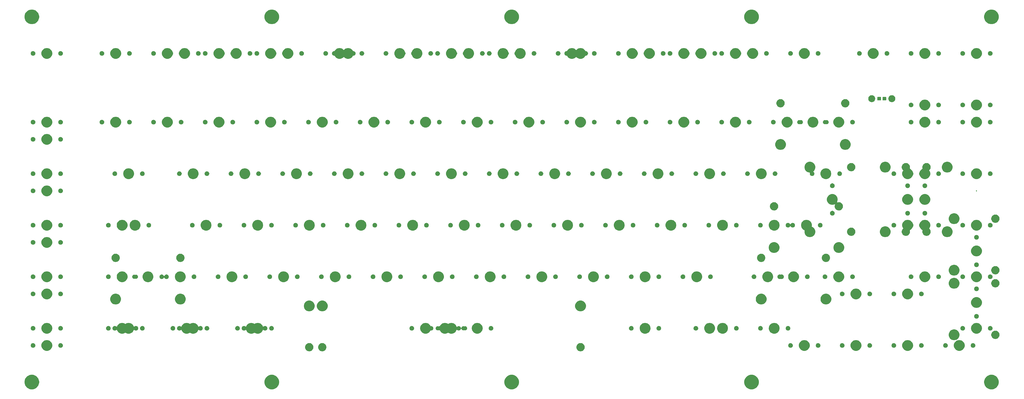
<source format=gts>
G04 #@! TF.GenerationSoftware,KiCad,Pcbnew,(5.1.4)-1*
G04 #@! TF.CreationDate,2019-12-12T03:40:57-08:00*
G04 #@! TF.ProjectId,mad cat,6d616420-6361-4742-9e6b-696361645f70,rev?*
G04 #@! TF.SameCoordinates,Original*
G04 #@! TF.FileFunction,Soldermask,Top*
G04 #@! TF.FilePolarity,Negative*
%FSLAX46Y46*%
G04 Gerber Fmt 4.6, Leading zero omitted, Abs format (unit mm)*
G04 Created by KiCad (PCBNEW (5.1.4)-1) date 2019-12-12 03:40:57*
%MOMM*%
%LPD*%
G04 APERTURE LIST*
%ADD10C,0.100000*%
G04 APERTURE END LIST*
D10*
G36*
X93275060Y-128403759D02*
G01*
X93725584Y-128590372D01*
X93766430Y-128607291D01*
X94208650Y-128902773D01*
X94584727Y-129278850D01*
X94638701Y-129359628D01*
X94880210Y-129721072D01*
X95083741Y-130212440D01*
X95187500Y-130734072D01*
X95187500Y-131265928D01*
X95083741Y-131787560D01*
X94922469Y-132176906D01*
X94880209Y-132278930D01*
X94584727Y-132721150D01*
X94208650Y-133097227D01*
X93766430Y-133392709D01*
X93766429Y-133392710D01*
X93766428Y-133392710D01*
X93275060Y-133596241D01*
X92753428Y-133700000D01*
X92221572Y-133700000D01*
X91699940Y-133596241D01*
X91208572Y-133392710D01*
X91208571Y-133392710D01*
X91208570Y-133392709D01*
X90766350Y-133097227D01*
X90390273Y-132721150D01*
X90094791Y-132278930D01*
X90052531Y-132176906D01*
X89891259Y-131787560D01*
X89787500Y-131265928D01*
X89787500Y-130734072D01*
X89891259Y-130212440D01*
X90094790Y-129721072D01*
X90336299Y-129359628D01*
X90390273Y-129278850D01*
X90766350Y-128902773D01*
X91208570Y-128607291D01*
X91249416Y-128590372D01*
X91699940Y-128403759D01*
X92221572Y-128300000D01*
X92753428Y-128300000D01*
X93275060Y-128403759D01*
X93275060Y-128403759D01*
G37*
G36*
X4787560Y-128403759D02*
G01*
X5238084Y-128590372D01*
X5278930Y-128607291D01*
X5721150Y-128902773D01*
X6097227Y-129278850D01*
X6151201Y-129359628D01*
X6392710Y-129721072D01*
X6596241Y-130212440D01*
X6700000Y-130734072D01*
X6700000Y-131265928D01*
X6596241Y-131787560D01*
X6434969Y-132176906D01*
X6392709Y-132278930D01*
X6097227Y-132721150D01*
X5721150Y-133097227D01*
X5278930Y-133392709D01*
X5278929Y-133392710D01*
X5278928Y-133392710D01*
X4787560Y-133596241D01*
X4265928Y-133700000D01*
X3734072Y-133700000D01*
X3212440Y-133596241D01*
X2721072Y-133392710D01*
X2721071Y-133392710D01*
X2721070Y-133392709D01*
X2278850Y-133097227D01*
X1902773Y-132721150D01*
X1607291Y-132278930D01*
X1565031Y-132176906D01*
X1403759Y-131787560D01*
X1300000Y-131265928D01*
X1300000Y-130734072D01*
X1403759Y-130212440D01*
X1607290Y-129721072D01*
X1848799Y-129359628D01*
X1902773Y-129278850D01*
X2278850Y-128902773D01*
X2721070Y-128607291D01*
X2761916Y-128590372D01*
X3212440Y-128403759D01*
X3734072Y-128300000D01*
X4265928Y-128300000D01*
X4787560Y-128403759D01*
X4787560Y-128403759D01*
G37*
G36*
X181762560Y-128403759D02*
G01*
X182213084Y-128590372D01*
X182253930Y-128607291D01*
X182696150Y-128902773D01*
X183072227Y-129278850D01*
X183126201Y-129359628D01*
X183367710Y-129721072D01*
X183571241Y-130212440D01*
X183675000Y-130734072D01*
X183675000Y-131265928D01*
X183571241Y-131787560D01*
X183409969Y-132176906D01*
X183367709Y-132278930D01*
X183072227Y-132721150D01*
X182696150Y-133097227D01*
X182253930Y-133392709D01*
X182253929Y-133392710D01*
X182253928Y-133392710D01*
X181762560Y-133596241D01*
X181240928Y-133700000D01*
X180709072Y-133700000D01*
X180187440Y-133596241D01*
X179696072Y-133392710D01*
X179696071Y-133392710D01*
X179696070Y-133392709D01*
X179253850Y-133097227D01*
X178877773Y-132721150D01*
X178582291Y-132278930D01*
X178540031Y-132176906D01*
X178378759Y-131787560D01*
X178275000Y-131265928D01*
X178275000Y-130734072D01*
X178378759Y-130212440D01*
X178582290Y-129721072D01*
X178823799Y-129359628D01*
X178877773Y-129278850D01*
X179253850Y-128902773D01*
X179696070Y-128607291D01*
X179736916Y-128590372D01*
X180187440Y-128403759D01*
X180709072Y-128300000D01*
X181240928Y-128300000D01*
X181762560Y-128403759D01*
X181762560Y-128403759D01*
G37*
G36*
X358737560Y-128403759D02*
G01*
X359188084Y-128590372D01*
X359228930Y-128607291D01*
X359671150Y-128902773D01*
X360047227Y-129278850D01*
X360101201Y-129359628D01*
X360342710Y-129721072D01*
X360546241Y-130212440D01*
X360650000Y-130734072D01*
X360650000Y-131265928D01*
X360546241Y-131787560D01*
X360384969Y-132176906D01*
X360342709Y-132278930D01*
X360047227Y-132721150D01*
X359671150Y-133097227D01*
X359228930Y-133392709D01*
X359228929Y-133392710D01*
X359228928Y-133392710D01*
X358737560Y-133596241D01*
X358215928Y-133700000D01*
X357684072Y-133700000D01*
X357162440Y-133596241D01*
X356671072Y-133392710D01*
X356671071Y-133392710D01*
X356671070Y-133392709D01*
X356228850Y-133097227D01*
X355852773Y-132721150D01*
X355557291Y-132278930D01*
X355515031Y-132176906D01*
X355353759Y-131787560D01*
X355250000Y-131265928D01*
X355250000Y-130734072D01*
X355353759Y-130212440D01*
X355557290Y-129721072D01*
X355798799Y-129359628D01*
X355852773Y-129278850D01*
X356228850Y-128902773D01*
X356671070Y-128607291D01*
X356711916Y-128590372D01*
X357162440Y-128403759D01*
X357684072Y-128300000D01*
X358215928Y-128300000D01*
X358737560Y-128403759D01*
X358737560Y-128403759D01*
G37*
G36*
X270250060Y-128403759D02*
G01*
X270700584Y-128590372D01*
X270741430Y-128607291D01*
X271183650Y-128902773D01*
X271559727Y-129278850D01*
X271613701Y-129359628D01*
X271855210Y-129721072D01*
X272058741Y-130212440D01*
X272162500Y-130734072D01*
X272162500Y-131265928D01*
X272058741Y-131787560D01*
X271897469Y-132176906D01*
X271855209Y-132278930D01*
X271559727Y-132721150D01*
X271183650Y-133097227D01*
X270741430Y-133392709D01*
X270741429Y-133392710D01*
X270741428Y-133392710D01*
X270250060Y-133596241D01*
X269728428Y-133700000D01*
X269196572Y-133700000D01*
X268674940Y-133596241D01*
X268183572Y-133392710D01*
X268183571Y-133392710D01*
X268183570Y-133392709D01*
X267741350Y-133097227D01*
X267365273Y-132721150D01*
X267069791Y-132278930D01*
X267027531Y-132176906D01*
X266866259Y-131787560D01*
X266762500Y-131265928D01*
X266762500Y-130734072D01*
X266866259Y-130212440D01*
X267069790Y-129721072D01*
X267311299Y-129359628D01*
X267365273Y-129278850D01*
X267741350Y-128902773D01*
X268183570Y-128607291D01*
X268224416Y-128590372D01*
X268674940Y-128403759D01*
X269196572Y-128300000D01*
X269728428Y-128300000D01*
X270250060Y-128403759D01*
X270250060Y-128403759D01*
G37*
G36*
X106626645Y-116615000D02*
G01*
X106775284Y-116644566D01*
X107052635Y-116759449D01*
X107302243Y-116926232D01*
X107514518Y-117138507D01*
X107608137Y-117278617D01*
X107681302Y-117388117D01*
X107682205Y-117390297D01*
X107796184Y-117665466D01*
X107854750Y-117959899D01*
X107854750Y-118260101D01*
X107796184Y-118554534D01*
X107681301Y-118831885D01*
X107514518Y-119081493D01*
X107302243Y-119293768D01*
X107052635Y-119460551D01*
X106775284Y-119575434D01*
X106628067Y-119604717D01*
X106480852Y-119634000D01*
X106180648Y-119634000D01*
X106033433Y-119604717D01*
X105886216Y-119575434D01*
X105608865Y-119460551D01*
X105359257Y-119293768D01*
X105146982Y-119081493D01*
X104980199Y-118831885D01*
X104865316Y-118554534D01*
X104806750Y-118260101D01*
X104806750Y-117959899D01*
X104865316Y-117665466D01*
X104979295Y-117390297D01*
X104980198Y-117388117D01*
X105053364Y-117278617D01*
X105146982Y-117138507D01*
X105359257Y-116926232D01*
X105608865Y-116759449D01*
X105886216Y-116644566D01*
X106034855Y-116615000D01*
X106180648Y-116586000D01*
X106480852Y-116586000D01*
X106626645Y-116615000D01*
X106626645Y-116615000D01*
G37*
G36*
X206702645Y-116615000D02*
G01*
X206851284Y-116644566D01*
X207128635Y-116759449D01*
X207378243Y-116926232D01*
X207590518Y-117138507D01*
X207684137Y-117278617D01*
X207757302Y-117388117D01*
X207758205Y-117390297D01*
X207872184Y-117665466D01*
X207930750Y-117959899D01*
X207930750Y-118260101D01*
X207872184Y-118554534D01*
X207757301Y-118831885D01*
X207590518Y-119081493D01*
X207378243Y-119293768D01*
X207128635Y-119460551D01*
X206851284Y-119575434D01*
X206704067Y-119604717D01*
X206556852Y-119634000D01*
X206224898Y-119634000D01*
X206077683Y-119604717D01*
X205930466Y-119575434D01*
X205653115Y-119460551D01*
X205403507Y-119293768D01*
X205191232Y-119081493D01*
X205024449Y-118831885D01*
X204909566Y-118554534D01*
X204851000Y-118260101D01*
X204851000Y-117959899D01*
X204909566Y-117665466D01*
X205023545Y-117390297D01*
X205024448Y-117388117D01*
X205097614Y-117278617D01*
X205191232Y-117138507D01*
X205403507Y-116926232D01*
X205653115Y-116759449D01*
X205930466Y-116644566D01*
X206079105Y-116615000D01*
X206224898Y-116586000D01*
X206556852Y-116586000D01*
X206702645Y-116615000D01*
X206702645Y-116615000D01*
G37*
G36*
X111420895Y-116615000D02*
G01*
X111569534Y-116644566D01*
X111846885Y-116759449D01*
X112096493Y-116926232D01*
X112308768Y-117138507D01*
X112402387Y-117278617D01*
X112475552Y-117388117D01*
X112476455Y-117390297D01*
X112590434Y-117665466D01*
X112649000Y-117959899D01*
X112649000Y-118260101D01*
X112590434Y-118554534D01*
X112475551Y-118831885D01*
X112308768Y-119081493D01*
X112096493Y-119293768D01*
X111846885Y-119460551D01*
X111569534Y-119575434D01*
X111422317Y-119604717D01*
X111275102Y-119634000D01*
X110974898Y-119634000D01*
X110827683Y-119604717D01*
X110680466Y-119575434D01*
X110403115Y-119460551D01*
X110153507Y-119293768D01*
X109941232Y-119081493D01*
X109774449Y-118831885D01*
X109659566Y-118554534D01*
X109601000Y-118260101D01*
X109601000Y-117959899D01*
X109659566Y-117665466D01*
X109773545Y-117390297D01*
X109774448Y-117388117D01*
X109847614Y-117278617D01*
X109941232Y-117138507D01*
X110153507Y-116926232D01*
X110403115Y-116759449D01*
X110680466Y-116644566D01*
X110829105Y-116615000D01*
X110974898Y-116586000D01*
X111275102Y-116586000D01*
X111420895Y-116615000D01*
X111420895Y-116615000D01*
G37*
G36*
X346326199Y-115492004D02*
G01*
X346656599Y-115557724D01*
X347019466Y-115708028D01*
X347346037Y-115926236D01*
X347623764Y-116203963D01*
X347841972Y-116530534D01*
X347992276Y-116893401D01*
X348068900Y-117278618D01*
X348068900Y-117671382D01*
X347992276Y-118056599D01*
X347841972Y-118419466D01*
X347623764Y-118746037D01*
X347346037Y-119023764D01*
X347019466Y-119241972D01*
X346656599Y-119392276D01*
X346326199Y-119457996D01*
X346271383Y-119468900D01*
X345878617Y-119468900D01*
X345823801Y-119457996D01*
X345493401Y-119392276D01*
X345130534Y-119241972D01*
X344803963Y-119023764D01*
X344526236Y-118746037D01*
X344308028Y-118419466D01*
X344157724Y-118056599D01*
X344081100Y-117671382D01*
X344081100Y-117278618D01*
X344157724Y-116893401D01*
X344308028Y-116530534D01*
X344526236Y-116203963D01*
X344803963Y-115926236D01*
X345130534Y-115708028D01*
X345493401Y-115557724D01*
X345823801Y-115492004D01*
X345878617Y-115481100D01*
X346271383Y-115481100D01*
X346326199Y-115492004D01*
X346326199Y-115492004D01*
G37*
G36*
X9776199Y-115492004D02*
G01*
X10106599Y-115557724D01*
X10469466Y-115708028D01*
X10796037Y-115926236D01*
X11073764Y-116203963D01*
X11291972Y-116530534D01*
X11442276Y-116893401D01*
X11518900Y-117278618D01*
X11518900Y-117671382D01*
X11442276Y-118056599D01*
X11291972Y-118419466D01*
X11073764Y-118746037D01*
X10796037Y-119023764D01*
X10469466Y-119241972D01*
X10106599Y-119392276D01*
X9776199Y-119457996D01*
X9721383Y-119468900D01*
X9328617Y-119468900D01*
X9273801Y-119457996D01*
X8943401Y-119392276D01*
X8580534Y-119241972D01*
X8253963Y-119023764D01*
X7976236Y-118746037D01*
X7758028Y-118419466D01*
X7607724Y-118056599D01*
X7531100Y-117671382D01*
X7531100Y-117278618D01*
X7607724Y-116893401D01*
X7758028Y-116530534D01*
X7976236Y-116203963D01*
X8253963Y-115926236D01*
X8580534Y-115708028D01*
X8943401Y-115557724D01*
X9273801Y-115492004D01*
X9328617Y-115481100D01*
X9721383Y-115481100D01*
X9776199Y-115492004D01*
X9776199Y-115492004D01*
G37*
G36*
X308226199Y-115492004D02*
G01*
X308556599Y-115557724D01*
X308919466Y-115708028D01*
X309246037Y-115926236D01*
X309523764Y-116203963D01*
X309741972Y-116530534D01*
X309892276Y-116893401D01*
X309968900Y-117278618D01*
X309968900Y-117671382D01*
X309892276Y-118056599D01*
X309741972Y-118419466D01*
X309523764Y-118746037D01*
X309246037Y-119023764D01*
X308919466Y-119241972D01*
X308556599Y-119392276D01*
X308226199Y-119457996D01*
X308171383Y-119468900D01*
X307778617Y-119468900D01*
X307723801Y-119457996D01*
X307393401Y-119392276D01*
X307030534Y-119241972D01*
X306703963Y-119023764D01*
X306426236Y-118746037D01*
X306208028Y-118419466D01*
X306057724Y-118056599D01*
X305981100Y-117671382D01*
X305981100Y-117278618D01*
X306057724Y-116893401D01*
X306208028Y-116530534D01*
X306426236Y-116203963D01*
X306703963Y-115926236D01*
X307030534Y-115708028D01*
X307393401Y-115557724D01*
X307723801Y-115492004D01*
X307778617Y-115481100D01*
X308171383Y-115481100D01*
X308226199Y-115492004D01*
X308226199Y-115492004D01*
G37*
G36*
X327276199Y-115492004D02*
G01*
X327606599Y-115557724D01*
X327969466Y-115708028D01*
X328296037Y-115926236D01*
X328573764Y-116203963D01*
X328791972Y-116530534D01*
X328942276Y-116893401D01*
X329018900Y-117278618D01*
X329018900Y-117671382D01*
X328942276Y-118056599D01*
X328791972Y-118419466D01*
X328573764Y-118746037D01*
X328296037Y-119023764D01*
X327969466Y-119241972D01*
X327606599Y-119392276D01*
X327276199Y-119457996D01*
X327221383Y-119468900D01*
X326828617Y-119468900D01*
X326773801Y-119457996D01*
X326443401Y-119392276D01*
X326080534Y-119241972D01*
X325753963Y-119023764D01*
X325476236Y-118746037D01*
X325258028Y-118419466D01*
X325107724Y-118056599D01*
X325031100Y-117671382D01*
X325031100Y-117278618D01*
X325107724Y-116893401D01*
X325258028Y-116530534D01*
X325476236Y-116203963D01*
X325753963Y-115926236D01*
X326080534Y-115708028D01*
X326443401Y-115557724D01*
X326773801Y-115492004D01*
X326828617Y-115481100D01*
X327221383Y-115481100D01*
X327276199Y-115492004D01*
X327276199Y-115492004D01*
G37*
G36*
X289176199Y-115492004D02*
G01*
X289506599Y-115557724D01*
X289869466Y-115708028D01*
X290196037Y-115926236D01*
X290473764Y-116203963D01*
X290691972Y-116530534D01*
X290842276Y-116893401D01*
X290918900Y-117278618D01*
X290918900Y-117671382D01*
X290842276Y-118056599D01*
X290691972Y-118419466D01*
X290473764Y-118746037D01*
X290196037Y-119023764D01*
X289869466Y-119241972D01*
X289506599Y-119392276D01*
X289176199Y-119457996D01*
X289121383Y-119468900D01*
X288728617Y-119468900D01*
X288673801Y-119457996D01*
X288343401Y-119392276D01*
X287980534Y-119241972D01*
X287653963Y-119023764D01*
X287376236Y-118746037D01*
X287158028Y-118419466D01*
X287007724Y-118056599D01*
X286931100Y-117671382D01*
X286931100Y-117278618D01*
X287007724Y-116893401D01*
X287158028Y-116530534D01*
X287376236Y-116203963D01*
X287653963Y-115926236D01*
X287980534Y-115708028D01*
X288343401Y-115557724D01*
X288673801Y-115492004D01*
X288728617Y-115481100D01*
X289121383Y-115481100D01*
X289176199Y-115492004D01*
X289176199Y-115492004D01*
G37*
G36*
X303062778Y-116631525D02*
G01*
X303145853Y-116648049D01*
X303302363Y-116712878D01*
X303443218Y-116806995D01*
X303563005Y-116926782D01*
X303657122Y-117067637D01*
X303686478Y-117138507D01*
X303721951Y-117224148D01*
X303754567Y-117388117D01*
X303755000Y-117390297D01*
X303755000Y-117559703D01*
X303721951Y-117725853D01*
X303657122Y-117882363D01*
X303563005Y-118023218D01*
X303443218Y-118143005D01*
X303302363Y-118237122D01*
X303145853Y-118301951D01*
X303062778Y-118318476D01*
X302979704Y-118335000D01*
X302810296Y-118335000D01*
X302727222Y-118318476D01*
X302644147Y-118301951D01*
X302487637Y-118237122D01*
X302346782Y-118143005D01*
X302226995Y-118023218D01*
X302132878Y-117882363D01*
X302068049Y-117725853D01*
X302035000Y-117559703D01*
X302035000Y-117390297D01*
X302035434Y-117388117D01*
X302068049Y-117224148D01*
X302103523Y-117138507D01*
X302132878Y-117067637D01*
X302226995Y-116926782D01*
X302346782Y-116806995D01*
X302487637Y-116712878D01*
X302644147Y-116648049D01*
X302727222Y-116631525D01*
X302810296Y-116615000D01*
X302979704Y-116615000D01*
X303062778Y-116631525D01*
X303062778Y-116631525D01*
G37*
G36*
X351322778Y-116631525D02*
G01*
X351405853Y-116648049D01*
X351562363Y-116712878D01*
X351703218Y-116806995D01*
X351823005Y-116926782D01*
X351917122Y-117067637D01*
X351946478Y-117138507D01*
X351981951Y-117224148D01*
X352014567Y-117388117D01*
X352015000Y-117390297D01*
X352015000Y-117559703D01*
X351981951Y-117725853D01*
X351917122Y-117882363D01*
X351823005Y-118023218D01*
X351703218Y-118143005D01*
X351562363Y-118237122D01*
X351405853Y-118301951D01*
X351322778Y-118318476D01*
X351239704Y-118335000D01*
X351070296Y-118335000D01*
X350987222Y-118318476D01*
X350904147Y-118301951D01*
X350747637Y-118237122D01*
X350606782Y-118143005D01*
X350486995Y-118023218D01*
X350392878Y-117882363D01*
X350328049Y-117725853D01*
X350295000Y-117559703D01*
X350295000Y-117390297D01*
X350295434Y-117388117D01*
X350328049Y-117224148D01*
X350363523Y-117138507D01*
X350392878Y-117067637D01*
X350486995Y-116926782D01*
X350606782Y-116806995D01*
X350747637Y-116712878D01*
X350904147Y-116648049D01*
X350987222Y-116631525D01*
X351070296Y-116615000D01*
X351239704Y-116615000D01*
X351322778Y-116631525D01*
X351322778Y-116631525D01*
G37*
G36*
X332272778Y-116631525D02*
G01*
X332355853Y-116648049D01*
X332512363Y-116712878D01*
X332653218Y-116806995D01*
X332773005Y-116926782D01*
X332867122Y-117067637D01*
X332896478Y-117138507D01*
X332931951Y-117224148D01*
X332964567Y-117388117D01*
X332965000Y-117390297D01*
X332965000Y-117559703D01*
X332931951Y-117725853D01*
X332867122Y-117882363D01*
X332773005Y-118023218D01*
X332653218Y-118143005D01*
X332512363Y-118237122D01*
X332355853Y-118301951D01*
X332272778Y-118318476D01*
X332189704Y-118335000D01*
X332020296Y-118335000D01*
X331937222Y-118318476D01*
X331854147Y-118301951D01*
X331697637Y-118237122D01*
X331556782Y-118143005D01*
X331436995Y-118023218D01*
X331342878Y-117882363D01*
X331278049Y-117725853D01*
X331245000Y-117559703D01*
X331245000Y-117390297D01*
X331245434Y-117388117D01*
X331278049Y-117224148D01*
X331313523Y-117138507D01*
X331342878Y-117067637D01*
X331436995Y-116926782D01*
X331556782Y-116806995D01*
X331697637Y-116712878D01*
X331854147Y-116648049D01*
X331937222Y-116631525D01*
X332020296Y-116615000D01*
X332189704Y-116615000D01*
X332272778Y-116631525D01*
X332272778Y-116631525D01*
G37*
G36*
X322112778Y-116631525D02*
G01*
X322195853Y-116648049D01*
X322352363Y-116712878D01*
X322493218Y-116806995D01*
X322613005Y-116926782D01*
X322707122Y-117067637D01*
X322736478Y-117138507D01*
X322771951Y-117224148D01*
X322804567Y-117388117D01*
X322805000Y-117390297D01*
X322805000Y-117559703D01*
X322771951Y-117725853D01*
X322707122Y-117882363D01*
X322613005Y-118023218D01*
X322493218Y-118143005D01*
X322352363Y-118237122D01*
X322195853Y-118301951D01*
X322112778Y-118318476D01*
X322029704Y-118335000D01*
X321860296Y-118335000D01*
X321777222Y-118318476D01*
X321694147Y-118301951D01*
X321537637Y-118237122D01*
X321396782Y-118143005D01*
X321276995Y-118023218D01*
X321182878Y-117882363D01*
X321118049Y-117725853D01*
X321085000Y-117559703D01*
X321085000Y-117390297D01*
X321085434Y-117388117D01*
X321118049Y-117224148D01*
X321153523Y-117138507D01*
X321182878Y-117067637D01*
X321276995Y-116926782D01*
X321396782Y-116806995D01*
X321537637Y-116712878D01*
X321694147Y-116648049D01*
X321777222Y-116631525D01*
X321860296Y-116615000D01*
X322029704Y-116615000D01*
X322112778Y-116631525D01*
X322112778Y-116631525D01*
G37*
G36*
X313222778Y-116631525D02*
G01*
X313305853Y-116648049D01*
X313462363Y-116712878D01*
X313603218Y-116806995D01*
X313723005Y-116926782D01*
X313817122Y-117067637D01*
X313846478Y-117138507D01*
X313881951Y-117224148D01*
X313914567Y-117388117D01*
X313915000Y-117390297D01*
X313915000Y-117559703D01*
X313881951Y-117725853D01*
X313817122Y-117882363D01*
X313723005Y-118023218D01*
X313603218Y-118143005D01*
X313462363Y-118237122D01*
X313305853Y-118301951D01*
X313222778Y-118318476D01*
X313139704Y-118335000D01*
X312970296Y-118335000D01*
X312887222Y-118318476D01*
X312804147Y-118301951D01*
X312647637Y-118237122D01*
X312506782Y-118143005D01*
X312386995Y-118023218D01*
X312292878Y-117882363D01*
X312228049Y-117725853D01*
X312195000Y-117559703D01*
X312195000Y-117390297D01*
X312195434Y-117388117D01*
X312228049Y-117224148D01*
X312263523Y-117138507D01*
X312292878Y-117067637D01*
X312386995Y-116926782D01*
X312506782Y-116806995D01*
X312647637Y-116712878D01*
X312804147Y-116648049D01*
X312887222Y-116631525D01*
X312970296Y-116615000D01*
X313139704Y-116615000D01*
X313222778Y-116631525D01*
X313222778Y-116631525D01*
G37*
G36*
X294172778Y-116631525D02*
G01*
X294255853Y-116648049D01*
X294412363Y-116712878D01*
X294553218Y-116806995D01*
X294673005Y-116926782D01*
X294767122Y-117067637D01*
X294796478Y-117138507D01*
X294831951Y-117224148D01*
X294864567Y-117388117D01*
X294865000Y-117390297D01*
X294865000Y-117559703D01*
X294831951Y-117725853D01*
X294767122Y-117882363D01*
X294673005Y-118023218D01*
X294553218Y-118143005D01*
X294412363Y-118237122D01*
X294255853Y-118301951D01*
X294172778Y-118318476D01*
X294089704Y-118335000D01*
X293920296Y-118335000D01*
X293837222Y-118318476D01*
X293754147Y-118301951D01*
X293597637Y-118237122D01*
X293456782Y-118143005D01*
X293336995Y-118023218D01*
X293242878Y-117882363D01*
X293178049Y-117725853D01*
X293145000Y-117559703D01*
X293145000Y-117390297D01*
X293145434Y-117388117D01*
X293178049Y-117224148D01*
X293213523Y-117138507D01*
X293242878Y-117067637D01*
X293336995Y-116926782D01*
X293456782Y-116806995D01*
X293597637Y-116712878D01*
X293754147Y-116648049D01*
X293837222Y-116631525D01*
X293920296Y-116615000D01*
X294089704Y-116615000D01*
X294172778Y-116631525D01*
X294172778Y-116631525D01*
G37*
G36*
X284012778Y-116631525D02*
G01*
X284095853Y-116648049D01*
X284252363Y-116712878D01*
X284393218Y-116806995D01*
X284513005Y-116926782D01*
X284607122Y-117067637D01*
X284636478Y-117138507D01*
X284671951Y-117224148D01*
X284704567Y-117388117D01*
X284705000Y-117390297D01*
X284705000Y-117559703D01*
X284671951Y-117725853D01*
X284607122Y-117882363D01*
X284513005Y-118023218D01*
X284393218Y-118143005D01*
X284252363Y-118237122D01*
X284095853Y-118301951D01*
X284012778Y-118318476D01*
X283929704Y-118335000D01*
X283760296Y-118335000D01*
X283677222Y-118318476D01*
X283594147Y-118301951D01*
X283437637Y-118237122D01*
X283296782Y-118143005D01*
X283176995Y-118023218D01*
X283082878Y-117882363D01*
X283018049Y-117725853D01*
X282985000Y-117559703D01*
X282985000Y-117390297D01*
X282985434Y-117388117D01*
X283018049Y-117224148D01*
X283053523Y-117138507D01*
X283082878Y-117067637D01*
X283176995Y-116926782D01*
X283296782Y-116806995D01*
X283437637Y-116712878D01*
X283594147Y-116648049D01*
X283677222Y-116631525D01*
X283760296Y-116615000D01*
X283929704Y-116615000D01*
X284012778Y-116631525D01*
X284012778Y-116631525D01*
G37*
G36*
X14772778Y-116631525D02*
G01*
X14855853Y-116648049D01*
X15012363Y-116712878D01*
X15153218Y-116806995D01*
X15273005Y-116926782D01*
X15367122Y-117067637D01*
X15396478Y-117138507D01*
X15431951Y-117224148D01*
X15464567Y-117388117D01*
X15465000Y-117390297D01*
X15465000Y-117559703D01*
X15431951Y-117725853D01*
X15367122Y-117882363D01*
X15273005Y-118023218D01*
X15153218Y-118143005D01*
X15012363Y-118237122D01*
X14855853Y-118301951D01*
X14772778Y-118318476D01*
X14689704Y-118335000D01*
X14520296Y-118335000D01*
X14437222Y-118318476D01*
X14354147Y-118301951D01*
X14197637Y-118237122D01*
X14056782Y-118143005D01*
X13936995Y-118023218D01*
X13842878Y-117882363D01*
X13778049Y-117725853D01*
X13745000Y-117559703D01*
X13745000Y-117390297D01*
X13745434Y-117388117D01*
X13778049Y-117224148D01*
X13813523Y-117138507D01*
X13842878Y-117067637D01*
X13936995Y-116926782D01*
X14056782Y-116806995D01*
X14197637Y-116712878D01*
X14354147Y-116648049D01*
X14437222Y-116631525D01*
X14520296Y-116615000D01*
X14689704Y-116615000D01*
X14772778Y-116631525D01*
X14772778Y-116631525D01*
G37*
G36*
X341162778Y-116631525D02*
G01*
X341245853Y-116648049D01*
X341402363Y-116712878D01*
X341543218Y-116806995D01*
X341663005Y-116926782D01*
X341757122Y-117067637D01*
X341786478Y-117138507D01*
X341821951Y-117224148D01*
X341854567Y-117388117D01*
X341855000Y-117390297D01*
X341855000Y-117559703D01*
X341821951Y-117725853D01*
X341757122Y-117882363D01*
X341663005Y-118023218D01*
X341543218Y-118143005D01*
X341402363Y-118237122D01*
X341245853Y-118301951D01*
X341162778Y-118318476D01*
X341079704Y-118335000D01*
X340910296Y-118335000D01*
X340827222Y-118318476D01*
X340744147Y-118301951D01*
X340587637Y-118237122D01*
X340446782Y-118143005D01*
X340326995Y-118023218D01*
X340232878Y-117882363D01*
X340168049Y-117725853D01*
X340135000Y-117559703D01*
X340135000Y-117390297D01*
X340135434Y-117388117D01*
X340168049Y-117224148D01*
X340203523Y-117138507D01*
X340232878Y-117067637D01*
X340326995Y-116926782D01*
X340446782Y-116806995D01*
X340587637Y-116712878D01*
X340744147Y-116648049D01*
X340827222Y-116631525D01*
X340910296Y-116615000D01*
X341079704Y-116615000D01*
X341162778Y-116631525D01*
X341162778Y-116631525D01*
G37*
G36*
X4612778Y-116631525D02*
G01*
X4695853Y-116648049D01*
X4852363Y-116712878D01*
X4993218Y-116806995D01*
X5113005Y-116926782D01*
X5207122Y-117067637D01*
X5236478Y-117138507D01*
X5271951Y-117224148D01*
X5304567Y-117388117D01*
X5305000Y-117390297D01*
X5305000Y-117559703D01*
X5271951Y-117725853D01*
X5207122Y-117882363D01*
X5113005Y-118023218D01*
X4993218Y-118143005D01*
X4852363Y-118237122D01*
X4695853Y-118301951D01*
X4612778Y-118318476D01*
X4529704Y-118335000D01*
X4360296Y-118335000D01*
X4277222Y-118318476D01*
X4194147Y-118301951D01*
X4037637Y-118237122D01*
X3896782Y-118143005D01*
X3776995Y-118023218D01*
X3682878Y-117882363D01*
X3618049Y-117725853D01*
X3585000Y-117559703D01*
X3585000Y-117390297D01*
X3585434Y-117388117D01*
X3618049Y-117224148D01*
X3653523Y-117138507D01*
X3682878Y-117067637D01*
X3776995Y-116926782D01*
X3896782Y-116806995D01*
X4037637Y-116712878D01*
X4194147Y-116648049D01*
X4277222Y-116631525D01*
X4360296Y-116615000D01*
X4529704Y-116615000D01*
X4612778Y-116631525D01*
X4612778Y-116631525D01*
G37*
G36*
X344421199Y-111555004D02*
G01*
X344751599Y-111620724D01*
X345114466Y-111771028D01*
X345441037Y-111989236D01*
X345718764Y-112266963D01*
X345936972Y-112593534D01*
X346087276Y-112956401D01*
X346163900Y-113341618D01*
X346163900Y-113734382D01*
X346087276Y-114119599D01*
X345936972Y-114482466D01*
X345718764Y-114809037D01*
X345441037Y-115086764D01*
X345114466Y-115304972D01*
X344751599Y-115455276D01*
X344421199Y-115520996D01*
X344366383Y-115531900D01*
X343973617Y-115531900D01*
X343918801Y-115520996D01*
X343588401Y-115455276D01*
X343225534Y-115304972D01*
X342898963Y-115086764D01*
X342621236Y-114809037D01*
X342403028Y-114482466D01*
X342252724Y-114119599D01*
X342176100Y-113734382D01*
X342176100Y-113341618D01*
X342252724Y-112956401D01*
X342403028Y-112593534D01*
X342621236Y-112266963D01*
X342898963Y-111989236D01*
X343225534Y-111771028D01*
X343588401Y-111620724D01*
X343918801Y-111555004D01*
X343973617Y-111544100D01*
X344366383Y-111544100D01*
X344421199Y-111555004D01*
X344421199Y-111555004D01*
G37*
G36*
X359707317Y-112043283D02*
G01*
X359854534Y-112072566D01*
X360131885Y-112187449D01*
X360381493Y-112354232D01*
X360593768Y-112566507D01*
X360760551Y-112816115D01*
X360875434Y-113093466D01*
X360934000Y-113387899D01*
X360934000Y-113688101D01*
X360875434Y-113982534D01*
X360760551Y-114259885D01*
X360593768Y-114509493D01*
X360381493Y-114721768D01*
X360131885Y-114888551D01*
X359854534Y-115003434D01*
X359560102Y-115062000D01*
X359259898Y-115062000D01*
X358965466Y-115003434D01*
X358688115Y-114888551D01*
X358438507Y-114721768D01*
X358226232Y-114509493D01*
X358059449Y-114259885D01*
X357944566Y-113982534D01*
X357886000Y-113688101D01*
X357886000Y-113387899D01*
X357944566Y-113093466D01*
X358059449Y-112816115D01*
X358226232Y-112566507D01*
X358438507Y-112354232D01*
X358688115Y-112187449D01*
X358965466Y-112072566D01*
X359112683Y-112043283D01*
X359259898Y-112014000D01*
X359560102Y-112014000D01*
X359707317Y-112043283D01*
X359707317Y-112043283D01*
G37*
G36*
X37557449Y-109142004D02*
G01*
X37887849Y-109207724D01*
X38250716Y-109358028D01*
X38427437Y-109476109D01*
X38449040Y-109487656D01*
X38472489Y-109494769D01*
X38496875Y-109497171D01*
X38521261Y-109494769D01*
X38544710Y-109487656D01*
X38566313Y-109476109D01*
X38743034Y-109358028D01*
X39105901Y-109207724D01*
X39436301Y-109142004D01*
X39491117Y-109131100D01*
X39883883Y-109131100D01*
X39938699Y-109142004D01*
X40269099Y-109207724D01*
X40631966Y-109358028D01*
X40958537Y-109576236D01*
X41236264Y-109853963D01*
X41454472Y-110180534D01*
X41576202Y-110474418D01*
X41587747Y-110496016D01*
X41603292Y-110514958D01*
X41622234Y-110530504D01*
X41643845Y-110542055D01*
X41667294Y-110549168D01*
X41691680Y-110551570D01*
X41716066Y-110549168D01*
X41739515Y-110542055D01*
X41761125Y-110530504D01*
X41780068Y-110514959D01*
X41838033Y-110456994D01*
X41917612Y-110403821D01*
X41978887Y-110362878D01*
X41979841Y-110362483D01*
X42070332Y-110325000D01*
X42135397Y-110298049D01*
X42221622Y-110280898D01*
X42301546Y-110265000D01*
X42470954Y-110265000D01*
X42550878Y-110280898D01*
X42637103Y-110298049D01*
X42702168Y-110325000D01*
X42792660Y-110362483D01*
X42793613Y-110362878D01*
X42854888Y-110403821D01*
X42934467Y-110456994D01*
X43054256Y-110576783D01*
X43148373Y-110717639D01*
X43160145Y-110746059D01*
X43213201Y-110874147D01*
X43223443Y-110925638D01*
X43246250Y-111040296D01*
X43246250Y-111209704D01*
X43236174Y-111260360D01*
X43223443Y-111324365D01*
X43213201Y-111375852D01*
X43160145Y-111503942D01*
X43148372Y-111532363D01*
X43101109Y-111603097D01*
X43071142Y-111647946D01*
X43054255Y-111673218D01*
X42934468Y-111793005D01*
X42793613Y-111887122D01*
X42637103Y-111951951D01*
X42554028Y-111968475D01*
X42470954Y-111985000D01*
X42301546Y-111985000D01*
X42218472Y-111968475D01*
X42135397Y-111951951D01*
X41978887Y-111887122D01*
X41838032Y-111793005D01*
X41780068Y-111735041D01*
X41761126Y-111719496D01*
X41739515Y-111707945D01*
X41716066Y-111700832D01*
X41691680Y-111698430D01*
X41667294Y-111700832D01*
X41643845Y-111707945D01*
X41622234Y-111719496D01*
X41603292Y-111735041D01*
X41587747Y-111753983D01*
X41576202Y-111775582D01*
X41454472Y-112069466D01*
X41236264Y-112396037D01*
X40958537Y-112673764D01*
X40631966Y-112891972D01*
X40269099Y-113042276D01*
X39938699Y-113107996D01*
X39883883Y-113118900D01*
X39491117Y-113118900D01*
X39436301Y-113107996D01*
X39105901Y-113042276D01*
X38743034Y-112891972D01*
X38566313Y-112773891D01*
X38544710Y-112762344D01*
X38521261Y-112755231D01*
X38496875Y-112752829D01*
X38472489Y-112755231D01*
X38449040Y-112762344D01*
X38427437Y-112773891D01*
X38250716Y-112891972D01*
X37887849Y-113042276D01*
X37557449Y-113107996D01*
X37502633Y-113118900D01*
X37109867Y-113118900D01*
X37055051Y-113107996D01*
X36724651Y-113042276D01*
X36361784Y-112891972D01*
X36035213Y-112673764D01*
X35757486Y-112396037D01*
X35539278Y-112069466D01*
X35417548Y-111775582D01*
X35406003Y-111753984D01*
X35390458Y-111735042D01*
X35371516Y-111719496D01*
X35349905Y-111707945D01*
X35326456Y-111700832D01*
X35302070Y-111698430D01*
X35277684Y-111700832D01*
X35254235Y-111707945D01*
X35232625Y-111719496D01*
X35213682Y-111735041D01*
X35155718Y-111793005D01*
X35014863Y-111887122D01*
X34858353Y-111951951D01*
X34775278Y-111968475D01*
X34692204Y-111985000D01*
X34522796Y-111985000D01*
X34439722Y-111968475D01*
X34356647Y-111951951D01*
X34200137Y-111887122D01*
X34059282Y-111793005D01*
X33939495Y-111673218D01*
X33922609Y-111647946D01*
X33892641Y-111603097D01*
X33845378Y-111532363D01*
X33833606Y-111503942D01*
X33780549Y-111375852D01*
X33770308Y-111324365D01*
X33757576Y-111260360D01*
X33747500Y-111209704D01*
X33747500Y-111040296D01*
X33770307Y-110925638D01*
X33780549Y-110874147D01*
X33833605Y-110746059D01*
X33845377Y-110717639D01*
X33939494Y-110576783D01*
X34059283Y-110456994D01*
X34138862Y-110403821D01*
X34200137Y-110362878D01*
X34201091Y-110362483D01*
X34291582Y-110325000D01*
X34356647Y-110298049D01*
X34442872Y-110280898D01*
X34522796Y-110265000D01*
X34692204Y-110265000D01*
X34772128Y-110280898D01*
X34858353Y-110298049D01*
X34923418Y-110325000D01*
X35013910Y-110362483D01*
X35014863Y-110362878D01*
X35076138Y-110403821D01*
X35155717Y-110456994D01*
X35213682Y-110514959D01*
X35232624Y-110530504D01*
X35254235Y-110542055D01*
X35277684Y-110549168D01*
X35302070Y-110551570D01*
X35326456Y-110549168D01*
X35349905Y-110542055D01*
X35371516Y-110530504D01*
X35390458Y-110514959D01*
X35406003Y-110496017D01*
X35417548Y-110474418D01*
X35539278Y-110180534D01*
X35757486Y-109853963D01*
X36035213Y-109576236D01*
X36361784Y-109358028D01*
X36724651Y-109207724D01*
X37055051Y-109142004D01*
X37109867Y-109131100D01*
X37502633Y-109131100D01*
X37557449Y-109142004D01*
X37557449Y-109142004D01*
G37*
G36*
X259013699Y-109142004D02*
G01*
X259344099Y-109207724D01*
X259706966Y-109358028D01*
X260033537Y-109576236D01*
X260311264Y-109853963D01*
X260529472Y-110180534D01*
X260679776Y-110543401D01*
X260724798Y-110769743D01*
X260756400Y-110928617D01*
X260756400Y-111321383D01*
X260745565Y-111375852D01*
X260679776Y-111706599D01*
X260529472Y-112069466D01*
X260311264Y-112396037D01*
X260033537Y-112673764D01*
X259706966Y-112891972D01*
X259344099Y-113042276D01*
X259013699Y-113107996D01*
X258958883Y-113118900D01*
X258566117Y-113118900D01*
X258511301Y-113107996D01*
X258180901Y-113042276D01*
X257818034Y-112891972D01*
X257491463Y-112673764D01*
X257213736Y-112396037D01*
X256995528Y-112069466D01*
X256845224Y-111706599D01*
X256779435Y-111375852D01*
X256768600Y-111321383D01*
X256768600Y-110928617D01*
X256800202Y-110769743D01*
X256845224Y-110543401D01*
X256995528Y-110180534D01*
X257213736Y-109853963D01*
X257491463Y-109576236D01*
X257818034Y-109358028D01*
X258180901Y-109207724D01*
X258511301Y-109142004D01*
X258566117Y-109131100D01*
X258958883Y-109131100D01*
X259013699Y-109142004D01*
X259013699Y-109142004D01*
G37*
G36*
X168526199Y-109142004D02*
G01*
X168856599Y-109207724D01*
X169219466Y-109358028D01*
X169546037Y-109576236D01*
X169823764Y-109853963D01*
X170041972Y-110180534D01*
X170192276Y-110543401D01*
X170237298Y-110769743D01*
X170268900Y-110928617D01*
X170268900Y-111321383D01*
X170258065Y-111375852D01*
X170192276Y-111706599D01*
X170041972Y-112069466D01*
X169823764Y-112396037D01*
X169546037Y-112673764D01*
X169219466Y-112891972D01*
X168856599Y-113042276D01*
X168526199Y-113107996D01*
X168471383Y-113118900D01*
X168078617Y-113118900D01*
X168023801Y-113107996D01*
X167693401Y-113042276D01*
X167330534Y-112891972D01*
X167003963Y-112673764D01*
X166726236Y-112396037D01*
X166508028Y-112069466D01*
X166357724Y-111706599D01*
X166291935Y-111375852D01*
X166281100Y-111321383D01*
X166281100Y-110928617D01*
X166312702Y-110769743D01*
X166357724Y-110543401D01*
X166508028Y-110180534D01*
X166726236Y-109853963D01*
X167003963Y-109576236D01*
X167330534Y-109358028D01*
X167693401Y-109207724D01*
X168023801Y-109142004D01*
X168078617Y-109131100D01*
X168471383Y-109131100D01*
X168526199Y-109142004D01*
X168526199Y-109142004D01*
G37*
G36*
X230438699Y-109142004D02*
G01*
X230769099Y-109207724D01*
X231131966Y-109358028D01*
X231458537Y-109576236D01*
X231736264Y-109853963D01*
X231954472Y-110180534D01*
X232104776Y-110543401D01*
X232149798Y-110769743D01*
X232181400Y-110928617D01*
X232181400Y-111321383D01*
X232170565Y-111375852D01*
X232104776Y-111706599D01*
X231954472Y-112069466D01*
X231736264Y-112396037D01*
X231458537Y-112673764D01*
X231131966Y-112891972D01*
X230769099Y-113042276D01*
X230438699Y-113107996D01*
X230383883Y-113118900D01*
X229991117Y-113118900D01*
X229936301Y-113107996D01*
X229605901Y-113042276D01*
X229243034Y-112891972D01*
X228916463Y-112673764D01*
X228638736Y-112396037D01*
X228420528Y-112069466D01*
X228270224Y-111706599D01*
X228204435Y-111375852D01*
X228193600Y-111321383D01*
X228193600Y-110928617D01*
X228225202Y-110769743D01*
X228270224Y-110543401D01*
X228420528Y-110180534D01*
X228638736Y-109853963D01*
X228916463Y-109576236D01*
X229243034Y-109358028D01*
X229605901Y-109207724D01*
X229936301Y-109142004D01*
X229991117Y-109131100D01*
X230383883Y-109131100D01*
X230438699Y-109142004D01*
X230438699Y-109142004D01*
G37*
G36*
X149476199Y-109142004D02*
G01*
X149806599Y-109207724D01*
X150169466Y-109358028D01*
X150496037Y-109576236D01*
X150773764Y-109853963D01*
X150991972Y-110180534D01*
X151024592Y-110259287D01*
X151036143Y-110280898D01*
X151051689Y-110299840D01*
X151070630Y-110315385D01*
X151092241Y-110326936D01*
X151115690Y-110334049D01*
X151140076Y-110336451D01*
X151164461Y-110334049D01*
X151209955Y-110325000D01*
X151367544Y-110325000D01*
X151522101Y-110355743D01*
X151667691Y-110416048D01*
X151798720Y-110503599D01*
X151910151Y-110615030D01*
X151997702Y-110746059D01*
X152058007Y-110891649D01*
X152088750Y-111046206D01*
X152088750Y-111203794D01*
X152058007Y-111358351D01*
X151997702Y-111503941D01*
X151910151Y-111634970D01*
X151798720Y-111746401D01*
X151667691Y-111833952D01*
X151522101Y-111894257D01*
X151367544Y-111925000D01*
X151209955Y-111925000D01*
X151164461Y-111915951D01*
X151140075Y-111913549D01*
X151115689Y-111915951D01*
X151092240Y-111923064D01*
X151070630Y-111934616D01*
X151051688Y-111950161D01*
X151036143Y-111969103D01*
X151024594Y-111990709D01*
X150991972Y-112069466D01*
X150773764Y-112396037D01*
X150496037Y-112673764D01*
X150169466Y-112891972D01*
X149806599Y-113042276D01*
X149476199Y-113107996D01*
X149421383Y-113118900D01*
X149028617Y-113118900D01*
X148973801Y-113107996D01*
X148643401Y-113042276D01*
X148280534Y-112891972D01*
X147953963Y-112673764D01*
X147676236Y-112396037D01*
X147458028Y-112069466D01*
X147307724Y-111706599D01*
X147241935Y-111375852D01*
X147231100Y-111321383D01*
X147231100Y-110928617D01*
X147262702Y-110769743D01*
X147307724Y-110543401D01*
X147458028Y-110180534D01*
X147676236Y-109853963D01*
X147953963Y-109576236D01*
X148280534Y-109358028D01*
X148643401Y-109207724D01*
X148973801Y-109142004D01*
X149028617Y-109131100D01*
X149421383Y-109131100D01*
X149476199Y-109142004D01*
X149476199Y-109142004D01*
G37*
G36*
X156619949Y-109142004D02*
G01*
X156950349Y-109207724D01*
X157313216Y-109358028D01*
X157489937Y-109476109D01*
X157511540Y-109487656D01*
X157534989Y-109494769D01*
X157559375Y-109497171D01*
X157583761Y-109494769D01*
X157607210Y-109487656D01*
X157628813Y-109476109D01*
X157805534Y-109358028D01*
X158168401Y-109207724D01*
X158498801Y-109142004D01*
X158553617Y-109131100D01*
X158946383Y-109131100D01*
X159001199Y-109142004D01*
X159331599Y-109207724D01*
X159694466Y-109358028D01*
X160021037Y-109576236D01*
X160298764Y-109853963D01*
X160516972Y-110180534D01*
X160663552Y-110534411D01*
X160675100Y-110556016D01*
X160690645Y-110574958D01*
X160709587Y-110590503D01*
X160731198Y-110602054D01*
X160754647Y-110609167D01*
X160779033Y-110611569D01*
X160803419Y-110609167D01*
X160826868Y-110602054D01*
X160848479Y-110590503D01*
X160867421Y-110574958D01*
X160938780Y-110503599D01*
X161069809Y-110416048D01*
X161215399Y-110355743D01*
X161369956Y-110325000D01*
X161527544Y-110325000D01*
X161682101Y-110355743D01*
X161827691Y-110416048D01*
X161958720Y-110503599D01*
X162070151Y-110615030D01*
X162157702Y-110746059D01*
X162218007Y-110891649D01*
X162224768Y-110925638D01*
X162231881Y-110949087D01*
X162243433Y-110970698D01*
X162258978Y-110989640D01*
X162277920Y-111005185D01*
X162299531Y-111016736D01*
X162322980Y-111023848D01*
X162347366Y-111026250D01*
X162371752Y-111023848D01*
X162395201Y-111016735D01*
X162416812Y-111005183D01*
X162435754Y-110989638D01*
X162451299Y-110970696D01*
X162462850Y-110949085D01*
X162469963Y-110925635D01*
X162473823Y-110906230D01*
X162530358Y-110769743D01*
X162612437Y-110646903D01*
X162716903Y-110542437D01*
X162839743Y-110460358D01*
X162976234Y-110403821D01*
X163121130Y-110375000D01*
X163268870Y-110375000D01*
X163413767Y-110403821D01*
X163464665Y-110424904D01*
X163488114Y-110432017D01*
X163512500Y-110434419D01*
X163536886Y-110432017D01*
X163560335Y-110424904D01*
X163611233Y-110403821D01*
X163756130Y-110375000D01*
X163903870Y-110375000D01*
X164048766Y-110403821D01*
X164185257Y-110460358D01*
X164308097Y-110542437D01*
X164412563Y-110646903D01*
X164494642Y-110769743D01*
X164551179Y-110906234D01*
X164580000Y-111051130D01*
X164580000Y-111198870D01*
X164551179Y-111343766D01*
X164494642Y-111480257D01*
X164412563Y-111603097D01*
X164308097Y-111707563D01*
X164185257Y-111789642D01*
X164048766Y-111846179D01*
X163903870Y-111875000D01*
X163756130Y-111875000D01*
X163611233Y-111846179D01*
X163560335Y-111825096D01*
X163536886Y-111817983D01*
X163512500Y-111815581D01*
X163488114Y-111817983D01*
X163464665Y-111825096D01*
X163413767Y-111846179D01*
X163268870Y-111875000D01*
X163121130Y-111875000D01*
X162976234Y-111846179D01*
X162839743Y-111789642D01*
X162716903Y-111707563D01*
X162612437Y-111603097D01*
X162530358Y-111480257D01*
X162473823Y-111343770D01*
X162469963Y-111324365D01*
X162462850Y-111300916D01*
X162451299Y-111279305D01*
X162435754Y-111260363D01*
X162416813Y-111244817D01*
X162395202Y-111233266D01*
X162371753Y-111226152D01*
X162347367Y-111223750D01*
X162322981Y-111226151D01*
X162299532Y-111233264D01*
X162277921Y-111244815D01*
X162258979Y-111260360D01*
X162243433Y-111279301D01*
X162231882Y-111300912D01*
X162224768Y-111324362D01*
X162218007Y-111358351D01*
X162157702Y-111503941D01*
X162070151Y-111634970D01*
X161958720Y-111746401D01*
X161827691Y-111833952D01*
X161682101Y-111894257D01*
X161527544Y-111925000D01*
X161369956Y-111925000D01*
X161215399Y-111894257D01*
X161069809Y-111833952D01*
X160938780Y-111746401D01*
X160867421Y-111675042D01*
X160848479Y-111659497D01*
X160826868Y-111647946D01*
X160803419Y-111640833D01*
X160779033Y-111638431D01*
X160754647Y-111640833D01*
X160731198Y-111647946D01*
X160709587Y-111659497D01*
X160690645Y-111675042D01*
X160675100Y-111693984D01*
X160663552Y-111715589D01*
X160516972Y-112069466D01*
X160298764Y-112396037D01*
X160021037Y-112673764D01*
X159694466Y-112891972D01*
X159331599Y-113042276D01*
X159001199Y-113107996D01*
X158946383Y-113118900D01*
X158553617Y-113118900D01*
X158498801Y-113107996D01*
X158168401Y-113042276D01*
X157805534Y-112891972D01*
X157628813Y-112773891D01*
X157607210Y-112762344D01*
X157583761Y-112755231D01*
X157559375Y-112752829D01*
X157534989Y-112755231D01*
X157511540Y-112762344D01*
X157489937Y-112773891D01*
X157313216Y-112891972D01*
X156950349Y-113042276D01*
X156619949Y-113107996D01*
X156565133Y-113118900D01*
X156172367Y-113118900D01*
X156117551Y-113107996D01*
X155787151Y-113042276D01*
X155424284Y-112891972D01*
X155097713Y-112673764D01*
X154819986Y-112396037D01*
X154601778Y-112069466D01*
X154549647Y-111943610D01*
X154538098Y-111922003D01*
X154522553Y-111903061D01*
X154503611Y-111887516D01*
X154482000Y-111875965D01*
X154458551Y-111868852D01*
X154434165Y-111866450D01*
X154409780Y-111868852D01*
X154378871Y-111875000D01*
X154231130Y-111875000D01*
X154086233Y-111846179D01*
X154035335Y-111825096D01*
X154011886Y-111817983D01*
X153987500Y-111815581D01*
X153963114Y-111817983D01*
X153939665Y-111825096D01*
X153888767Y-111846179D01*
X153743870Y-111875000D01*
X153596130Y-111875000D01*
X153451234Y-111846179D01*
X153314743Y-111789642D01*
X153191903Y-111707563D01*
X153087437Y-111603097D01*
X153005358Y-111480257D01*
X152948821Y-111343766D01*
X152920000Y-111198870D01*
X152920000Y-111051130D01*
X152948821Y-110906234D01*
X153005358Y-110769743D01*
X153087437Y-110646903D01*
X153191903Y-110542437D01*
X153314743Y-110460358D01*
X153451234Y-110403821D01*
X153596130Y-110375000D01*
X153743870Y-110375000D01*
X153888767Y-110403821D01*
X153939665Y-110424904D01*
X153963114Y-110432017D01*
X153987500Y-110434419D01*
X154011886Y-110432017D01*
X154035335Y-110424904D01*
X154086233Y-110403821D01*
X154231130Y-110375000D01*
X154378871Y-110375000D01*
X154409780Y-110381148D01*
X154434166Y-110383550D01*
X154458552Y-110381148D01*
X154482001Y-110374035D01*
X154503611Y-110362483D01*
X154522553Y-110346938D01*
X154538098Y-110327996D01*
X154549649Y-110306386D01*
X154553102Y-110298049D01*
X154601778Y-110180534D01*
X154819986Y-109853963D01*
X155097713Y-109576236D01*
X155424284Y-109358028D01*
X155787151Y-109207724D01*
X156117551Y-109142004D01*
X156172367Y-109131100D01*
X156565133Y-109131100D01*
X156619949Y-109142004D01*
X156619949Y-109142004D01*
G37*
G36*
X278063699Y-109142004D02*
G01*
X278394099Y-109207724D01*
X278756966Y-109358028D01*
X279083537Y-109576236D01*
X279361264Y-109853963D01*
X279579472Y-110180534D01*
X279729776Y-110543401D01*
X279774798Y-110769743D01*
X279806400Y-110928617D01*
X279806400Y-111321383D01*
X279795565Y-111375852D01*
X279729776Y-111706599D01*
X279579472Y-112069466D01*
X279361264Y-112396037D01*
X279083537Y-112673764D01*
X278756966Y-112891972D01*
X278394099Y-113042276D01*
X278063699Y-113107996D01*
X278008883Y-113118900D01*
X277616117Y-113118900D01*
X277561301Y-113107996D01*
X277230901Y-113042276D01*
X276868034Y-112891972D01*
X276541463Y-112673764D01*
X276263736Y-112396037D01*
X276045528Y-112069466D01*
X275895224Y-111706599D01*
X275829435Y-111375852D01*
X275818600Y-111321383D01*
X275818600Y-110928617D01*
X275850202Y-110769743D01*
X275895224Y-110543401D01*
X276045528Y-110180534D01*
X276263736Y-109853963D01*
X276541463Y-109576236D01*
X276868034Y-109358028D01*
X277230901Y-109207724D01*
X277561301Y-109142004D01*
X277616117Y-109131100D01*
X278008883Y-109131100D01*
X278063699Y-109142004D01*
X278063699Y-109142004D01*
G37*
G36*
X352676199Y-109142004D02*
G01*
X353006599Y-109207724D01*
X353369466Y-109358028D01*
X353696037Y-109576236D01*
X353973764Y-109853963D01*
X354191972Y-110180534D01*
X354342276Y-110543401D01*
X354387298Y-110769743D01*
X354418900Y-110928617D01*
X354418900Y-111321383D01*
X354408065Y-111375852D01*
X354342276Y-111706599D01*
X354191972Y-112069466D01*
X353973764Y-112396037D01*
X353696037Y-112673764D01*
X353369466Y-112891972D01*
X353006599Y-113042276D01*
X352676199Y-113107996D01*
X352621383Y-113118900D01*
X352228617Y-113118900D01*
X352173801Y-113107996D01*
X351843401Y-113042276D01*
X351480534Y-112891972D01*
X351153963Y-112673764D01*
X350876236Y-112396037D01*
X350658028Y-112069466D01*
X350507724Y-111706599D01*
X350441935Y-111375852D01*
X350431100Y-111321383D01*
X350431100Y-110928617D01*
X350462702Y-110769743D01*
X350507724Y-110543401D01*
X350658028Y-110180534D01*
X350876236Y-109853963D01*
X351153963Y-109576236D01*
X351480534Y-109358028D01*
X351843401Y-109207724D01*
X352173801Y-109142004D01*
X352228617Y-109131100D01*
X352621383Y-109131100D01*
X352676199Y-109142004D01*
X352676199Y-109142004D01*
G37*
G36*
X9776199Y-109142004D02*
G01*
X10106599Y-109207724D01*
X10469466Y-109358028D01*
X10796037Y-109576236D01*
X11073764Y-109853963D01*
X11291972Y-110180534D01*
X11442276Y-110543401D01*
X11487298Y-110769743D01*
X11518900Y-110928617D01*
X11518900Y-111321383D01*
X11508065Y-111375852D01*
X11442276Y-111706599D01*
X11291972Y-112069466D01*
X11073764Y-112396037D01*
X10796037Y-112673764D01*
X10469466Y-112891972D01*
X10106599Y-113042276D01*
X9776199Y-113107996D01*
X9721383Y-113118900D01*
X9328617Y-113118900D01*
X9273801Y-113107996D01*
X8943401Y-113042276D01*
X8580534Y-112891972D01*
X8253963Y-112673764D01*
X7976236Y-112396037D01*
X7758028Y-112069466D01*
X7607724Y-111706599D01*
X7541935Y-111375852D01*
X7531100Y-111321383D01*
X7531100Y-110928617D01*
X7562702Y-110769743D01*
X7607724Y-110543401D01*
X7758028Y-110180534D01*
X7976236Y-109853963D01*
X8253963Y-109576236D01*
X8580534Y-109358028D01*
X8943401Y-109207724D01*
X9273801Y-109142004D01*
X9328617Y-109131100D01*
X9721383Y-109131100D01*
X9776199Y-109142004D01*
X9776199Y-109142004D01*
G37*
G36*
X85182449Y-109142004D02*
G01*
X85512849Y-109207724D01*
X85875716Y-109358028D01*
X86052437Y-109476109D01*
X86074040Y-109487656D01*
X86097489Y-109494769D01*
X86121875Y-109497171D01*
X86146261Y-109494769D01*
X86169710Y-109487656D01*
X86191313Y-109476109D01*
X86368034Y-109358028D01*
X86730901Y-109207724D01*
X87061301Y-109142004D01*
X87116117Y-109131100D01*
X87508883Y-109131100D01*
X87563699Y-109142004D01*
X87894099Y-109207724D01*
X88256966Y-109358028D01*
X88583537Y-109576236D01*
X88861264Y-109853963D01*
X89079472Y-110180534D01*
X89201202Y-110474418D01*
X89212747Y-110496016D01*
X89228292Y-110514958D01*
X89247234Y-110530504D01*
X89268845Y-110542055D01*
X89292294Y-110549168D01*
X89316680Y-110551570D01*
X89341066Y-110549168D01*
X89364515Y-110542055D01*
X89386125Y-110530504D01*
X89405068Y-110514959D01*
X89463033Y-110456994D01*
X89542612Y-110403821D01*
X89603887Y-110362878D01*
X89604841Y-110362483D01*
X89695332Y-110325000D01*
X89760397Y-110298049D01*
X89846622Y-110280898D01*
X89926546Y-110265000D01*
X90095954Y-110265000D01*
X90175878Y-110280898D01*
X90262103Y-110298049D01*
X90327168Y-110325000D01*
X90417660Y-110362483D01*
X90418613Y-110362878D01*
X90479888Y-110403821D01*
X90559467Y-110456994D01*
X90679256Y-110576783D01*
X90773373Y-110717639D01*
X90785145Y-110746059D01*
X90838201Y-110874147D01*
X90848443Y-110925638D01*
X90871250Y-111040296D01*
X90871250Y-111209704D01*
X90861174Y-111260360D01*
X90848443Y-111324365D01*
X90838201Y-111375852D01*
X90785145Y-111503942D01*
X90773372Y-111532363D01*
X90726109Y-111603097D01*
X90696142Y-111647946D01*
X90679255Y-111673218D01*
X90559468Y-111793005D01*
X90418613Y-111887122D01*
X90262103Y-111951951D01*
X90179028Y-111968475D01*
X90095954Y-111985000D01*
X89926546Y-111985000D01*
X89843472Y-111968475D01*
X89760397Y-111951951D01*
X89603887Y-111887122D01*
X89463032Y-111793005D01*
X89405068Y-111735041D01*
X89386126Y-111719496D01*
X89364515Y-111707945D01*
X89341066Y-111700832D01*
X89316680Y-111698430D01*
X89292294Y-111700832D01*
X89268845Y-111707945D01*
X89247234Y-111719496D01*
X89228292Y-111735041D01*
X89212747Y-111753983D01*
X89201202Y-111775582D01*
X89079472Y-112069466D01*
X88861264Y-112396037D01*
X88583537Y-112673764D01*
X88256966Y-112891972D01*
X87894099Y-113042276D01*
X87563699Y-113107996D01*
X87508883Y-113118900D01*
X87116117Y-113118900D01*
X87061301Y-113107996D01*
X86730901Y-113042276D01*
X86368034Y-112891972D01*
X86191313Y-112773891D01*
X86169710Y-112762344D01*
X86146261Y-112755231D01*
X86121875Y-112752829D01*
X86097489Y-112755231D01*
X86074040Y-112762344D01*
X86052437Y-112773891D01*
X85875716Y-112891972D01*
X85512849Y-113042276D01*
X85182449Y-113107996D01*
X85127633Y-113118900D01*
X84734867Y-113118900D01*
X84680051Y-113107996D01*
X84349651Y-113042276D01*
X83986784Y-112891972D01*
X83660213Y-112673764D01*
X83382486Y-112396037D01*
X83164278Y-112069466D01*
X83042548Y-111775582D01*
X83031003Y-111753984D01*
X83015458Y-111735042D01*
X82996516Y-111719496D01*
X82974905Y-111707945D01*
X82951456Y-111700832D01*
X82927070Y-111698430D01*
X82902684Y-111700832D01*
X82879235Y-111707945D01*
X82857625Y-111719496D01*
X82838682Y-111735041D01*
X82780718Y-111793005D01*
X82639863Y-111887122D01*
X82483353Y-111951951D01*
X82400278Y-111968475D01*
X82317204Y-111985000D01*
X82147796Y-111985000D01*
X82064722Y-111968475D01*
X81981647Y-111951951D01*
X81825137Y-111887122D01*
X81684282Y-111793005D01*
X81564495Y-111673218D01*
X81547609Y-111647946D01*
X81517641Y-111603097D01*
X81470378Y-111532363D01*
X81458606Y-111503942D01*
X81405549Y-111375852D01*
X81395308Y-111324365D01*
X81382576Y-111260360D01*
X81372500Y-111209704D01*
X81372500Y-111040296D01*
X81395307Y-110925638D01*
X81405549Y-110874147D01*
X81458605Y-110746059D01*
X81470377Y-110717639D01*
X81564494Y-110576783D01*
X81684283Y-110456994D01*
X81763862Y-110403821D01*
X81825137Y-110362878D01*
X81826091Y-110362483D01*
X81916582Y-110325000D01*
X81981647Y-110298049D01*
X82067872Y-110280898D01*
X82147796Y-110265000D01*
X82317204Y-110265000D01*
X82397128Y-110280898D01*
X82483353Y-110298049D01*
X82548418Y-110325000D01*
X82638910Y-110362483D01*
X82639863Y-110362878D01*
X82701138Y-110403821D01*
X82780717Y-110456994D01*
X82838682Y-110514959D01*
X82857624Y-110530504D01*
X82879235Y-110542055D01*
X82902684Y-110549168D01*
X82927070Y-110551570D01*
X82951456Y-110549168D01*
X82974905Y-110542055D01*
X82996516Y-110530504D01*
X83015458Y-110514959D01*
X83031003Y-110496017D01*
X83042548Y-110474418D01*
X83164278Y-110180534D01*
X83382486Y-109853963D01*
X83660213Y-109576236D01*
X83986784Y-109358028D01*
X84349651Y-109207724D01*
X84680051Y-109142004D01*
X84734867Y-109131100D01*
X85127633Y-109131100D01*
X85182449Y-109142004D01*
X85182449Y-109142004D01*
G37*
G36*
X254251199Y-109142004D02*
G01*
X254581599Y-109207724D01*
X254944466Y-109358028D01*
X255271037Y-109576236D01*
X255548764Y-109853963D01*
X255766972Y-110180534D01*
X255917276Y-110543401D01*
X255962298Y-110769743D01*
X255993900Y-110928617D01*
X255993900Y-111321383D01*
X255983065Y-111375852D01*
X255917276Y-111706599D01*
X255766972Y-112069466D01*
X255548764Y-112396037D01*
X255271037Y-112673764D01*
X254944466Y-112891972D01*
X254581599Y-113042276D01*
X254251199Y-113107996D01*
X254196383Y-113118900D01*
X253803617Y-113118900D01*
X253748801Y-113107996D01*
X253418401Y-113042276D01*
X253055534Y-112891972D01*
X252728963Y-112673764D01*
X252451236Y-112396037D01*
X252233028Y-112069466D01*
X252082724Y-111706599D01*
X252016935Y-111375852D01*
X252006100Y-111321383D01*
X252006100Y-110928617D01*
X252037702Y-110769743D01*
X252082724Y-110543401D01*
X252233028Y-110180534D01*
X252451236Y-109853963D01*
X252728963Y-109576236D01*
X253055534Y-109358028D01*
X253418401Y-109207724D01*
X253748801Y-109142004D01*
X253803617Y-109131100D01*
X254196383Y-109131100D01*
X254251199Y-109142004D01*
X254251199Y-109142004D01*
G37*
G36*
X61369949Y-109142004D02*
G01*
X61700349Y-109207724D01*
X62063216Y-109358028D01*
X62239937Y-109476109D01*
X62261540Y-109487656D01*
X62284989Y-109494769D01*
X62309375Y-109497171D01*
X62333761Y-109494769D01*
X62357210Y-109487656D01*
X62378813Y-109476109D01*
X62555534Y-109358028D01*
X62918401Y-109207724D01*
X63248801Y-109142004D01*
X63303617Y-109131100D01*
X63696383Y-109131100D01*
X63751199Y-109142004D01*
X64081599Y-109207724D01*
X64444466Y-109358028D01*
X64771037Y-109576236D01*
X65048764Y-109853963D01*
X65266972Y-110180534D01*
X65388702Y-110474418D01*
X65400247Y-110496016D01*
X65415792Y-110514958D01*
X65434734Y-110530504D01*
X65456345Y-110542055D01*
X65479794Y-110549168D01*
X65504180Y-110551570D01*
X65528566Y-110549168D01*
X65552015Y-110542055D01*
X65573625Y-110530504D01*
X65592568Y-110514959D01*
X65650533Y-110456994D01*
X65730112Y-110403821D01*
X65791387Y-110362878D01*
X65792341Y-110362483D01*
X65882832Y-110325000D01*
X65947897Y-110298049D01*
X66034122Y-110280898D01*
X66114046Y-110265000D01*
X66283454Y-110265000D01*
X66363378Y-110280898D01*
X66449603Y-110298049D01*
X66514668Y-110325000D01*
X66605160Y-110362483D01*
X66606113Y-110362878D01*
X66667388Y-110403821D01*
X66746967Y-110456994D01*
X66866756Y-110576783D01*
X66960873Y-110717639D01*
X66972645Y-110746059D01*
X67025701Y-110874147D01*
X67035943Y-110925638D01*
X67058750Y-111040296D01*
X67058750Y-111209704D01*
X67048674Y-111260360D01*
X67035943Y-111324365D01*
X67025701Y-111375852D01*
X66972645Y-111503942D01*
X66960872Y-111532363D01*
X66913609Y-111603097D01*
X66883642Y-111647946D01*
X66866755Y-111673218D01*
X66746968Y-111793005D01*
X66606113Y-111887122D01*
X66449603Y-111951951D01*
X66366528Y-111968475D01*
X66283454Y-111985000D01*
X66114046Y-111985000D01*
X66030972Y-111968475D01*
X65947897Y-111951951D01*
X65791387Y-111887122D01*
X65650532Y-111793005D01*
X65592568Y-111735041D01*
X65573626Y-111719496D01*
X65552015Y-111707945D01*
X65528566Y-111700832D01*
X65504180Y-111698430D01*
X65479794Y-111700832D01*
X65456345Y-111707945D01*
X65434734Y-111719496D01*
X65415792Y-111735041D01*
X65400247Y-111753983D01*
X65388702Y-111775582D01*
X65266972Y-112069466D01*
X65048764Y-112396037D01*
X64771037Y-112673764D01*
X64444466Y-112891972D01*
X64081599Y-113042276D01*
X63751199Y-113107996D01*
X63696383Y-113118900D01*
X63303617Y-113118900D01*
X63248801Y-113107996D01*
X62918401Y-113042276D01*
X62555534Y-112891972D01*
X62378813Y-112773891D01*
X62357210Y-112762344D01*
X62333761Y-112755231D01*
X62309375Y-112752829D01*
X62284989Y-112755231D01*
X62261540Y-112762344D01*
X62239937Y-112773891D01*
X62063216Y-112891972D01*
X61700349Y-113042276D01*
X61369949Y-113107996D01*
X61315133Y-113118900D01*
X60922367Y-113118900D01*
X60867551Y-113107996D01*
X60537151Y-113042276D01*
X60174284Y-112891972D01*
X59847713Y-112673764D01*
X59569986Y-112396037D01*
X59351778Y-112069466D01*
X59230048Y-111775582D01*
X59218503Y-111753984D01*
X59202958Y-111735042D01*
X59184016Y-111719496D01*
X59162405Y-111707945D01*
X59138956Y-111700832D01*
X59114570Y-111698430D01*
X59090184Y-111700832D01*
X59066735Y-111707945D01*
X59045125Y-111719496D01*
X59026182Y-111735041D01*
X58968218Y-111793005D01*
X58827363Y-111887122D01*
X58670853Y-111951951D01*
X58587778Y-111968475D01*
X58504704Y-111985000D01*
X58335296Y-111985000D01*
X58252222Y-111968475D01*
X58169147Y-111951951D01*
X58012637Y-111887122D01*
X57871782Y-111793005D01*
X57751995Y-111673218D01*
X57735109Y-111647946D01*
X57705141Y-111603097D01*
X57657878Y-111532363D01*
X57646106Y-111503942D01*
X57593049Y-111375852D01*
X57582808Y-111324365D01*
X57570076Y-111260360D01*
X57560000Y-111209704D01*
X57560000Y-111040296D01*
X57582807Y-110925638D01*
X57593049Y-110874147D01*
X57646105Y-110746059D01*
X57657877Y-110717639D01*
X57751994Y-110576783D01*
X57871783Y-110456994D01*
X57951362Y-110403821D01*
X58012637Y-110362878D01*
X58013591Y-110362483D01*
X58104082Y-110325000D01*
X58169147Y-110298049D01*
X58255372Y-110280898D01*
X58335296Y-110265000D01*
X58504704Y-110265000D01*
X58584628Y-110280898D01*
X58670853Y-110298049D01*
X58735918Y-110325000D01*
X58826410Y-110362483D01*
X58827363Y-110362878D01*
X58888638Y-110403821D01*
X58968217Y-110456994D01*
X59026182Y-110514959D01*
X59045124Y-110530504D01*
X59066735Y-110542055D01*
X59090184Y-110549168D01*
X59114570Y-110551570D01*
X59138956Y-110549168D01*
X59162405Y-110542055D01*
X59184016Y-110530504D01*
X59202958Y-110514959D01*
X59218503Y-110496017D01*
X59230048Y-110474418D01*
X59351778Y-110180534D01*
X59569986Y-109853963D01*
X59847713Y-109576236D01*
X60174284Y-109358028D01*
X60537151Y-109207724D01*
X60867551Y-109142004D01*
X60922367Y-109131100D01*
X61315133Y-109131100D01*
X61369949Y-109142004D01*
X61369949Y-109142004D01*
G37*
G36*
X347509628Y-110280898D02*
G01*
X347595853Y-110298049D01*
X347660918Y-110325000D01*
X347751410Y-110362483D01*
X347752363Y-110362878D01*
X347813638Y-110403821D01*
X347893217Y-110456994D01*
X348013006Y-110576783D01*
X348107123Y-110717639D01*
X348118895Y-110746059D01*
X348171951Y-110874147D01*
X348182193Y-110925638D01*
X348205000Y-111040296D01*
X348205000Y-111209704D01*
X348194924Y-111260360D01*
X348182193Y-111324365D01*
X348171951Y-111375852D01*
X348118895Y-111503942D01*
X348107122Y-111532363D01*
X348059859Y-111603097D01*
X348029892Y-111647946D01*
X348013005Y-111673218D01*
X347893218Y-111793005D01*
X347752363Y-111887122D01*
X347595853Y-111951951D01*
X347512778Y-111968475D01*
X347429704Y-111985000D01*
X347260296Y-111985000D01*
X347177222Y-111968475D01*
X347094147Y-111951951D01*
X346937637Y-111887122D01*
X346796782Y-111793005D01*
X346676995Y-111673218D01*
X346660109Y-111647946D01*
X346630141Y-111603097D01*
X346582878Y-111532363D01*
X346571106Y-111503942D01*
X346518049Y-111375852D01*
X346507808Y-111324365D01*
X346495076Y-111260360D01*
X346485000Y-111209704D01*
X346485000Y-111040296D01*
X346507807Y-110925638D01*
X346518049Y-110874147D01*
X346571105Y-110746059D01*
X346582877Y-110717639D01*
X346676994Y-110576783D01*
X346796783Y-110456994D01*
X346876362Y-110403821D01*
X346937637Y-110362878D01*
X346938591Y-110362483D01*
X347029082Y-110325000D01*
X347094147Y-110298049D01*
X347180372Y-110280898D01*
X347260296Y-110265000D01*
X347429704Y-110265000D01*
X347509628Y-110280898D01*
X347509628Y-110280898D01*
G37*
G36*
X56203378Y-110280898D02*
G01*
X56289603Y-110298049D01*
X56354668Y-110325000D01*
X56445160Y-110362483D01*
X56446113Y-110362878D01*
X56507388Y-110403821D01*
X56586967Y-110456994D01*
X56706756Y-110576783D01*
X56800873Y-110717639D01*
X56812645Y-110746059D01*
X56865701Y-110874147D01*
X56875943Y-110925638D01*
X56898750Y-111040296D01*
X56898750Y-111209704D01*
X56888674Y-111260360D01*
X56875943Y-111324365D01*
X56865701Y-111375852D01*
X56812645Y-111503942D01*
X56800872Y-111532363D01*
X56753609Y-111603097D01*
X56723642Y-111647946D01*
X56706755Y-111673218D01*
X56586968Y-111793005D01*
X56446113Y-111887122D01*
X56289603Y-111951951D01*
X56206528Y-111968475D01*
X56123454Y-111985000D01*
X55954046Y-111985000D01*
X55870972Y-111968475D01*
X55787897Y-111951951D01*
X55631387Y-111887122D01*
X55490532Y-111793005D01*
X55370745Y-111673218D01*
X55353859Y-111647946D01*
X55323891Y-111603097D01*
X55276628Y-111532363D01*
X55264856Y-111503942D01*
X55211799Y-111375852D01*
X55201558Y-111324365D01*
X55188826Y-111260360D01*
X55178750Y-111209704D01*
X55178750Y-111040296D01*
X55201557Y-110925638D01*
X55211799Y-110874147D01*
X55264855Y-110746059D01*
X55276627Y-110717639D01*
X55370744Y-110576783D01*
X55490533Y-110456994D01*
X55570112Y-110403821D01*
X55631387Y-110362878D01*
X55632341Y-110362483D01*
X55722832Y-110325000D01*
X55787897Y-110298049D01*
X55874122Y-110280898D01*
X55954046Y-110265000D01*
X56123454Y-110265000D01*
X56203378Y-110280898D01*
X56203378Y-110280898D01*
G37*
G36*
X357669628Y-110280898D02*
G01*
X357755853Y-110298049D01*
X357820918Y-110325000D01*
X357911410Y-110362483D01*
X357912363Y-110362878D01*
X357973638Y-110403821D01*
X358053217Y-110456994D01*
X358173006Y-110576783D01*
X358267123Y-110717639D01*
X358278895Y-110746059D01*
X358331951Y-110874147D01*
X358342193Y-110925638D01*
X358365000Y-111040296D01*
X358365000Y-111209704D01*
X358354924Y-111260360D01*
X358342193Y-111324365D01*
X358331951Y-111375852D01*
X358278895Y-111503942D01*
X358267122Y-111532363D01*
X358219859Y-111603097D01*
X358189892Y-111647946D01*
X358173005Y-111673218D01*
X358053218Y-111793005D01*
X357912363Y-111887122D01*
X357755853Y-111951951D01*
X357672778Y-111968475D01*
X357589704Y-111985000D01*
X357420296Y-111985000D01*
X357337222Y-111968475D01*
X357254147Y-111951951D01*
X357097637Y-111887122D01*
X356956782Y-111793005D01*
X356836995Y-111673218D01*
X356820109Y-111647946D01*
X356790141Y-111603097D01*
X356742878Y-111532363D01*
X356731106Y-111503942D01*
X356678049Y-111375852D01*
X356667808Y-111324365D01*
X356655076Y-111260360D01*
X356645000Y-111209704D01*
X356645000Y-111040296D01*
X356667807Y-110925638D01*
X356678049Y-110874147D01*
X356731105Y-110746059D01*
X356742877Y-110717639D01*
X356836994Y-110576783D01*
X356956783Y-110456994D01*
X357036362Y-110403821D01*
X357097637Y-110362878D01*
X357098591Y-110362483D01*
X357189082Y-110325000D01*
X357254147Y-110298049D01*
X357340372Y-110280898D01*
X357420296Y-110265000D01*
X357589704Y-110265000D01*
X357669628Y-110280898D01*
X357669628Y-110280898D01*
G37*
G36*
X4609628Y-110280898D02*
G01*
X4695853Y-110298049D01*
X4760918Y-110325000D01*
X4851410Y-110362483D01*
X4852363Y-110362878D01*
X4913638Y-110403821D01*
X4993217Y-110456994D01*
X5113006Y-110576783D01*
X5207123Y-110717639D01*
X5218895Y-110746059D01*
X5271951Y-110874147D01*
X5282193Y-110925638D01*
X5305000Y-111040296D01*
X5305000Y-111209704D01*
X5294924Y-111260360D01*
X5282193Y-111324365D01*
X5271951Y-111375852D01*
X5218895Y-111503942D01*
X5207122Y-111532363D01*
X5159859Y-111603097D01*
X5129892Y-111647946D01*
X5113005Y-111673218D01*
X4993218Y-111793005D01*
X4852363Y-111887122D01*
X4695853Y-111951951D01*
X4612778Y-111968475D01*
X4529704Y-111985000D01*
X4360296Y-111985000D01*
X4277222Y-111968475D01*
X4194147Y-111951951D01*
X4037637Y-111887122D01*
X3896782Y-111793005D01*
X3776995Y-111673218D01*
X3760109Y-111647946D01*
X3730141Y-111603097D01*
X3682878Y-111532363D01*
X3671106Y-111503942D01*
X3618049Y-111375852D01*
X3607808Y-111324365D01*
X3595076Y-111260360D01*
X3585000Y-111209704D01*
X3585000Y-111040296D01*
X3607807Y-110925638D01*
X3618049Y-110874147D01*
X3671105Y-110746059D01*
X3682877Y-110717639D01*
X3776994Y-110576783D01*
X3896783Y-110456994D01*
X3976362Y-110403821D01*
X4037637Y-110362878D01*
X4038591Y-110362483D01*
X4129082Y-110325000D01*
X4194147Y-110298049D01*
X4280372Y-110280898D01*
X4360296Y-110265000D01*
X4529704Y-110265000D01*
X4609628Y-110280898D01*
X4609628Y-110280898D01*
G37*
G36*
X14769628Y-110280898D02*
G01*
X14855853Y-110298049D01*
X14920918Y-110325000D01*
X15011410Y-110362483D01*
X15012363Y-110362878D01*
X15073638Y-110403821D01*
X15153217Y-110456994D01*
X15273006Y-110576783D01*
X15367123Y-110717639D01*
X15378895Y-110746059D01*
X15431951Y-110874147D01*
X15442193Y-110925638D01*
X15465000Y-111040296D01*
X15465000Y-111209704D01*
X15454924Y-111260360D01*
X15442193Y-111324365D01*
X15431951Y-111375852D01*
X15378895Y-111503942D01*
X15367122Y-111532363D01*
X15319859Y-111603097D01*
X15289892Y-111647946D01*
X15273005Y-111673218D01*
X15153218Y-111793005D01*
X15012363Y-111887122D01*
X14855853Y-111951951D01*
X14772778Y-111968475D01*
X14689704Y-111985000D01*
X14520296Y-111985000D01*
X14437222Y-111968475D01*
X14354147Y-111951951D01*
X14197637Y-111887122D01*
X14056782Y-111793005D01*
X13936995Y-111673218D01*
X13920109Y-111647946D01*
X13890141Y-111603097D01*
X13842878Y-111532363D01*
X13831106Y-111503942D01*
X13778049Y-111375852D01*
X13767808Y-111324365D01*
X13755076Y-111260360D01*
X13745000Y-111209704D01*
X13745000Y-111040296D01*
X13767807Y-110925638D01*
X13778049Y-110874147D01*
X13831105Y-110746059D01*
X13842877Y-110717639D01*
X13936994Y-110576783D01*
X14056783Y-110456994D01*
X14136362Y-110403821D01*
X14197637Y-110362878D01*
X14198591Y-110362483D01*
X14289082Y-110325000D01*
X14354147Y-110298049D01*
X14440372Y-110280898D01*
X14520296Y-110265000D01*
X14689704Y-110265000D01*
X14769628Y-110280898D01*
X14769628Y-110280898D01*
G37*
G36*
X249084628Y-110280898D02*
G01*
X249170853Y-110298049D01*
X249235918Y-110325000D01*
X249326410Y-110362483D01*
X249327363Y-110362878D01*
X249388638Y-110403821D01*
X249468217Y-110456994D01*
X249588006Y-110576783D01*
X249682123Y-110717639D01*
X249693895Y-110746059D01*
X249746951Y-110874147D01*
X249757193Y-110925638D01*
X249780000Y-111040296D01*
X249780000Y-111209704D01*
X249769924Y-111260360D01*
X249757193Y-111324365D01*
X249746951Y-111375852D01*
X249693895Y-111503942D01*
X249682122Y-111532363D01*
X249634859Y-111603097D01*
X249604892Y-111647946D01*
X249588005Y-111673218D01*
X249468218Y-111793005D01*
X249327363Y-111887122D01*
X249170853Y-111951951D01*
X249087778Y-111968475D01*
X249004704Y-111985000D01*
X248835296Y-111985000D01*
X248752222Y-111968475D01*
X248669147Y-111951951D01*
X248512637Y-111887122D01*
X248371782Y-111793005D01*
X248251995Y-111673218D01*
X248235109Y-111647946D01*
X248205141Y-111603097D01*
X248157878Y-111532363D01*
X248146106Y-111503942D01*
X248093049Y-111375852D01*
X248082808Y-111324365D01*
X248070076Y-111260360D01*
X248060000Y-111209704D01*
X248060000Y-111040296D01*
X248082807Y-110925638D01*
X248093049Y-110874147D01*
X248146105Y-110746059D01*
X248157877Y-110717639D01*
X248251994Y-110576783D01*
X248371783Y-110456994D01*
X248451362Y-110403821D01*
X248512637Y-110362878D01*
X248513591Y-110362483D01*
X248604082Y-110325000D01*
X248669147Y-110298049D01*
X248755372Y-110280898D01*
X248835296Y-110265000D01*
X249004704Y-110265000D01*
X249084628Y-110280898D01*
X249084628Y-110280898D01*
G37*
G36*
X32390878Y-110280898D02*
G01*
X32477103Y-110298049D01*
X32542168Y-110325000D01*
X32632660Y-110362483D01*
X32633613Y-110362878D01*
X32694888Y-110403821D01*
X32774467Y-110456994D01*
X32894256Y-110576783D01*
X32988373Y-110717639D01*
X33000145Y-110746059D01*
X33053201Y-110874147D01*
X33063443Y-110925638D01*
X33086250Y-111040296D01*
X33086250Y-111209704D01*
X33076174Y-111260360D01*
X33063443Y-111324365D01*
X33053201Y-111375852D01*
X33000145Y-111503942D01*
X32988372Y-111532363D01*
X32941109Y-111603097D01*
X32911142Y-111647946D01*
X32894255Y-111673218D01*
X32774468Y-111793005D01*
X32633613Y-111887122D01*
X32477103Y-111951951D01*
X32394028Y-111968475D01*
X32310954Y-111985000D01*
X32141546Y-111985000D01*
X32058472Y-111968475D01*
X31975397Y-111951951D01*
X31818887Y-111887122D01*
X31678032Y-111793005D01*
X31558245Y-111673218D01*
X31541359Y-111647946D01*
X31511391Y-111603097D01*
X31464128Y-111532363D01*
X31452356Y-111503942D01*
X31399299Y-111375852D01*
X31389058Y-111324365D01*
X31376326Y-111260360D01*
X31366250Y-111209704D01*
X31366250Y-111040296D01*
X31389057Y-110925638D01*
X31399299Y-110874147D01*
X31452355Y-110746059D01*
X31464127Y-110717639D01*
X31558244Y-110576783D01*
X31678033Y-110456994D01*
X31757612Y-110403821D01*
X31818887Y-110362878D01*
X31819841Y-110362483D01*
X31910332Y-110325000D01*
X31975397Y-110298049D01*
X32061622Y-110280898D01*
X32141546Y-110265000D01*
X32310954Y-110265000D01*
X32390878Y-110280898D01*
X32390878Y-110280898D01*
G37*
G36*
X44932128Y-110280898D02*
G01*
X45018353Y-110298049D01*
X45083418Y-110325000D01*
X45173910Y-110362483D01*
X45174863Y-110362878D01*
X45236138Y-110403821D01*
X45315717Y-110456994D01*
X45435506Y-110576783D01*
X45529623Y-110717639D01*
X45541395Y-110746059D01*
X45594451Y-110874147D01*
X45604693Y-110925638D01*
X45627500Y-111040296D01*
X45627500Y-111209704D01*
X45617424Y-111260360D01*
X45604693Y-111324365D01*
X45594451Y-111375852D01*
X45541395Y-111503942D01*
X45529622Y-111532363D01*
X45482359Y-111603097D01*
X45452392Y-111647946D01*
X45435505Y-111673218D01*
X45315718Y-111793005D01*
X45174863Y-111887122D01*
X45018353Y-111951951D01*
X44935278Y-111968475D01*
X44852204Y-111985000D01*
X44682796Y-111985000D01*
X44599722Y-111968475D01*
X44516647Y-111951951D01*
X44360137Y-111887122D01*
X44219282Y-111793005D01*
X44099495Y-111673218D01*
X44082609Y-111647946D01*
X44052641Y-111603097D01*
X44005378Y-111532363D01*
X43993606Y-111503942D01*
X43940549Y-111375852D01*
X43930308Y-111324365D01*
X43917576Y-111260360D01*
X43907500Y-111209704D01*
X43907500Y-111040296D01*
X43930307Y-110925638D01*
X43940549Y-110874147D01*
X43993605Y-110746059D01*
X44005377Y-110717639D01*
X44099494Y-110576783D01*
X44219283Y-110456994D01*
X44298862Y-110403821D01*
X44360137Y-110362878D01*
X44361091Y-110362483D01*
X44451582Y-110325000D01*
X44516647Y-110298049D01*
X44602872Y-110280898D01*
X44682796Y-110265000D01*
X44852204Y-110265000D01*
X44932128Y-110280898D01*
X44932128Y-110280898D01*
G37*
G36*
X68744628Y-110280898D02*
G01*
X68830853Y-110298049D01*
X68895918Y-110325000D01*
X68986410Y-110362483D01*
X68987363Y-110362878D01*
X69048638Y-110403821D01*
X69128217Y-110456994D01*
X69248006Y-110576783D01*
X69342123Y-110717639D01*
X69353895Y-110746059D01*
X69406951Y-110874147D01*
X69417193Y-110925638D01*
X69440000Y-111040296D01*
X69440000Y-111209704D01*
X69429924Y-111260360D01*
X69417193Y-111324365D01*
X69406951Y-111375852D01*
X69353895Y-111503942D01*
X69342122Y-111532363D01*
X69294859Y-111603097D01*
X69264892Y-111647946D01*
X69248005Y-111673218D01*
X69128218Y-111793005D01*
X68987363Y-111887122D01*
X68830853Y-111951951D01*
X68747778Y-111968475D01*
X68664704Y-111985000D01*
X68495296Y-111985000D01*
X68412222Y-111968475D01*
X68329147Y-111951951D01*
X68172637Y-111887122D01*
X68031782Y-111793005D01*
X67911995Y-111673218D01*
X67895109Y-111647946D01*
X67865141Y-111603097D01*
X67817878Y-111532363D01*
X67806106Y-111503942D01*
X67753049Y-111375852D01*
X67742808Y-111324365D01*
X67730076Y-111260360D01*
X67720000Y-111209704D01*
X67720000Y-111040296D01*
X67742807Y-110925638D01*
X67753049Y-110874147D01*
X67806105Y-110746059D01*
X67817877Y-110717639D01*
X67911994Y-110576783D01*
X68031783Y-110456994D01*
X68111362Y-110403821D01*
X68172637Y-110362878D01*
X68173591Y-110362483D01*
X68264082Y-110325000D01*
X68329147Y-110298049D01*
X68415372Y-110280898D01*
X68495296Y-110265000D01*
X68664704Y-110265000D01*
X68744628Y-110280898D01*
X68744628Y-110280898D01*
G37*
G36*
X92557128Y-110280898D02*
G01*
X92643353Y-110298049D01*
X92708418Y-110325000D01*
X92798910Y-110362483D01*
X92799863Y-110362878D01*
X92861138Y-110403821D01*
X92940717Y-110456994D01*
X93060506Y-110576783D01*
X93154623Y-110717639D01*
X93166395Y-110746059D01*
X93219451Y-110874147D01*
X93229693Y-110925638D01*
X93252500Y-111040296D01*
X93252500Y-111209704D01*
X93242424Y-111260360D01*
X93229693Y-111324365D01*
X93219451Y-111375852D01*
X93166395Y-111503942D01*
X93154622Y-111532363D01*
X93107359Y-111603097D01*
X93077392Y-111647946D01*
X93060505Y-111673218D01*
X92940718Y-111793005D01*
X92799863Y-111887122D01*
X92643353Y-111951951D01*
X92560278Y-111968475D01*
X92477204Y-111985000D01*
X92307796Y-111985000D01*
X92224722Y-111968475D01*
X92141647Y-111951951D01*
X91985137Y-111887122D01*
X91844282Y-111793005D01*
X91724495Y-111673218D01*
X91707609Y-111647946D01*
X91677641Y-111603097D01*
X91630378Y-111532363D01*
X91618606Y-111503942D01*
X91565549Y-111375852D01*
X91555308Y-111324365D01*
X91542576Y-111260360D01*
X91532500Y-111209704D01*
X91532500Y-111040296D01*
X91555307Y-110925638D01*
X91565549Y-110874147D01*
X91618605Y-110746059D01*
X91630377Y-110717639D01*
X91724494Y-110576783D01*
X91844283Y-110456994D01*
X91923862Y-110403821D01*
X91985137Y-110362878D01*
X91986091Y-110362483D01*
X92076582Y-110325000D01*
X92141647Y-110298049D01*
X92227872Y-110280898D01*
X92307796Y-110265000D01*
X92477204Y-110265000D01*
X92557128Y-110280898D01*
X92557128Y-110280898D01*
G37*
G36*
X144309628Y-110280898D02*
G01*
X144395853Y-110298049D01*
X144460918Y-110325000D01*
X144551410Y-110362483D01*
X144552363Y-110362878D01*
X144613638Y-110403821D01*
X144693217Y-110456994D01*
X144813006Y-110576783D01*
X144907123Y-110717639D01*
X144918895Y-110746059D01*
X144971951Y-110874147D01*
X144982193Y-110925638D01*
X145005000Y-111040296D01*
X145005000Y-111209704D01*
X144994924Y-111260360D01*
X144982193Y-111324365D01*
X144971951Y-111375852D01*
X144918895Y-111503942D01*
X144907122Y-111532363D01*
X144859859Y-111603097D01*
X144829892Y-111647946D01*
X144813005Y-111673218D01*
X144693218Y-111793005D01*
X144552363Y-111887122D01*
X144395853Y-111951951D01*
X144312778Y-111968475D01*
X144229704Y-111985000D01*
X144060296Y-111985000D01*
X143977222Y-111968475D01*
X143894147Y-111951951D01*
X143737637Y-111887122D01*
X143596782Y-111793005D01*
X143476995Y-111673218D01*
X143460109Y-111647946D01*
X143430141Y-111603097D01*
X143382878Y-111532363D01*
X143371106Y-111503942D01*
X143318049Y-111375852D01*
X143307808Y-111324365D01*
X143295076Y-111260360D01*
X143285000Y-111209704D01*
X143285000Y-111040296D01*
X143307807Y-110925638D01*
X143318049Y-110874147D01*
X143371105Y-110746059D01*
X143382877Y-110717639D01*
X143476994Y-110576783D01*
X143596783Y-110456994D01*
X143676362Y-110403821D01*
X143737637Y-110362878D01*
X143738591Y-110362483D01*
X143829082Y-110325000D01*
X143894147Y-110298049D01*
X143980372Y-110280898D01*
X144060296Y-110265000D01*
X144229704Y-110265000D01*
X144309628Y-110280898D01*
X144309628Y-110280898D01*
G37*
G36*
X173519628Y-110280898D02*
G01*
X173605853Y-110298049D01*
X173670918Y-110325000D01*
X173761410Y-110362483D01*
X173762363Y-110362878D01*
X173823638Y-110403821D01*
X173903217Y-110456994D01*
X174023006Y-110576783D01*
X174117123Y-110717639D01*
X174128895Y-110746059D01*
X174181951Y-110874147D01*
X174192193Y-110925638D01*
X174215000Y-111040296D01*
X174215000Y-111209704D01*
X174204924Y-111260360D01*
X174192193Y-111324365D01*
X174181951Y-111375852D01*
X174128895Y-111503942D01*
X174117122Y-111532363D01*
X174069859Y-111603097D01*
X174039892Y-111647946D01*
X174023005Y-111673218D01*
X173903218Y-111793005D01*
X173762363Y-111887122D01*
X173605853Y-111951951D01*
X173522778Y-111968475D01*
X173439704Y-111985000D01*
X173270296Y-111985000D01*
X173187222Y-111968475D01*
X173104147Y-111951951D01*
X172947637Y-111887122D01*
X172806782Y-111793005D01*
X172686995Y-111673218D01*
X172670109Y-111647946D01*
X172640141Y-111603097D01*
X172592878Y-111532363D01*
X172581106Y-111503942D01*
X172528049Y-111375852D01*
X172517808Y-111324365D01*
X172505076Y-111260360D01*
X172495000Y-111209704D01*
X172495000Y-111040296D01*
X172517807Y-110925638D01*
X172528049Y-110874147D01*
X172581105Y-110746059D01*
X172592877Y-110717639D01*
X172686994Y-110576783D01*
X172806783Y-110456994D01*
X172886362Y-110403821D01*
X172947637Y-110362878D01*
X172948591Y-110362483D01*
X173039082Y-110325000D01*
X173104147Y-110298049D01*
X173190372Y-110280898D01*
X173270296Y-110265000D01*
X173439704Y-110265000D01*
X173519628Y-110280898D01*
X173519628Y-110280898D01*
G37*
G36*
X283057128Y-110280898D02*
G01*
X283143353Y-110298049D01*
X283208418Y-110325000D01*
X283298910Y-110362483D01*
X283299863Y-110362878D01*
X283361138Y-110403821D01*
X283440717Y-110456994D01*
X283560506Y-110576783D01*
X283654623Y-110717639D01*
X283666395Y-110746059D01*
X283719451Y-110874147D01*
X283729693Y-110925638D01*
X283752500Y-111040296D01*
X283752500Y-111209704D01*
X283742424Y-111260360D01*
X283729693Y-111324365D01*
X283719451Y-111375852D01*
X283666395Y-111503942D01*
X283654622Y-111532363D01*
X283607359Y-111603097D01*
X283577392Y-111647946D01*
X283560505Y-111673218D01*
X283440718Y-111793005D01*
X283299863Y-111887122D01*
X283143353Y-111951951D01*
X283060278Y-111968475D01*
X282977204Y-111985000D01*
X282807796Y-111985000D01*
X282724722Y-111968475D01*
X282641647Y-111951951D01*
X282485137Y-111887122D01*
X282344282Y-111793005D01*
X282224495Y-111673218D01*
X282207609Y-111647946D01*
X282177641Y-111603097D01*
X282130378Y-111532363D01*
X282118606Y-111503942D01*
X282065549Y-111375852D01*
X282055308Y-111324365D01*
X282042576Y-111260360D01*
X282032500Y-111209704D01*
X282032500Y-111040296D01*
X282055307Y-110925638D01*
X282065549Y-110874147D01*
X282118605Y-110746059D01*
X282130377Y-110717639D01*
X282224494Y-110576783D01*
X282344283Y-110456994D01*
X282423862Y-110403821D01*
X282485137Y-110362878D01*
X282486091Y-110362483D01*
X282576582Y-110325000D01*
X282641647Y-110298049D01*
X282727872Y-110280898D01*
X282807796Y-110265000D01*
X282977204Y-110265000D01*
X283057128Y-110280898D01*
X283057128Y-110280898D01*
G37*
G36*
X272897128Y-110280898D02*
G01*
X272983353Y-110298049D01*
X273048418Y-110325000D01*
X273138910Y-110362483D01*
X273139863Y-110362878D01*
X273201138Y-110403821D01*
X273280717Y-110456994D01*
X273400506Y-110576783D01*
X273494623Y-110717639D01*
X273506395Y-110746059D01*
X273559451Y-110874147D01*
X273569693Y-110925638D01*
X273592500Y-111040296D01*
X273592500Y-111209704D01*
X273582424Y-111260360D01*
X273569693Y-111324365D01*
X273559451Y-111375852D01*
X273506395Y-111503942D01*
X273494622Y-111532363D01*
X273447359Y-111603097D01*
X273417392Y-111647946D01*
X273400505Y-111673218D01*
X273280718Y-111793005D01*
X273139863Y-111887122D01*
X272983353Y-111951951D01*
X272900278Y-111968475D01*
X272817204Y-111985000D01*
X272647796Y-111985000D01*
X272564722Y-111968475D01*
X272481647Y-111951951D01*
X272325137Y-111887122D01*
X272184282Y-111793005D01*
X272064495Y-111673218D01*
X272047609Y-111647946D01*
X272017641Y-111603097D01*
X271970378Y-111532363D01*
X271958606Y-111503942D01*
X271905549Y-111375852D01*
X271895308Y-111324365D01*
X271882576Y-111260360D01*
X271872500Y-111209704D01*
X271872500Y-111040296D01*
X271895307Y-110925638D01*
X271905549Y-110874147D01*
X271958605Y-110746059D01*
X271970377Y-110717639D01*
X272064494Y-110576783D01*
X272184283Y-110456994D01*
X272263862Y-110403821D01*
X272325137Y-110362878D01*
X272326091Y-110362483D01*
X272416582Y-110325000D01*
X272481647Y-110298049D01*
X272567872Y-110280898D01*
X272647796Y-110265000D01*
X272817204Y-110265000D01*
X272897128Y-110280898D01*
X272897128Y-110280898D01*
G37*
G36*
X235432128Y-110280898D02*
G01*
X235518353Y-110298049D01*
X235583418Y-110325000D01*
X235673910Y-110362483D01*
X235674863Y-110362878D01*
X235736138Y-110403821D01*
X235815717Y-110456994D01*
X235935506Y-110576783D01*
X236029623Y-110717639D01*
X236041395Y-110746059D01*
X236094451Y-110874147D01*
X236104693Y-110925638D01*
X236127500Y-111040296D01*
X236127500Y-111209704D01*
X236117424Y-111260360D01*
X236104693Y-111324365D01*
X236094451Y-111375852D01*
X236041395Y-111503942D01*
X236029622Y-111532363D01*
X235982359Y-111603097D01*
X235952392Y-111647946D01*
X235935505Y-111673218D01*
X235815718Y-111793005D01*
X235674863Y-111887122D01*
X235518353Y-111951951D01*
X235435278Y-111968475D01*
X235352204Y-111985000D01*
X235182796Y-111985000D01*
X235099722Y-111968475D01*
X235016647Y-111951951D01*
X234860137Y-111887122D01*
X234719282Y-111793005D01*
X234599495Y-111673218D01*
X234582609Y-111647946D01*
X234552641Y-111603097D01*
X234505378Y-111532363D01*
X234493606Y-111503942D01*
X234440549Y-111375852D01*
X234430308Y-111324365D01*
X234417576Y-111260360D01*
X234407500Y-111209704D01*
X234407500Y-111040296D01*
X234430307Y-110925638D01*
X234440549Y-110874147D01*
X234493605Y-110746059D01*
X234505377Y-110717639D01*
X234599494Y-110576783D01*
X234719283Y-110456994D01*
X234798862Y-110403821D01*
X234860137Y-110362878D01*
X234861091Y-110362483D01*
X234951582Y-110325000D01*
X235016647Y-110298049D01*
X235102872Y-110280898D01*
X235182796Y-110265000D01*
X235352204Y-110265000D01*
X235432128Y-110280898D01*
X235432128Y-110280898D01*
G37*
G36*
X225272128Y-110280898D02*
G01*
X225358353Y-110298049D01*
X225423418Y-110325000D01*
X225513910Y-110362483D01*
X225514863Y-110362878D01*
X225576138Y-110403821D01*
X225655717Y-110456994D01*
X225775506Y-110576783D01*
X225869623Y-110717639D01*
X225881395Y-110746059D01*
X225934451Y-110874147D01*
X225944693Y-110925638D01*
X225967500Y-111040296D01*
X225967500Y-111209704D01*
X225957424Y-111260360D01*
X225944693Y-111324365D01*
X225934451Y-111375852D01*
X225881395Y-111503942D01*
X225869622Y-111532363D01*
X225822359Y-111603097D01*
X225792392Y-111647946D01*
X225775505Y-111673218D01*
X225655718Y-111793005D01*
X225514863Y-111887122D01*
X225358353Y-111951951D01*
X225275278Y-111968475D01*
X225192204Y-111985000D01*
X225022796Y-111985000D01*
X224939722Y-111968475D01*
X224856647Y-111951951D01*
X224700137Y-111887122D01*
X224559282Y-111793005D01*
X224439495Y-111673218D01*
X224422609Y-111647946D01*
X224392641Y-111603097D01*
X224345378Y-111532363D01*
X224333606Y-111503942D01*
X224280549Y-111375852D01*
X224270308Y-111324365D01*
X224257576Y-111260360D01*
X224247500Y-111209704D01*
X224247500Y-111040296D01*
X224270307Y-110925638D01*
X224280549Y-110874147D01*
X224333605Y-110746059D01*
X224345377Y-110717639D01*
X224439494Y-110576783D01*
X224559283Y-110456994D01*
X224638862Y-110403821D01*
X224700137Y-110362878D01*
X224701091Y-110362483D01*
X224791582Y-110325000D01*
X224856647Y-110298049D01*
X224942872Y-110280898D01*
X225022796Y-110265000D01*
X225192204Y-110265000D01*
X225272128Y-110280898D01*
X225272128Y-110280898D01*
G37*
G36*
X80015878Y-110280898D02*
G01*
X80102103Y-110298049D01*
X80167168Y-110325000D01*
X80257660Y-110362483D01*
X80258613Y-110362878D01*
X80319888Y-110403821D01*
X80399467Y-110456994D01*
X80519256Y-110576783D01*
X80613373Y-110717639D01*
X80625145Y-110746059D01*
X80678201Y-110874147D01*
X80688443Y-110925638D01*
X80711250Y-111040296D01*
X80711250Y-111209704D01*
X80701174Y-111260360D01*
X80688443Y-111324365D01*
X80678201Y-111375852D01*
X80625145Y-111503942D01*
X80613372Y-111532363D01*
X80566109Y-111603097D01*
X80536142Y-111647946D01*
X80519255Y-111673218D01*
X80399468Y-111793005D01*
X80258613Y-111887122D01*
X80102103Y-111951951D01*
X80019028Y-111968475D01*
X79935954Y-111985000D01*
X79766546Y-111985000D01*
X79683472Y-111968475D01*
X79600397Y-111951951D01*
X79443887Y-111887122D01*
X79303032Y-111793005D01*
X79183245Y-111673218D01*
X79166359Y-111647946D01*
X79136391Y-111603097D01*
X79089128Y-111532363D01*
X79077356Y-111503942D01*
X79024299Y-111375852D01*
X79014058Y-111324365D01*
X79001326Y-111260360D01*
X78991250Y-111209704D01*
X78991250Y-111040296D01*
X79014057Y-110925638D01*
X79024299Y-110874147D01*
X79077355Y-110746059D01*
X79089127Y-110717639D01*
X79183244Y-110576783D01*
X79303033Y-110456994D01*
X79382612Y-110403821D01*
X79443887Y-110362878D01*
X79444841Y-110362483D01*
X79535332Y-110325000D01*
X79600397Y-110298049D01*
X79686622Y-110280898D01*
X79766546Y-110265000D01*
X79935954Y-110265000D01*
X80015878Y-110280898D01*
X80015878Y-110280898D01*
G37*
G36*
X264007128Y-110280898D02*
G01*
X264093353Y-110298049D01*
X264158418Y-110325000D01*
X264248910Y-110362483D01*
X264249863Y-110362878D01*
X264311138Y-110403821D01*
X264390717Y-110456994D01*
X264510506Y-110576783D01*
X264604623Y-110717639D01*
X264616395Y-110746059D01*
X264669451Y-110874147D01*
X264679693Y-110925638D01*
X264702500Y-111040296D01*
X264702500Y-111209704D01*
X264692424Y-111260360D01*
X264679693Y-111324365D01*
X264669451Y-111375852D01*
X264616395Y-111503942D01*
X264604622Y-111532363D01*
X264557359Y-111603097D01*
X264527392Y-111647946D01*
X264510505Y-111673218D01*
X264390718Y-111793005D01*
X264249863Y-111887122D01*
X264093353Y-111951951D01*
X264010278Y-111968475D01*
X263927204Y-111985000D01*
X263757796Y-111985000D01*
X263674722Y-111968475D01*
X263591647Y-111951951D01*
X263435137Y-111887122D01*
X263294282Y-111793005D01*
X263174495Y-111673218D01*
X263157609Y-111647946D01*
X263127641Y-111603097D01*
X263080378Y-111532363D01*
X263068606Y-111503942D01*
X263015549Y-111375852D01*
X263005308Y-111324365D01*
X262992576Y-111260360D01*
X262982500Y-111209704D01*
X262982500Y-111040296D01*
X263005307Y-110925638D01*
X263015549Y-110874147D01*
X263068605Y-110746059D01*
X263080377Y-110717639D01*
X263174494Y-110576783D01*
X263294283Y-110456994D01*
X263373862Y-110403821D01*
X263435137Y-110362878D01*
X263436091Y-110362483D01*
X263526582Y-110325000D01*
X263591647Y-110298049D01*
X263677872Y-110280898D01*
X263757796Y-110265000D01*
X263927204Y-110265000D01*
X264007128Y-110280898D01*
X264007128Y-110280898D01*
G37*
G36*
X352592778Y-105836525D02*
G01*
X352675853Y-105853049D01*
X352832363Y-105917878D01*
X352973218Y-106011995D01*
X353093005Y-106131782D01*
X353187122Y-106272637D01*
X353251951Y-106429147D01*
X353285000Y-106595297D01*
X353285000Y-106764703D01*
X353251951Y-106930853D01*
X353187122Y-107087363D01*
X353093005Y-107228218D01*
X352973218Y-107348005D01*
X352832363Y-107442122D01*
X352675853Y-107506951D01*
X352592778Y-107523476D01*
X352509704Y-107540000D01*
X352340296Y-107540000D01*
X352257222Y-107523476D01*
X352174147Y-107506951D01*
X352017637Y-107442122D01*
X351876782Y-107348005D01*
X351756995Y-107228218D01*
X351662878Y-107087363D01*
X351598049Y-106930853D01*
X351565000Y-106764703D01*
X351565000Y-106595297D01*
X351598049Y-106429147D01*
X351662878Y-106272637D01*
X351756995Y-106131782D01*
X351876782Y-106011995D01*
X352017637Y-105917878D01*
X352174147Y-105853049D01*
X352257222Y-105836524D01*
X352340296Y-105820000D01*
X352509704Y-105820000D01*
X352592778Y-105836525D01*
X352592778Y-105836525D01*
G37*
G36*
X206657949Y-100887004D02*
G01*
X206988349Y-100952724D01*
X207351216Y-101103028D01*
X207677787Y-101321236D01*
X207955514Y-101598963D01*
X208173722Y-101925534D01*
X208324026Y-102288401D01*
X208400650Y-102673618D01*
X208400650Y-103066382D01*
X208324026Y-103451599D01*
X208173722Y-103814466D01*
X207955514Y-104141037D01*
X207677787Y-104418764D01*
X207351216Y-104636972D01*
X206988349Y-104787276D01*
X206657949Y-104852996D01*
X206603133Y-104863900D01*
X206178617Y-104863900D01*
X206123801Y-104852996D01*
X205793401Y-104787276D01*
X205430534Y-104636972D01*
X205103963Y-104418764D01*
X204826236Y-104141037D01*
X204608028Y-103814466D01*
X204457724Y-103451599D01*
X204381100Y-103066382D01*
X204381100Y-102673618D01*
X204457724Y-102288401D01*
X204608028Y-101925534D01*
X204826236Y-101598963D01*
X205103963Y-101321236D01*
X205430534Y-101103028D01*
X205793401Y-100952724D01*
X206123801Y-100887004D01*
X206178617Y-100876100D01*
X206603133Y-100876100D01*
X206657949Y-100887004D01*
X206657949Y-100887004D01*
G37*
G36*
X111376199Y-100887004D02*
G01*
X111706599Y-100952724D01*
X112069466Y-101103028D01*
X112396037Y-101321236D01*
X112673764Y-101598963D01*
X112891972Y-101925534D01*
X113042276Y-102288401D01*
X113118900Y-102673618D01*
X113118900Y-103066382D01*
X113042276Y-103451599D01*
X112891972Y-103814466D01*
X112673764Y-104141037D01*
X112396037Y-104418764D01*
X112069466Y-104636972D01*
X111706599Y-104787276D01*
X111376199Y-104852996D01*
X111321383Y-104863900D01*
X110928617Y-104863900D01*
X110873801Y-104852996D01*
X110543401Y-104787276D01*
X110180534Y-104636972D01*
X109853963Y-104418764D01*
X109576236Y-104141037D01*
X109358028Y-103814466D01*
X109207724Y-103451599D01*
X109131100Y-103066382D01*
X109131100Y-102673618D01*
X109207724Y-102288401D01*
X109358028Y-101925534D01*
X109576236Y-101598963D01*
X109853963Y-101321236D01*
X110180534Y-101103028D01*
X110543401Y-100952724D01*
X110873801Y-100887004D01*
X110928617Y-100876100D01*
X111321383Y-100876100D01*
X111376199Y-100887004D01*
X111376199Y-100887004D01*
G37*
G36*
X106581949Y-100887004D02*
G01*
X106912349Y-100952724D01*
X107275216Y-101103028D01*
X107601787Y-101321236D01*
X107879514Y-101598963D01*
X108097722Y-101925534D01*
X108248026Y-102288401D01*
X108324650Y-102673618D01*
X108324650Y-103066382D01*
X108248026Y-103451599D01*
X108097722Y-103814466D01*
X107879514Y-104141037D01*
X107601787Y-104418764D01*
X107275216Y-104636972D01*
X106912349Y-104787276D01*
X106581949Y-104852996D01*
X106527133Y-104863900D01*
X106134367Y-104863900D01*
X106079551Y-104852996D01*
X105749151Y-104787276D01*
X105386284Y-104636972D01*
X105059713Y-104418764D01*
X104781986Y-104141037D01*
X104563778Y-103814466D01*
X104413474Y-103451599D01*
X104336850Y-103066382D01*
X104336850Y-102673618D01*
X104413474Y-102288401D01*
X104563778Y-101925534D01*
X104781986Y-101598963D01*
X105059713Y-101321236D01*
X105386284Y-101103028D01*
X105749151Y-100952724D01*
X106079551Y-100887004D01*
X106134367Y-100876100D01*
X106527133Y-100876100D01*
X106581949Y-100887004D01*
X106581949Y-100887004D01*
G37*
G36*
X352676199Y-99617004D02*
G01*
X353006599Y-99682724D01*
X353369466Y-99833028D01*
X353696037Y-100051236D01*
X353973764Y-100328963D01*
X354191972Y-100655534D01*
X354342276Y-101018401D01*
X354418900Y-101403618D01*
X354418900Y-101796382D01*
X354342276Y-102181599D01*
X354191972Y-102544466D01*
X353973764Y-102871037D01*
X353696037Y-103148764D01*
X353369466Y-103366972D01*
X353006599Y-103517276D01*
X352676199Y-103582996D01*
X352621383Y-103593900D01*
X352228617Y-103593900D01*
X352173801Y-103582996D01*
X351843401Y-103517276D01*
X351480534Y-103366972D01*
X351153963Y-103148764D01*
X350876236Y-102871037D01*
X350658028Y-102544466D01*
X350507724Y-102181599D01*
X350431100Y-101796382D01*
X350431100Y-101403618D01*
X350507724Y-101018401D01*
X350658028Y-100655534D01*
X350876236Y-100328963D01*
X351153963Y-100051236D01*
X351480534Y-99833028D01*
X351843401Y-99682724D01*
X352173801Y-99617004D01*
X352228617Y-99606100D01*
X352621383Y-99606100D01*
X352676199Y-99617004D01*
X352676199Y-99617004D01*
G37*
G36*
X35110727Y-98340296D02*
G01*
X35474849Y-98412724D01*
X35837716Y-98563028D01*
X36164287Y-98781236D01*
X36442014Y-99058963D01*
X36660222Y-99385534D01*
X36810526Y-99748401D01*
X36887150Y-100133618D01*
X36887150Y-100526382D01*
X36810526Y-100911599D01*
X36660222Y-101274466D01*
X36442014Y-101601037D01*
X36164287Y-101878764D01*
X35837716Y-102096972D01*
X35474849Y-102247276D01*
X35144449Y-102312996D01*
X35089633Y-102323900D01*
X34696867Y-102323900D01*
X34642051Y-102312996D01*
X34311651Y-102247276D01*
X33948784Y-102096972D01*
X33622213Y-101878764D01*
X33344486Y-101601037D01*
X33126278Y-101274466D01*
X32975974Y-100911599D01*
X32899350Y-100526382D01*
X32899350Y-100133618D01*
X32975974Y-99748401D01*
X33126278Y-99385534D01*
X33344486Y-99058963D01*
X33622213Y-98781236D01*
X33948784Y-98563028D01*
X34311651Y-98412724D01*
X34675773Y-98340296D01*
X34696867Y-98336100D01*
X35089633Y-98336100D01*
X35110727Y-98340296D01*
X35110727Y-98340296D01*
G37*
G36*
X297111727Y-98340296D02*
G01*
X297475849Y-98412724D01*
X297838716Y-98563028D01*
X298165287Y-98781236D01*
X298443014Y-99058963D01*
X298661222Y-99385534D01*
X298811526Y-99748401D01*
X298888150Y-100133618D01*
X298888150Y-100526382D01*
X298811526Y-100911599D01*
X298661222Y-101274466D01*
X298443014Y-101601037D01*
X298165287Y-101878764D01*
X297838716Y-102096972D01*
X297475849Y-102247276D01*
X297145449Y-102312996D01*
X297090633Y-102323900D01*
X296697867Y-102323900D01*
X296643051Y-102312996D01*
X296312651Y-102247276D01*
X295949784Y-102096972D01*
X295623213Y-101878764D01*
X295345486Y-101601037D01*
X295127278Y-101274466D01*
X294976974Y-100911599D01*
X294900350Y-100526382D01*
X294900350Y-100133618D01*
X294976974Y-99748401D01*
X295127278Y-99385534D01*
X295345486Y-99058963D01*
X295623213Y-98781236D01*
X295949784Y-98563028D01*
X296312651Y-98412724D01*
X296676773Y-98340296D01*
X296697867Y-98336100D01*
X297090633Y-98336100D01*
X297111727Y-98340296D01*
X297111727Y-98340296D01*
G37*
G36*
X273235727Y-98340296D02*
G01*
X273599849Y-98412724D01*
X273962716Y-98563028D01*
X274289287Y-98781236D01*
X274567014Y-99058963D01*
X274785222Y-99385534D01*
X274935526Y-99748401D01*
X275012150Y-100133618D01*
X275012150Y-100526382D01*
X274935526Y-100911599D01*
X274785222Y-101274466D01*
X274567014Y-101601037D01*
X274289287Y-101878764D01*
X273962716Y-102096972D01*
X273599849Y-102247276D01*
X273269449Y-102312996D01*
X273214633Y-102323900D01*
X272821867Y-102323900D01*
X272767051Y-102312996D01*
X272436651Y-102247276D01*
X272073784Y-102096972D01*
X271747213Y-101878764D01*
X271469486Y-101601037D01*
X271251278Y-101274466D01*
X271100974Y-100911599D01*
X271024350Y-100526382D01*
X271024350Y-100133618D01*
X271100974Y-99748401D01*
X271251278Y-99385534D01*
X271469486Y-99058963D01*
X271747213Y-98781236D01*
X272073784Y-98563028D01*
X272436651Y-98412724D01*
X272800773Y-98340296D01*
X272821867Y-98336100D01*
X273214633Y-98336100D01*
X273235727Y-98340296D01*
X273235727Y-98340296D01*
G37*
G36*
X58986727Y-98340296D02*
G01*
X59350849Y-98412724D01*
X59713716Y-98563028D01*
X60040287Y-98781236D01*
X60318014Y-99058963D01*
X60536222Y-99385534D01*
X60686526Y-99748401D01*
X60763150Y-100133618D01*
X60763150Y-100526382D01*
X60686526Y-100911599D01*
X60536222Y-101274466D01*
X60318014Y-101601037D01*
X60040287Y-101878764D01*
X59713716Y-102096972D01*
X59350849Y-102247276D01*
X59020449Y-102312996D01*
X58965633Y-102323900D01*
X58572867Y-102323900D01*
X58518051Y-102312996D01*
X58187651Y-102247276D01*
X57824784Y-102096972D01*
X57498213Y-101878764D01*
X57220486Y-101601037D01*
X57002278Y-101274466D01*
X56851974Y-100911599D01*
X56775350Y-100526382D01*
X56775350Y-100133618D01*
X56851974Y-99748401D01*
X57002278Y-99385534D01*
X57220486Y-99058963D01*
X57498213Y-98781236D01*
X57824784Y-98563028D01*
X58187651Y-98412724D01*
X58551773Y-98340296D01*
X58572867Y-98336100D01*
X58965633Y-98336100D01*
X58986727Y-98340296D01*
X58986727Y-98340296D01*
G37*
G36*
X327242477Y-96435296D02*
G01*
X327606599Y-96507724D01*
X327969466Y-96658028D01*
X328296037Y-96876236D01*
X328573764Y-97153963D01*
X328791972Y-97480534D01*
X328942276Y-97843401D01*
X329018900Y-98228618D01*
X329018900Y-98621382D01*
X328942276Y-99006599D01*
X328791972Y-99369466D01*
X328573764Y-99696037D01*
X328296037Y-99973764D01*
X327969466Y-100191972D01*
X327606599Y-100342276D01*
X327276199Y-100407996D01*
X327221383Y-100418900D01*
X326828617Y-100418900D01*
X326773801Y-100407996D01*
X326443401Y-100342276D01*
X326080534Y-100191972D01*
X325753963Y-99973764D01*
X325476236Y-99696037D01*
X325258028Y-99369466D01*
X325107724Y-99006599D01*
X325031100Y-98621382D01*
X325031100Y-98228618D01*
X325107724Y-97843401D01*
X325258028Y-97480534D01*
X325476236Y-97153963D01*
X325753963Y-96876236D01*
X326080534Y-96658028D01*
X326443401Y-96507724D01*
X326807523Y-96435296D01*
X326828617Y-96431100D01*
X327221383Y-96431100D01*
X327242477Y-96435296D01*
X327242477Y-96435296D01*
G37*
G36*
X9742477Y-96435296D02*
G01*
X10106599Y-96507724D01*
X10469466Y-96658028D01*
X10796037Y-96876236D01*
X11073764Y-97153963D01*
X11291972Y-97480534D01*
X11442276Y-97843401D01*
X11518900Y-98228618D01*
X11518900Y-98621382D01*
X11442276Y-99006599D01*
X11291972Y-99369466D01*
X11073764Y-99696037D01*
X10796037Y-99973764D01*
X10469466Y-100191972D01*
X10106599Y-100342276D01*
X9776199Y-100407996D01*
X9721383Y-100418900D01*
X9328617Y-100418900D01*
X9273801Y-100407996D01*
X8943401Y-100342276D01*
X8580534Y-100191972D01*
X8253963Y-99973764D01*
X7976236Y-99696037D01*
X7758028Y-99369466D01*
X7607724Y-99006599D01*
X7531100Y-98621382D01*
X7531100Y-98228618D01*
X7607724Y-97843401D01*
X7758028Y-97480534D01*
X7976236Y-97153963D01*
X8253963Y-96876236D01*
X8580534Y-96658028D01*
X8943401Y-96507724D01*
X9307523Y-96435296D01*
X9328617Y-96431100D01*
X9721383Y-96431100D01*
X9742477Y-96435296D01*
X9742477Y-96435296D01*
G37*
G36*
X308192477Y-96435296D02*
G01*
X308556599Y-96507724D01*
X308919466Y-96658028D01*
X309246037Y-96876236D01*
X309523764Y-97153963D01*
X309741972Y-97480534D01*
X309892276Y-97843401D01*
X309968900Y-98228618D01*
X309968900Y-98621382D01*
X309892276Y-99006599D01*
X309741972Y-99369466D01*
X309523764Y-99696037D01*
X309246037Y-99973764D01*
X308919466Y-100191972D01*
X308556599Y-100342276D01*
X308226199Y-100407996D01*
X308171383Y-100418900D01*
X307778617Y-100418900D01*
X307723801Y-100407996D01*
X307393401Y-100342276D01*
X307030534Y-100191972D01*
X306703963Y-99973764D01*
X306426236Y-99696037D01*
X306208028Y-99369466D01*
X306057724Y-99006599D01*
X305981100Y-98621382D01*
X305981100Y-98228618D01*
X306057724Y-97843401D01*
X306208028Y-97480534D01*
X306426236Y-97153963D01*
X306703963Y-96876236D01*
X307030534Y-96658028D01*
X307393401Y-96507724D01*
X307757523Y-96435296D01*
X307778617Y-96431100D01*
X308171383Y-96431100D01*
X308192477Y-96435296D01*
X308192477Y-96435296D01*
G37*
G36*
X303062778Y-97581524D02*
G01*
X303145853Y-97598049D01*
X303302363Y-97662878D01*
X303443218Y-97756995D01*
X303563005Y-97876782D01*
X303657122Y-98017637D01*
X303721951Y-98174147D01*
X303755000Y-98340297D01*
X303755000Y-98509703D01*
X303721951Y-98675853D01*
X303657122Y-98832363D01*
X303563005Y-98973218D01*
X303443218Y-99093005D01*
X303302363Y-99187122D01*
X303145853Y-99251951D01*
X303062778Y-99268476D01*
X302979704Y-99285000D01*
X302810296Y-99285000D01*
X302727222Y-99268475D01*
X302644147Y-99251951D01*
X302487637Y-99187122D01*
X302346782Y-99093005D01*
X302226995Y-98973218D01*
X302132878Y-98832363D01*
X302068049Y-98675853D01*
X302035000Y-98509703D01*
X302035000Y-98340297D01*
X302068049Y-98174147D01*
X302132878Y-98017637D01*
X302226995Y-97876782D01*
X302346782Y-97756995D01*
X302487637Y-97662878D01*
X302644147Y-97598049D01*
X302727222Y-97581524D01*
X302810296Y-97565000D01*
X302979704Y-97565000D01*
X303062778Y-97581524D01*
X303062778Y-97581524D01*
G37*
G36*
X332272778Y-97581524D02*
G01*
X332355853Y-97598049D01*
X332512363Y-97662878D01*
X332653218Y-97756995D01*
X332773005Y-97876782D01*
X332867122Y-98017637D01*
X332931951Y-98174147D01*
X332965000Y-98340297D01*
X332965000Y-98509703D01*
X332931951Y-98675853D01*
X332867122Y-98832363D01*
X332773005Y-98973218D01*
X332653218Y-99093005D01*
X332512363Y-99187122D01*
X332355853Y-99251951D01*
X332272778Y-99268476D01*
X332189704Y-99285000D01*
X332020296Y-99285000D01*
X331937222Y-99268475D01*
X331854147Y-99251951D01*
X331697637Y-99187122D01*
X331556782Y-99093005D01*
X331436995Y-98973218D01*
X331342878Y-98832363D01*
X331278049Y-98675853D01*
X331245000Y-98509703D01*
X331245000Y-98340297D01*
X331278049Y-98174147D01*
X331342878Y-98017637D01*
X331436995Y-97876782D01*
X331556782Y-97756995D01*
X331697637Y-97662878D01*
X331854147Y-97598049D01*
X331937222Y-97581524D01*
X332020296Y-97565000D01*
X332189704Y-97565000D01*
X332272778Y-97581524D01*
X332272778Y-97581524D01*
G37*
G36*
X322112778Y-97581524D02*
G01*
X322195853Y-97598049D01*
X322352363Y-97662878D01*
X322493218Y-97756995D01*
X322613005Y-97876782D01*
X322707122Y-98017637D01*
X322771951Y-98174147D01*
X322805000Y-98340297D01*
X322805000Y-98509703D01*
X322771951Y-98675853D01*
X322707122Y-98832363D01*
X322613005Y-98973218D01*
X322493218Y-99093005D01*
X322352363Y-99187122D01*
X322195853Y-99251951D01*
X322112778Y-99268476D01*
X322029704Y-99285000D01*
X321860296Y-99285000D01*
X321777222Y-99268475D01*
X321694147Y-99251951D01*
X321537637Y-99187122D01*
X321396782Y-99093005D01*
X321276995Y-98973218D01*
X321182878Y-98832363D01*
X321118049Y-98675853D01*
X321085000Y-98509703D01*
X321085000Y-98340297D01*
X321118049Y-98174147D01*
X321182878Y-98017637D01*
X321276995Y-97876782D01*
X321396782Y-97756995D01*
X321537637Y-97662878D01*
X321694147Y-97598049D01*
X321777222Y-97581524D01*
X321860296Y-97565000D01*
X322029704Y-97565000D01*
X322112778Y-97581524D01*
X322112778Y-97581524D01*
G37*
G36*
X313222778Y-97581524D02*
G01*
X313305853Y-97598049D01*
X313462363Y-97662878D01*
X313603218Y-97756995D01*
X313723005Y-97876782D01*
X313817122Y-98017637D01*
X313881951Y-98174147D01*
X313915000Y-98340297D01*
X313915000Y-98509703D01*
X313881951Y-98675853D01*
X313817122Y-98832363D01*
X313723005Y-98973218D01*
X313603218Y-99093005D01*
X313462363Y-99187122D01*
X313305853Y-99251951D01*
X313222778Y-99268476D01*
X313139704Y-99285000D01*
X312970296Y-99285000D01*
X312887222Y-99268475D01*
X312804147Y-99251951D01*
X312647637Y-99187122D01*
X312506782Y-99093005D01*
X312386995Y-98973218D01*
X312292878Y-98832363D01*
X312228049Y-98675853D01*
X312195000Y-98509703D01*
X312195000Y-98340297D01*
X312228049Y-98174147D01*
X312292878Y-98017637D01*
X312386995Y-97876782D01*
X312506782Y-97756995D01*
X312647637Y-97662878D01*
X312804147Y-97598049D01*
X312887222Y-97581524D01*
X312970296Y-97565000D01*
X313139704Y-97565000D01*
X313222778Y-97581524D01*
X313222778Y-97581524D01*
G37*
G36*
X14772778Y-97581524D02*
G01*
X14855853Y-97598049D01*
X15012363Y-97662878D01*
X15153218Y-97756995D01*
X15273005Y-97876782D01*
X15367122Y-98017637D01*
X15431951Y-98174147D01*
X15465000Y-98340297D01*
X15465000Y-98509703D01*
X15431951Y-98675853D01*
X15367122Y-98832363D01*
X15273005Y-98973218D01*
X15153218Y-99093005D01*
X15012363Y-99187122D01*
X14855853Y-99251951D01*
X14772778Y-99268475D01*
X14689704Y-99285000D01*
X14520296Y-99285000D01*
X14437222Y-99268475D01*
X14354147Y-99251951D01*
X14197637Y-99187122D01*
X14056782Y-99093005D01*
X13936995Y-98973218D01*
X13842878Y-98832363D01*
X13778049Y-98675853D01*
X13745000Y-98509703D01*
X13745000Y-98340297D01*
X13778049Y-98174147D01*
X13842878Y-98017637D01*
X13936995Y-97876782D01*
X14056782Y-97756995D01*
X14197637Y-97662878D01*
X14354147Y-97598049D01*
X14437222Y-97581524D01*
X14520296Y-97565000D01*
X14689704Y-97565000D01*
X14772778Y-97581524D01*
X14772778Y-97581524D01*
G37*
G36*
X4612778Y-97581524D02*
G01*
X4695853Y-97598049D01*
X4852363Y-97662878D01*
X4993218Y-97756995D01*
X5113005Y-97876782D01*
X5207122Y-98017637D01*
X5271951Y-98174147D01*
X5305000Y-98340297D01*
X5305000Y-98509703D01*
X5271951Y-98675853D01*
X5207122Y-98832363D01*
X5113005Y-98973218D01*
X4993218Y-99093005D01*
X4852363Y-99187122D01*
X4695853Y-99251951D01*
X4612778Y-99268475D01*
X4529704Y-99285000D01*
X4360296Y-99285000D01*
X4277222Y-99268475D01*
X4194147Y-99251951D01*
X4037637Y-99187122D01*
X3896782Y-99093005D01*
X3776995Y-98973218D01*
X3682878Y-98832363D01*
X3618049Y-98675853D01*
X3585000Y-98509703D01*
X3585000Y-98340297D01*
X3618049Y-98174147D01*
X3682878Y-98017637D01*
X3776995Y-97876782D01*
X3896782Y-97756995D01*
X4037637Y-97662878D01*
X4194147Y-97598049D01*
X4277222Y-97581524D01*
X4360296Y-97565000D01*
X4529704Y-97565000D01*
X4612778Y-97581524D01*
X4612778Y-97581524D01*
G37*
G36*
X352592778Y-95676524D02*
G01*
X352675853Y-95693049D01*
X352832363Y-95757878D01*
X352903269Y-95805256D01*
X352953100Y-95838552D01*
X352973218Y-95851995D01*
X353093005Y-95971782D01*
X353187122Y-96112637D01*
X353251951Y-96269147D01*
X353285000Y-96435297D01*
X353285000Y-96604703D01*
X353251951Y-96770853D01*
X353187122Y-96927363D01*
X353093005Y-97068218D01*
X352973218Y-97188005D01*
X352832363Y-97282122D01*
X352675853Y-97346951D01*
X352592778Y-97363475D01*
X352509704Y-97380000D01*
X352340296Y-97380000D01*
X352257222Y-97363475D01*
X352174147Y-97346951D01*
X352017637Y-97282122D01*
X351876782Y-97188005D01*
X351756995Y-97068218D01*
X351662878Y-96927363D01*
X351598049Y-96770853D01*
X351565000Y-96604703D01*
X351565000Y-96435297D01*
X351598049Y-96269147D01*
X351662878Y-96112637D01*
X351756995Y-95971782D01*
X351876782Y-95851995D01*
X351896901Y-95838552D01*
X351946731Y-95805256D01*
X352017637Y-95757878D01*
X352174147Y-95693049D01*
X352257222Y-95676524D01*
X352340296Y-95660000D01*
X352509704Y-95660000D01*
X352592778Y-95676524D01*
X352592778Y-95676524D01*
G37*
G36*
X344421199Y-92505004D02*
G01*
X344751599Y-92570724D01*
X345114466Y-92721028D01*
X345441037Y-92939236D01*
X345718764Y-93216963D01*
X345936972Y-93543534D01*
X346087276Y-93906401D01*
X346163900Y-94291618D01*
X346163900Y-94684382D01*
X346087276Y-95069599D01*
X345936972Y-95432466D01*
X345718764Y-95759037D01*
X345441037Y-96036764D01*
X345114466Y-96254972D01*
X344751599Y-96405276D01*
X344421199Y-96470996D01*
X344366383Y-96481900D01*
X343973617Y-96481900D01*
X343918801Y-96470996D01*
X343588401Y-96405276D01*
X343225534Y-96254972D01*
X342898963Y-96036764D01*
X342621236Y-95759037D01*
X342403028Y-95432466D01*
X342252724Y-95069599D01*
X342176100Y-94684382D01*
X342176100Y-94291618D01*
X342252724Y-93906401D01*
X342403028Y-93543534D01*
X342621236Y-93216963D01*
X342898963Y-92939236D01*
X343225534Y-92721028D01*
X343588401Y-92570724D01*
X343918801Y-92505004D01*
X343973617Y-92494100D01*
X344366383Y-92494100D01*
X344421199Y-92505004D01*
X344421199Y-92505004D01*
G37*
G36*
X359854534Y-93022566D02*
G01*
X360131885Y-93137449D01*
X360381493Y-93304232D01*
X360593768Y-93516507D01*
X360760551Y-93766115D01*
X360875434Y-94043466D01*
X360934000Y-94337899D01*
X360934000Y-94638101D01*
X360875434Y-94932534D01*
X360760551Y-95209885D01*
X360593768Y-95459493D01*
X360381493Y-95671768D01*
X360131885Y-95838551D01*
X360131884Y-95838552D01*
X360131883Y-95838552D01*
X360050650Y-95872200D01*
X359854534Y-95953434D01*
X359707317Y-95982717D01*
X359560102Y-96012000D01*
X359259898Y-96012000D01*
X358965466Y-95953434D01*
X358769350Y-95872200D01*
X358688117Y-95838552D01*
X358688116Y-95838552D01*
X358688115Y-95838551D01*
X358438507Y-95671768D01*
X358226232Y-95459493D01*
X358059449Y-95209885D01*
X357944566Y-94932534D01*
X357886000Y-94638101D01*
X357886000Y-94337899D01*
X357944566Y-94043466D01*
X358059449Y-93766115D01*
X358226232Y-93516507D01*
X358438507Y-93304232D01*
X358688115Y-93137449D01*
X358965466Y-93022566D01*
X359259898Y-92964000D01*
X359560102Y-92964000D01*
X359854534Y-93022566D01*
X359854534Y-93022566D01*
G37*
G36*
X37557449Y-90092004D02*
G01*
X37887849Y-90157724D01*
X38250716Y-90308028D01*
X38577287Y-90526236D01*
X38855014Y-90803963D01*
X39073222Y-91130534D01*
X39223526Y-91493401D01*
X39300150Y-91878618D01*
X39300150Y-92271382D01*
X39223526Y-92656599D01*
X39073222Y-93019466D01*
X38855014Y-93346037D01*
X38577287Y-93623764D01*
X38250716Y-93841972D01*
X37887849Y-93992276D01*
X37557449Y-94057996D01*
X37502633Y-94068900D01*
X37109867Y-94068900D01*
X37055051Y-94057996D01*
X36724651Y-93992276D01*
X36361784Y-93841972D01*
X36035213Y-93623764D01*
X35757486Y-93346037D01*
X35539278Y-93019466D01*
X35388974Y-92656599D01*
X35312350Y-92271382D01*
X35312350Y-91878618D01*
X35388974Y-91493401D01*
X35539278Y-91130534D01*
X35757486Y-90803963D01*
X36035213Y-90526236D01*
X36361784Y-90308028D01*
X36724651Y-90157724D01*
X37055051Y-90092004D01*
X37109867Y-90081100D01*
X37502633Y-90081100D01*
X37557449Y-90092004D01*
X37557449Y-90092004D01*
G37*
G36*
X230438699Y-90092004D02*
G01*
X230769099Y-90157724D01*
X231131966Y-90308028D01*
X231458537Y-90526236D01*
X231736264Y-90803963D01*
X231954472Y-91130534D01*
X232104776Y-91493401D01*
X232181400Y-91878618D01*
X232181400Y-92271382D01*
X232104776Y-92656599D01*
X231954472Y-93019466D01*
X231736264Y-93346037D01*
X231458537Y-93623764D01*
X231131966Y-93841972D01*
X230769099Y-93992276D01*
X230438699Y-94057996D01*
X230383883Y-94068900D01*
X229991117Y-94068900D01*
X229936301Y-94057996D01*
X229605901Y-93992276D01*
X229243034Y-93841972D01*
X228916463Y-93623764D01*
X228638736Y-93346037D01*
X228420528Y-93019466D01*
X228270224Y-92656599D01*
X228193600Y-92271382D01*
X228193600Y-91878618D01*
X228270224Y-91493401D01*
X228420528Y-91130534D01*
X228638736Y-90803963D01*
X228916463Y-90526236D01*
X229243034Y-90308028D01*
X229605901Y-90157724D01*
X229936301Y-90092004D01*
X229991117Y-90081100D01*
X230383883Y-90081100D01*
X230438699Y-90092004D01*
X230438699Y-90092004D01*
G37*
G36*
X333626199Y-90092004D02*
G01*
X333956599Y-90157724D01*
X334319466Y-90308028D01*
X334646037Y-90526236D01*
X334923764Y-90803963D01*
X335141972Y-91130534D01*
X335292276Y-91493401D01*
X335368900Y-91878618D01*
X335368900Y-92271382D01*
X335292276Y-92656599D01*
X335141972Y-93019466D01*
X334923764Y-93346037D01*
X334646037Y-93623764D01*
X334319466Y-93841972D01*
X333956599Y-93992276D01*
X333626199Y-94057996D01*
X333571383Y-94068900D01*
X333178617Y-94068900D01*
X333123801Y-94057996D01*
X332793401Y-93992276D01*
X332430534Y-93841972D01*
X332103963Y-93623764D01*
X331826236Y-93346037D01*
X331608028Y-93019466D01*
X331457724Y-92656599D01*
X331381100Y-92271382D01*
X331381100Y-91878618D01*
X331457724Y-91493401D01*
X331608028Y-91130534D01*
X331826236Y-90803963D01*
X332103963Y-90526236D01*
X332430534Y-90308028D01*
X332793401Y-90157724D01*
X333123801Y-90092004D01*
X333178617Y-90081100D01*
X333571383Y-90081100D01*
X333626199Y-90092004D01*
X333626199Y-90092004D01*
G37*
G36*
X78038699Y-90092004D02*
G01*
X78369099Y-90157724D01*
X78731966Y-90308028D01*
X79058537Y-90526236D01*
X79336264Y-90803963D01*
X79554472Y-91130534D01*
X79704776Y-91493401D01*
X79781400Y-91878618D01*
X79781400Y-92271382D01*
X79704776Y-92656599D01*
X79554472Y-93019466D01*
X79336264Y-93346037D01*
X79058537Y-93623764D01*
X78731966Y-93841972D01*
X78369099Y-93992276D01*
X78038699Y-94057996D01*
X77983883Y-94068900D01*
X77591117Y-94068900D01*
X77536301Y-94057996D01*
X77205901Y-93992276D01*
X76843034Y-93841972D01*
X76516463Y-93623764D01*
X76238736Y-93346037D01*
X76020528Y-93019466D01*
X75870224Y-92656599D01*
X75793600Y-92271382D01*
X75793600Y-91878618D01*
X75870224Y-91493401D01*
X76020528Y-91130534D01*
X76238736Y-90803963D01*
X76516463Y-90526236D01*
X76843034Y-90308028D01*
X77205901Y-90157724D01*
X77536301Y-90092004D01*
X77591117Y-90081100D01*
X77983883Y-90081100D01*
X78038699Y-90092004D01*
X78038699Y-90092004D01*
G37*
G36*
X352676199Y-90092004D02*
G01*
X353006599Y-90157724D01*
X353369466Y-90308028D01*
X353696037Y-90526236D01*
X353973764Y-90803963D01*
X354191972Y-91130534D01*
X354342276Y-91493401D01*
X354418900Y-91878618D01*
X354418900Y-92271382D01*
X354342276Y-92656599D01*
X354191972Y-93019466D01*
X353973764Y-93346037D01*
X353696037Y-93623764D01*
X353369466Y-93841972D01*
X353006599Y-93992276D01*
X352676199Y-94057996D01*
X352621383Y-94068900D01*
X352228617Y-94068900D01*
X352173801Y-94057996D01*
X351843401Y-93992276D01*
X351480534Y-93841972D01*
X351153963Y-93623764D01*
X350876236Y-93346037D01*
X350658028Y-93019466D01*
X350507724Y-92656599D01*
X350431100Y-92271382D01*
X350431100Y-91878618D01*
X350507724Y-91493401D01*
X350658028Y-91130534D01*
X350876236Y-90803963D01*
X351153963Y-90526236D01*
X351480534Y-90308028D01*
X351843401Y-90157724D01*
X352173801Y-90092004D01*
X352228617Y-90081100D01*
X352621383Y-90081100D01*
X352676199Y-90092004D01*
X352676199Y-90092004D01*
G37*
G36*
X249488699Y-90092004D02*
G01*
X249819099Y-90157724D01*
X250181966Y-90308028D01*
X250508537Y-90526236D01*
X250786264Y-90803963D01*
X251004472Y-91130534D01*
X251154776Y-91493401D01*
X251231400Y-91878618D01*
X251231400Y-92271382D01*
X251154776Y-92656599D01*
X251004472Y-93019466D01*
X250786264Y-93346037D01*
X250508537Y-93623764D01*
X250181966Y-93841972D01*
X249819099Y-93992276D01*
X249488699Y-94057996D01*
X249433883Y-94068900D01*
X249041117Y-94068900D01*
X248986301Y-94057996D01*
X248655901Y-93992276D01*
X248293034Y-93841972D01*
X247966463Y-93623764D01*
X247688736Y-93346037D01*
X247470528Y-93019466D01*
X247320224Y-92656599D01*
X247243600Y-92271382D01*
X247243600Y-91878618D01*
X247320224Y-91493401D01*
X247470528Y-91130534D01*
X247688736Y-90803963D01*
X247966463Y-90526236D01*
X248293034Y-90308028D01*
X248655901Y-90157724D01*
X248986301Y-90092004D01*
X249041117Y-90081100D01*
X249433883Y-90081100D01*
X249488699Y-90092004D01*
X249488699Y-90092004D01*
G37*
G36*
X301876199Y-90092004D02*
G01*
X302206599Y-90157724D01*
X302569466Y-90308028D01*
X302896037Y-90526236D01*
X303173764Y-90803963D01*
X303391972Y-91130534D01*
X303542276Y-91493401D01*
X303618900Y-91878618D01*
X303618900Y-92271382D01*
X303542276Y-92656599D01*
X303391972Y-93019466D01*
X303173764Y-93346037D01*
X302896037Y-93623764D01*
X302569466Y-93841972D01*
X302206599Y-93992276D01*
X301876199Y-94057996D01*
X301821383Y-94068900D01*
X301428617Y-94068900D01*
X301373801Y-94057996D01*
X301043401Y-93992276D01*
X300680534Y-93841972D01*
X300353963Y-93623764D01*
X300076236Y-93346037D01*
X299858028Y-93019466D01*
X299707724Y-92656599D01*
X299631100Y-92271382D01*
X299631100Y-91878618D01*
X299707724Y-91493401D01*
X299858028Y-91130534D01*
X300076236Y-90803963D01*
X300353963Y-90526236D01*
X300680534Y-90308028D01*
X301043401Y-90157724D01*
X301373801Y-90092004D01*
X301428617Y-90081100D01*
X301821383Y-90081100D01*
X301876199Y-90092004D01*
X301876199Y-90092004D01*
G37*
G36*
X116138699Y-90092004D02*
G01*
X116469099Y-90157724D01*
X116831966Y-90308028D01*
X117158537Y-90526236D01*
X117436264Y-90803963D01*
X117654472Y-91130534D01*
X117804776Y-91493401D01*
X117881400Y-91878618D01*
X117881400Y-92271382D01*
X117804776Y-92656599D01*
X117654472Y-93019466D01*
X117436264Y-93346037D01*
X117158537Y-93623764D01*
X116831966Y-93841972D01*
X116469099Y-93992276D01*
X116138699Y-94057996D01*
X116083883Y-94068900D01*
X115691117Y-94068900D01*
X115636301Y-94057996D01*
X115305901Y-93992276D01*
X114943034Y-93841972D01*
X114616463Y-93623764D01*
X114338736Y-93346037D01*
X114120528Y-93019466D01*
X113970224Y-92656599D01*
X113893600Y-92271382D01*
X113893600Y-91878618D01*
X113970224Y-91493401D01*
X114120528Y-91130534D01*
X114338736Y-90803963D01*
X114616463Y-90526236D01*
X114943034Y-90308028D01*
X115305901Y-90157724D01*
X115636301Y-90092004D01*
X115691117Y-90081100D01*
X116083883Y-90081100D01*
X116138699Y-90092004D01*
X116138699Y-90092004D01*
G37*
G36*
X58988699Y-90092004D02*
G01*
X59319099Y-90157724D01*
X59681966Y-90308028D01*
X60008537Y-90526236D01*
X60286264Y-90803963D01*
X60504472Y-91130534D01*
X60654776Y-91493401D01*
X60731400Y-91878618D01*
X60731400Y-92271382D01*
X60654776Y-92656599D01*
X60504472Y-93019466D01*
X60286264Y-93346037D01*
X60008537Y-93623764D01*
X59681966Y-93841972D01*
X59319099Y-93992276D01*
X58988699Y-94057996D01*
X58933883Y-94068900D01*
X58541117Y-94068900D01*
X58486301Y-94057996D01*
X58155901Y-93992276D01*
X57793034Y-93841972D01*
X57466463Y-93623764D01*
X57188736Y-93346037D01*
X56970528Y-93019466D01*
X56820224Y-92656599D01*
X56743600Y-92271382D01*
X56743600Y-91878618D01*
X56820224Y-91493401D01*
X56970528Y-91130534D01*
X57188736Y-90803963D01*
X57466463Y-90526236D01*
X57793034Y-90308028D01*
X58155901Y-90157724D01*
X58486301Y-90092004D01*
X58541117Y-90081100D01*
X58933883Y-90081100D01*
X58988699Y-90092004D01*
X58988699Y-90092004D01*
G37*
G36*
X211388699Y-90092004D02*
G01*
X211719099Y-90157724D01*
X212081966Y-90308028D01*
X212408537Y-90526236D01*
X212686264Y-90803963D01*
X212904472Y-91130534D01*
X213054776Y-91493401D01*
X213131400Y-91878618D01*
X213131400Y-92271382D01*
X213054776Y-92656599D01*
X212904472Y-93019466D01*
X212686264Y-93346037D01*
X212408537Y-93623764D01*
X212081966Y-93841972D01*
X211719099Y-93992276D01*
X211388699Y-94057996D01*
X211333883Y-94068900D01*
X210941117Y-94068900D01*
X210886301Y-94057996D01*
X210555901Y-93992276D01*
X210193034Y-93841972D01*
X209866463Y-93623764D01*
X209588736Y-93346037D01*
X209370528Y-93019466D01*
X209220224Y-92656599D01*
X209143600Y-92271382D01*
X209143600Y-91878618D01*
X209220224Y-91493401D01*
X209370528Y-91130534D01*
X209588736Y-90803963D01*
X209866463Y-90526236D01*
X210193034Y-90308028D01*
X210555901Y-90157724D01*
X210886301Y-90092004D01*
X210941117Y-90081100D01*
X211333883Y-90081100D01*
X211388699Y-90092004D01*
X211388699Y-90092004D01*
G37*
G36*
X154238699Y-90092004D02*
G01*
X154569099Y-90157724D01*
X154931966Y-90308028D01*
X155258537Y-90526236D01*
X155536264Y-90803963D01*
X155754472Y-91130534D01*
X155904776Y-91493401D01*
X155981400Y-91878618D01*
X155981400Y-92271382D01*
X155904776Y-92656599D01*
X155754472Y-93019466D01*
X155536264Y-93346037D01*
X155258537Y-93623764D01*
X154931966Y-93841972D01*
X154569099Y-93992276D01*
X154238699Y-94057996D01*
X154183883Y-94068900D01*
X153791117Y-94068900D01*
X153736301Y-94057996D01*
X153405901Y-93992276D01*
X153043034Y-93841972D01*
X152716463Y-93623764D01*
X152438736Y-93346037D01*
X152220528Y-93019466D01*
X152070224Y-92656599D01*
X151993600Y-92271382D01*
X151993600Y-91878618D01*
X152070224Y-91493401D01*
X152220528Y-91130534D01*
X152438736Y-90803963D01*
X152716463Y-90526236D01*
X153043034Y-90308028D01*
X153405901Y-90157724D01*
X153736301Y-90092004D01*
X153791117Y-90081100D01*
X154183883Y-90081100D01*
X154238699Y-90092004D01*
X154238699Y-90092004D01*
G37*
G36*
X285207449Y-90092004D02*
G01*
X285537849Y-90157724D01*
X285900716Y-90308028D01*
X286227287Y-90526236D01*
X286505014Y-90803963D01*
X286723222Y-91130534D01*
X286873526Y-91493401D01*
X286950150Y-91878618D01*
X286950150Y-92271382D01*
X286873526Y-92656599D01*
X286723222Y-93019466D01*
X286505014Y-93346037D01*
X286227287Y-93623764D01*
X285900716Y-93841972D01*
X285537849Y-93992276D01*
X285207449Y-94057996D01*
X285152633Y-94068900D01*
X284759867Y-94068900D01*
X284705051Y-94057996D01*
X284374651Y-93992276D01*
X284011784Y-93841972D01*
X283685213Y-93623764D01*
X283407486Y-93346037D01*
X283189278Y-93019466D01*
X283038974Y-92656599D01*
X282962350Y-92271382D01*
X282962350Y-91878618D01*
X283038974Y-91493401D01*
X283189278Y-91130534D01*
X283407486Y-90803963D01*
X283685213Y-90526236D01*
X284011784Y-90308028D01*
X284374651Y-90157724D01*
X284705051Y-90092004D01*
X284759867Y-90081100D01*
X285152633Y-90081100D01*
X285207449Y-90092004D01*
X285207449Y-90092004D01*
G37*
G36*
X275682449Y-90092004D02*
G01*
X276012849Y-90157724D01*
X276375716Y-90308028D01*
X276702287Y-90526236D01*
X276980014Y-90803963D01*
X277198222Y-91130534D01*
X277348526Y-91493401D01*
X277425150Y-91878618D01*
X277425150Y-92271382D01*
X277348526Y-92656599D01*
X277198222Y-93019466D01*
X276980014Y-93346037D01*
X276702287Y-93623764D01*
X276375716Y-93841972D01*
X276012849Y-93992276D01*
X275682449Y-94057996D01*
X275627633Y-94068900D01*
X275234867Y-94068900D01*
X275180051Y-94057996D01*
X274849651Y-93992276D01*
X274486784Y-93841972D01*
X274160213Y-93623764D01*
X273882486Y-93346037D01*
X273664278Y-93019466D01*
X273513974Y-92656599D01*
X273437350Y-92271382D01*
X273437350Y-91878618D01*
X273513974Y-91493401D01*
X273664278Y-91130534D01*
X273882486Y-90803963D01*
X274160213Y-90526236D01*
X274486784Y-90308028D01*
X274849651Y-90157724D01*
X275180051Y-90092004D01*
X275234867Y-90081100D01*
X275627633Y-90081100D01*
X275682449Y-90092004D01*
X275682449Y-90092004D01*
G37*
G36*
X173288699Y-90092004D02*
G01*
X173619099Y-90157724D01*
X173981966Y-90308028D01*
X174308537Y-90526236D01*
X174586264Y-90803963D01*
X174804472Y-91130534D01*
X174954776Y-91493401D01*
X175031400Y-91878618D01*
X175031400Y-92271382D01*
X174954776Y-92656599D01*
X174804472Y-93019466D01*
X174586264Y-93346037D01*
X174308537Y-93623764D01*
X173981966Y-93841972D01*
X173619099Y-93992276D01*
X173288699Y-94057996D01*
X173233883Y-94068900D01*
X172841117Y-94068900D01*
X172786301Y-94057996D01*
X172455901Y-93992276D01*
X172093034Y-93841972D01*
X171766463Y-93623764D01*
X171488736Y-93346037D01*
X171270528Y-93019466D01*
X171120224Y-92656599D01*
X171043600Y-92271382D01*
X171043600Y-91878618D01*
X171120224Y-91493401D01*
X171270528Y-91130534D01*
X171488736Y-90803963D01*
X171766463Y-90526236D01*
X172093034Y-90308028D01*
X172455901Y-90157724D01*
X172786301Y-90092004D01*
X172841117Y-90081100D01*
X173233883Y-90081100D01*
X173288699Y-90092004D01*
X173288699Y-90092004D01*
G37*
G36*
X135188699Y-90092004D02*
G01*
X135519099Y-90157724D01*
X135881966Y-90308028D01*
X136208537Y-90526236D01*
X136486264Y-90803963D01*
X136704472Y-91130534D01*
X136854776Y-91493401D01*
X136931400Y-91878618D01*
X136931400Y-92271382D01*
X136854776Y-92656599D01*
X136704472Y-93019466D01*
X136486264Y-93346037D01*
X136208537Y-93623764D01*
X135881966Y-93841972D01*
X135519099Y-93992276D01*
X135188699Y-94057996D01*
X135133883Y-94068900D01*
X134741117Y-94068900D01*
X134686301Y-94057996D01*
X134355901Y-93992276D01*
X133993034Y-93841972D01*
X133666463Y-93623764D01*
X133388736Y-93346037D01*
X133170528Y-93019466D01*
X133020224Y-92656599D01*
X132943600Y-92271382D01*
X132943600Y-91878618D01*
X133020224Y-91493401D01*
X133170528Y-91130534D01*
X133388736Y-90803963D01*
X133666463Y-90526236D01*
X133993034Y-90308028D01*
X134355901Y-90157724D01*
X134686301Y-90092004D01*
X134741117Y-90081100D01*
X135133883Y-90081100D01*
X135188699Y-90092004D01*
X135188699Y-90092004D01*
G37*
G36*
X9776199Y-90092004D02*
G01*
X10106599Y-90157724D01*
X10469466Y-90308028D01*
X10796037Y-90526236D01*
X11073764Y-90803963D01*
X11291972Y-91130534D01*
X11442276Y-91493401D01*
X11518900Y-91878618D01*
X11518900Y-92271382D01*
X11442276Y-92656599D01*
X11291972Y-93019466D01*
X11073764Y-93346037D01*
X10796037Y-93623764D01*
X10469466Y-93841972D01*
X10106599Y-93992276D01*
X9776199Y-94057996D01*
X9721383Y-94068900D01*
X9328617Y-94068900D01*
X9273801Y-94057996D01*
X8943401Y-93992276D01*
X8580534Y-93841972D01*
X8253963Y-93623764D01*
X7976236Y-93346037D01*
X7758028Y-93019466D01*
X7607724Y-92656599D01*
X7531100Y-92271382D01*
X7531100Y-91878618D01*
X7607724Y-91493401D01*
X7758028Y-91130534D01*
X7976236Y-90803963D01*
X8253963Y-90526236D01*
X8580534Y-90308028D01*
X8943401Y-90157724D01*
X9273801Y-90092004D01*
X9328617Y-90081100D01*
X9721383Y-90081100D01*
X9776199Y-90092004D01*
X9776199Y-90092004D01*
G37*
G36*
X192338699Y-90092004D02*
G01*
X192669099Y-90157724D01*
X193031966Y-90308028D01*
X193358537Y-90526236D01*
X193636264Y-90803963D01*
X193854472Y-91130534D01*
X194004776Y-91493401D01*
X194081400Y-91878618D01*
X194081400Y-92271382D01*
X194004776Y-92656599D01*
X193854472Y-93019466D01*
X193636264Y-93346037D01*
X193358537Y-93623764D01*
X193031966Y-93841972D01*
X192669099Y-93992276D01*
X192338699Y-94057996D01*
X192283883Y-94068900D01*
X191891117Y-94068900D01*
X191836301Y-94057996D01*
X191505901Y-93992276D01*
X191143034Y-93841972D01*
X190816463Y-93623764D01*
X190538736Y-93346037D01*
X190320528Y-93019466D01*
X190170224Y-92656599D01*
X190093600Y-92271382D01*
X190093600Y-91878618D01*
X190170224Y-91493401D01*
X190320528Y-91130534D01*
X190538736Y-90803963D01*
X190816463Y-90526236D01*
X191143034Y-90308028D01*
X191505901Y-90157724D01*
X191836301Y-90092004D01*
X191891117Y-90081100D01*
X192283883Y-90081100D01*
X192338699Y-90092004D01*
X192338699Y-90092004D01*
G37*
G36*
X97088699Y-90092004D02*
G01*
X97419099Y-90157724D01*
X97781966Y-90308028D01*
X98108537Y-90526236D01*
X98386264Y-90803963D01*
X98604472Y-91130534D01*
X98754776Y-91493401D01*
X98831400Y-91878618D01*
X98831400Y-92271382D01*
X98754776Y-92656599D01*
X98604472Y-93019466D01*
X98386264Y-93346037D01*
X98108537Y-93623764D01*
X97781966Y-93841972D01*
X97419099Y-93992276D01*
X97088699Y-94057996D01*
X97033883Y-94068900D01*
X96641117Y-94068900D01*
X96586301Y-94057996D01*
X96255901Y-93992276D01*
X95893034Y-93841972D01*
X95566463Y-93623764D01*
X95288736Y-93346037D01*
X95070528Y-93019466D01*
X94920224Y-92656599D01*
X94843600Y-92271382D01*
X94843600Y-91878618D01*
X94920224Y-91493401D01*
X95070528Y-91130534D01*
X95288736Y-90803963D01*
X95566463Y-90526236D01*
X95893034Y-90308028D01*
X96255901Y-90157724D01*
X96586301Y-90092004D01*
X96641117Y-90081100D01*
X97033883Y-90081100D01*
X97088699Y-90092004D01*
X97088699Y-90092004D01*
G37*
G36*
X47082449Y-90092004D02*
G01*
X47412849Y-90157724D01*
X47775716Y-90308028D01*
X48102287Y-90526236D01*
X48380014Y-90803963D01*
X48598222Y-91130534D01*
X48748526Y-91493401D01*
X48825150Y-91878618D01*
X48825150Y-92271382D01*
X48748526Y-92656599D01*
X48598222Y-93019466D01*
X48380014Y-93346037D01*
X48102287Y-93623764D01*
X47775716Y-93841972D01*
X47412849Y-93992276D01*
X47082449Y-94057996D01*
X47027633Y-94068900D01*
X46634867Y-94068900D01*
X46580051Y-94057996D01*
X46249651Y-93992276D01*
X45886784Y-93841972D01*
X45560213Y-93623764D01*
X45282486Y-93346037D01*
X45064278Y-93019466D01*
X44913974Y-92656599D01*
X44837350Y-92271382D01*
X44837350Y-91878618D01*
X44913974Y-91493401D01*
X45064278Y-91130534D01*
X45282486Y-90803963D01*
X45560213Y-90526236D01*
X45886784Y-90308028D01*
X46249651Y-90157724D01*
X46580051Y-90092004D01*
X46634867Y-90081100D01*
X47027633Y-90081100D01*
X47082449Y-90092004D01*
X47082449Y-90092004D01*
G37*
G36*
X91925278Y-91231525D02*
G01*
X92008353Y-91248049D01*
X92164863Y-91312878D01*
X92305718Y-91406995D01*
X92425505Y-91526782D01*
X92519622Y-91667637D01*
X92584451Y-91824147D01*
X92617500Y-91990297D01*
X92617500Y-92159703D01*
X92584451Y-92325853D01*
X92519622Y-92482363D01*
X92425505Y-92623218D01*
X92305718Y-92743005D01*
X92164863Y-92837122D01*
X92008353Y-92901951D01*
X91925278Y-92918476D01*
X91842204Y-92935000D01*
X91672796Y-92935000D01*
X91589722Y-92918476D01*
X91506647Y-92901951D01*
X91350137Y-92837122D01*
X91209282Y-92743005D01*
X91089495Y-92623218D01*
X90995378Y-92482363D01*
X90930549Y-92325853D01*
X90897500Y-92159703D01*
X90897500Y-91990297D01*
X90930549Y-91824147D01*
X90995378Y-91667637D01*
X91089495Y-91526782D01*
X91209282Y-91406995D01*
X91350137Y-91312878D01*
X91506647Y-91248049D01*
X91589722Y-91231525D01*
X91672796Y-91215000D01*
X91842204Y-91215000D01*
X91925278Y-91231525D01*
X91925278Y-91231525D01*
G37*
G36*
X102085278Y-91231525D02*
G01*
X102168353Y-91248049D01*
X102324863Y-91312878D01*
X102465718Y-91406995D01*
X102585505Y-91526782D01*
X102679622Y-91667637D01*
X102744451Y-91824147D01*
X102777500Y-91990297D01*
X102777500Y-92159703D01*
X102744451Y-92325853D01*
X102679622Y-92482363D01*
X102585505Y-92623218D01*
X102465718Y-92743005D01*
X102324863Y-92837122D01*
X102168353Y-92901951D01*
X102085278Y-92918476D01*
X102002204Y-92935000D01*
X101832796Y-92935000D01*
X101749722Y-92918476D01*
X101666647Y-92901951D01*
X101510137Y-92837122D01*
X101369282Y-92743005D01*
X101249495Y-92623218D01*
X101155378Y-92482363D01*
X101090549Y-92325853D01*
X101057500Y-92159703D01*
X101057500Y-91990297D01*
X101090549Y-91824147D01*
X101155378Y-91667637D01*
X101249495Y-91526782D01*
X101369282Y-91406995D01*
X101510137Y-91312878D01*
X101666647Y-91248049D01*
X101749722Y-91231525D01*
X101832796Y-91215000D01*
X102002204Y-91215000D01*
X102085278Y-91231525D01*
X102085278Y-91231525D01*
G37*
G36*
X225275278Y-91231525D02*
G01*
X225358353Y-91248049D01*
X225514863Y-91312878D01*
X225655718Y-91406995D01*
X225775505Y-91526782D01*
X225869622Y-91667637D01*
X225934451Y-91824147D01*
X225967500Y-91990297D01*
X225967500Y-92159703D01*
X225934451Y-92325853D01*
X225869622Y-92482363D01*
X225775505Y-92623218D01*
X225655718Y-92743005D01*
X225514863Y-92837122D01*
X225358353Y-92901951D01*
X225275278Y-92918476D01*
X225192204Y-92935000D01*
X225022796Y-92935000D01*
X224939722Y-92918476D01*
X224856647Y-92901951D01*
X224700137Y-92837122D01*
X224559282Y-92743005D01*
X224439495Y-92623218D01*
X224345378Y-92482363D01*
X224280549Y-92325853D01*
X224247500Y-92159703D01*
X224247500Y-91990297D01*
X224280549Y-91824147D01*
X224345378Y-91667637D01*
X224439495Y-91526782D01*
X224559282Y-91406995D01*
X224700137Y-91312878D01*
X224856647Y-91248049D01*
X224939722Y-91231525D01*
X225022796Y-91215000D01*
X225192204Y-91215000D01*
X225275278Y-91231525D01*
X225275278Y-91231525D01*
G37*
G36*
X149075278Y-91231525D02*
G01*
X149158353Y-91248049D01*
X149314863Y-91312878D01*
X149455718Y-91406995D01*
X149575505Y-91526782D01*
X149669622Y-91667637D01*
X149734451Y-91824147D01*
X149767500Y-91990297D01*
X149767500Y-92159703D01*
X149734451Y-92325853D01*
X149669622Y-92482363D01*
X149575505Y-92623218D01*
X149455718Y-92743005D01*
X149314863Y-92837122D01*
X149158353Y-92901951D01*
X149075278Y-92918476D01*
X148992204Y-92935000D01*
X148822796Y-92935000D01*
X148739722Y-92918476D01*
X148656647Y-92901951D01*
X148500137Y-92837122D01*
X148359282Y-92743005D01*
X148239495Y-92623218D01*
X148145378Y-92482363D01*
X148080549Y-92325853D01*
X148047500Y-92159703D01*
X148047500Y-91990297D01*
X148080549Y-91824147D01*
X148145378Y-91667637D01*
X148239495Y-91526782D01*
X148359282Y-91406995D01*
X148500137Y-91312878D01*
X148656647Y-91248049D01*
X148739722Y-91231525D01*
X148822796Y-91215000D01*
X148992204Y-91215000D01*
X149075278Y-91231525D01*
X149075278Y-91231525D01*
G37*
G36*
X159235278Y-91231525D02*
G01*
X159318353Y-91248049D01*
X159474863Y-91312878D01*
X159615718Y-91406995D01*
X159735505Y-91526782D01*
X159829622Y-91667637D01*
X159894451Y-91824147D01*
X159927500Y-91990297D01*
X159927500Y-92159703D01*
X159894451Y-92325853D01*
X159829622Y-92482363D01*
X159735505Y-92623218D01*
X159615718Y-92743005D01*
X159474863Y-92837122D01*
X159318353Y-92901951D01*
X159235278Y-92918476D01*
X159152204Y-92935000D01*
X158982796Y-92935000D01*
X158899722Y-92918476D01*
X158816647Y-92901951D01*
X158660137Y-92837122D01*
X158519282Y-92743005D01*
X158399495Y-92623218D01*
X158305378Y-92482363D01*
X158240549Y-92325853D01*
X158207500Y-92159703D01*
X158207500Y-91990297D01*
X158240549Y-91824147D01*
X158305378Y-91667637D01*
X158399495Y-91526782D01*
X158519282Y-91406995D01*
X158660137Y-91312878D01*
X158816647Y-91248049D01*
X158899722Y-91231525D01*
X158982796Y-91215000D01*
X159152204Y-91215000D01*
X159235278Y-91231525D01*
X159235278Y-91231525D01*
G37*
G36*
X168125278Y-91231525D02*
G01*
X168208353Y-91248049D01*
X168364863Y-91312878D01*
X168505718Y-91406995D01*
X168625505Y-91526782D01*
X168719622Y-91667637D01*
X168784451Y-91824147D01*
X168817500Y-91990297D01*
X168817500Y-92159703D01*
X168784451Y-92325853D01*
X168719622Y-92482363D01*
X168625505Y-92623218D01*
X168505718Y-92743005D01*
X168364863Y-92837122D01*
X168208353Y-92901951D01*
X168125278Y-92918476D01*
X168042204Y-92935000D01*
X167872796Y-92935000D01*
X167789722Y-92918476D01*
X167706647Y-92901951D01*
X167550137Y-92837122D01*
X167409282Y-92743005D01*
X167289495Y-92623218D01*
X167195378Y-92482363D01*
X167130549Y-92325853D01*
X167097500Y-92159703D01*
X167097500Y-91990297D01*
X167130549Y-91824147D01*
X167195378Y-91667637D01*
X167289495Y-91526782D01*
X167409282Y-91406995D01*
X167550137Y-91312878D01*
X167706647Y-91248049D01*
X167789722Y-91231525D01*
X167872796Y-91215000D01*
X168042204Y-91215000D01*
X168125278Y-91231525D01*
X168125278Y-91231525D01*
G37*
G36*
X14772778Y-91231525D02*
G01*
X14855853Y-91248049D01*
X15012363Y-91312878D01*
X15153218Y-91406995D01*
X15273005Y-91526782D01*
X15367122Y-91667637D01*
X15431951Y-91824147D01*
X15465000Y-91990297D01*
X15465000Y-92159703D01*
X15431951Y-92325853D01*
X15367122Y-92482363D01*
X15273005Y-92623218D01*
X15153218Y-92743005D01*
X15012363Y-92837122D01*
X14855853Y-92901951D01*
X14772778Y-92918476D01*
X14689704Y-92935000D01*
X14520296Y-92935000D01*
X14437222Y-92918476D01*
X14354147Y-92901951D01*
X14197637Y-92837122D01*
X14056782Y-92743005D01*
X13936995Y-92623218D01*
X13842878Y-92482363D01*
X13778049Y-92325853D01*
X13745000Y-92159703D01*
X13745000Y-91990297D01*
X13778049Y-91824147D01*
X13842878Y-91667637D01*
X13936995Y-91526782D01*
X14056782Y-91406995D01*
X14197637Y-91312878D01*
X14354147Y-91248049D01*
X14437222Y-91231525D01*
X14520296Y-91215000D01*
X14689704Y-91215000D01*
X14772778Y-91231525D01*
X14772778Y-91231525D01*
G37*
G36*
X206225278Y-91231525D02*
G01*
X206308353Y-91248049D01*
X206464863Y-91312878D01*
X206605718Y-91406995D01*
X206725505Y-91526782D01*
X206819622Y-91667637D01*
X206884451Y-91824147D01*
X206917500Y-91990297D01*
X206917500Y-92159703D01*
X206884451Y-92325853D01*
X206819622Y-92482363D01*
X206725505Y-92623218D01*
X206605718Y-92743005D01*
X206464863Y-92837122D01*
X206308353Y-92901951D01*
X206225278Y-92918476D01*
X206142204Y-92935000D01*
X205972796Y-92935000D01*
X205889722Y-92918476D01*
X205806647Y-92901951D01*
X205650137Y-92837122D01*
X205509282Y-92743005D01*
X205389495Y-92623218D01*
X205295378Y-92482363D01*
X205230549Y-92325853D01*
X205197500Y-92159703D01*
X205197500Y-91990297D01*
X205230549Y-91824147D01*
X205295378Y-91667637D01*
X205389495Y-91526782D01*
X205509282Y-91406995D01*
X205650137Y-91312878D01*
X205806647Y-91248049D01*
X205889722Y-91231525D01*
X205972796Y-91215000D01*
X206142204Y-91215000D01*
X206225278Y-91231525D01*
X206225278Y-91231525D01*
G37*
G36*
X216385278Y-91231525D02*
G01*
X216468353Y-91248049D01*
X216624863Y-91312878D01*
X216765718Y-91406995D01*
X216885505Y-91526782D01*
X216979622Y-91667637D01*
X217044451Y-91824147D01*
X217077500Y-91990297D01*
X217077500Y-92159703D01*
X217044451Y-92325853D01*
X216979622Y-92482363D01*
X216885505Y-92623218D01*
X216765718Y-92743005D01*
X216624863Y-92837122D01*
X216468353Y-92901951D01*
X216385278Y-92918476D01*
X216302204Y-92935000D01*
X216132796Y-92935000D01*
X216049722Y-92918476D01*
X215966647Y-92901951D01*
X215810137Y-92837122D01*
X215669282Y-92743005D01*
X215549495Y-92623218D01*
X215455378Y-92482363D01*
X215390549Y-92325853D01*
X215357500Y-92159703D01*
X215357500Y-91990297D01*
X215390549Y-91824147D01*
X215455378Y-91667637D01*
X215549495Y-91526782D01*
X215669282Y-91406995D01*
X215810137Y-91312878D01*
X215966647Y-91248049D01*
X216049722Y-91231525D01*
X216132796Y-91215000D01*
X216302204Y-91215000D01*
X216385278Y-91231525D01*
X216385278Y-91231525D01*
G37*
G36*
X110975278Y-91231525D02*
G01*
X111058353Y-91248049D01*
X111214863Y-91312878D01*
X111355718Y-91406995D01*
X111475505Y-91526782D01*
X111569622Y-91667637D01*
X111634451Y-91824147D01*
X111667500Y-91990297D01*
X111667500Y-92159703D01*
X111634451Y-92325853D01*
X111569622Y-92482363D01*
X111475505Y-92623218D01*
X111355718Y-92743005D01*
X111214863Y-92837122D01*
X111058353Y-92901951D01*
X110975278Y-92918476D01*
X110892204Y-92935000D01*
X110722796Y-92935000D01*
X110639722Y-92918476D01*
X110556647Y-92901951D01*
X110400137Y-92837122D01*
X110259282Y-92743005D01*
X110139495Y-92623218D01*
X110045378Y-92482363D01*
X109980549Y-92325853D01*
X109947500Y-92159703D01*
X109947500Y-91990297D01*
X109980549Y-91824147D01*
X110045378Y-91667637D01*
X110139495Y-91526782D01*
X110259282Y-91406995D01*
X110400137Y-91312878D01*
X110556647Y-91248049D01*
X110639722Y-91231525D01*
X110722796Y-91215000D01*
X110892204Y-91215000D01*
X110975278Y-91231525D01*
X110975278Y-91231525D01*
G37*
G36*
X121135278Y-91231525D02*
G01*
X121218353Y-91248049D01*
X121374863Y-91312878D01*
X121515718Y-91406995D01*
X121635505Y-91526782D01*
X121729622Y-91667637D01*
X121794451Y-91824147D01*
X121827500Y-91990297D01*
X121827500Y-92159703D01*
X121794451Y-92325853D01*
X121729622Y-92482363D01*
X121635505Y-92623218D01*
X121515718Y-92743005D01*
X121374863Y-92837122D01*
X121218353Y-92901951D01*
X121135278Y-92918476D01*
X121052204Y-92935000D01*
X120882796Y-92935000D01*
X120799722Y-92918476D01*
X120716647Y-92901951D01*
X120560137Y-92837122D01*
X120419282Y-92743005D01*
X120299495Y-92623218D01*
X120205378Y-92482363D01*
X120140549Y-92325853D01*
X120107500Y-92159703D01*
X120107500Y-91990297D01*
X120140549Y-91824147D01*
X120205378Y-91667637D01*
X120299495Y-91526782D01*
X120419282Y-91406995D01*
X120560137Y-91312878D01*
X120716647Y-91248049D01*
X120799722Y-91231525D01*
X120882796Y-91215000D01*
X121052204Y-91215000D01*
X121135278Y-91231525D01*
X121135278Y-91231525D01*
G37*
G36*
X244325278Y-91231525D02*
G01*
X244408353Y-91248049D01*
X244564863Y-91312878D01*
X244705718Y-91406995D01*
X244825505Y-91526782D01*
X244919622Y-91667637D01*
X244984451Y-91824147D01*
X245017500Y-91990297D01*
X245017500Y-92159703D01*
X244984451Y-92325853D01*
X244919622Y-92482363D01*
X244825505Y-92623218D01*
X244705718Y-92743005D01*
X244564863Y-92837122D01*
X244408353Y-92901951D01*
X244325278Y-92918476D01*
X244242204Y-92935000D01*
X244072796Y-92935000D01*
X243989722Y-92918476D01*
X243906647Y-92901951D01*
X243750137Y-92837122D01*
X243609282Y-92743005D01*
X243489495Y-92623218D01*
X243395378Y-92482363D01*
X243330549Y-92325853D01*
X243297500Y-92159703D01*
X243297500Y-91990297D01*
X243330549Y-91824147D01*
X243395378Y-91667637D01*
X243489495Y-91526782D01*
X243609282Y-91406995D01*
X243750137Y-91312878D01*
X243906647Y-91248049D01*
X243989722Y-91231525D01*
X244072796Y-91215000D01*
X244242204Y-91215000D01*
X244325278Y-91231525D01*
X244325278Y-91231525D01*
G37*
G36*
X254485278Y-91231525D02*
G01*
X254568353Y-91248049D01*
X254724863Y-91312878D01*
X254865718Y-91406995D01*
X254985505Y-91526782D01*
X255079622Y-91667637D01*
X255144451Y-91824147D01*
X255177500Y-91990297D01*
X255177500Y-92159703D01*
X255144451Y-92325853D01*
X255079622Y-92482363D01*
X254985505Y-92623218D01*
X254865718Y-92743005D01*
X254724863Y-92837122D01*
X254568353Y-92901951D01*
X254485278Y-92918476D01*
X254402204Y-92935000D01*
X254232796Y-92935000D01*
X254149722Y-92918476D01*
X254066647Y-92901951D01*
X253910137Y-92837122D01*
X253769282Y-92743005D01*
X253649495Y-92623218D01*
X253555378Y-92482363D01*
X253490549Y-92325853D01*
X253457500Y-92159703D01*
X253457500Y-91990297D01*
X253490549Y-91824147D01*
X253555378Y-91667637D01*
X253649495Y-91526782D01*
X253769282Y-91406995D01*
X253910137Y-91312878D01*
X254066647Y-91248049D01*
X254149722Y-91231525D01*
X254232796Y-91215000D01*
X254402204Y-91215000D01*
X254485278Y-91231525D01*
X254485278Y-91231525D01*
G37*
G36*
X357672778Y-91231525D02*
G01*
X357755853Y-91248049D01*
X357912363Y-91312878D01*
X358053218Y-91406995D01*
X358173005Y-91526782D01*
X358267122Y-91667637D01*
X358331951Y-91824147D01*
X358365000Y-91990297D01*
X358365000Y-92159703D01*
X358331951Y-92325853D01*
X358267122Y-92482363D01*
X358173005Y-92623218D01*
X358053218Y-92743005D01*
X357912363Y-92837122D01*
X357755853Y-92901951D01*
X357672778Y-92918476D01*
X357589704Y-92935000D01*
X357420296Y-92935000D01*
X357337222Y-92918476D01*
X357254147Y-92901951D01*
X357097637Y-92837122D01*
X356956782Y-92743005D01*
X356836995Y-92623218D01*
X356742878Y-92482363D01*
X356678049Y-92325853D01*
X356645000Y-92159703D01*
X356645000Y-91990297D01*
X356678049Y-91824147D01*
X356742878Y-91667637D01*
X356836995Y-91526782D01*
X356956782Y-91406995D01*
X357097637Y-91312878D01*
X357254147Y-91248049D01*
X357337222Y-91231525D01*
X357420296Y-91215000D01*
X357589704Y-91215000D01*
X357672778Y-91231525D01*
X357672778Y-91231525D01*
G37*
G36*
X306872778Y-91231525D02*
G01*
X306955853Y-91248049D01*
X307112363Y-91312878D01*
X307253218Y-91406995D01*
X307373005Y-91526782D01*
X307467122Y-91667637D01*
X307531951Y-91824147D01*
X307565000Y-91990297D01*
X307565000Y-92159703D01*
X307531951Y-92325853D01*
X307467122Y-92482363D01*
X307373005Y-92623218D01*
X307253218Y-92743005D01*
X307112363Y-92837122D01*
X306955853Y-92901951D01*
X306872778Y-92918476D01*
X306789704Y-92935000D01*
X306620296Y-92935000D01*
X306537222Y-92918476D01*
X306454147Y-92901951D01*
X306297637Y-92837122D01*
X306156782Y-92743005D01*
X306036995Y-92623218D01*
X305942878Y-92482363D01*
X305878049Y-92325853D01*
X305845000Y-92159703D01*
X305845000Y-91990297D01*
X305878049Y-91824147D01*
X305942878Y-91667637D01*
X306036995Y-91526782D01*
X306156782Y-91406995D01*
X306297637Y-91312878D01*
X306454147Y-91248049D01*
X306537222Y-91231525D01*
X306620296Y-91215000D01*
X306789704Y-91215000D01*
X306872778Y-91231525D01*
X306872778Y-91231525D01*
G37*
G36*
X347512778Y-91231525D02*
G01*
X347595853Y-91248049D01*
X347752363Y-91312878D01*
X347893218Y-91406995D01*
X348013005Y-91526782D01*
X348107122Y-91667637D01*
X348171951Y-91824147D01*
X348205000Y-91990297D01*
X348205000Y-92159703D01*
X348171951Y-92325853D01*
X348107122Y-92482363D01*
X348013005Y-92623218D01*
X347893218Y-92743005D01*
X347752363Y-92837122D01*
X347595853Y-92901951D01*
X347512778Y-92918476D01*
X347429704Y-92935000D01*
X347260296Y-92935000D01*
X347177222Y-92918476D01*
X347094147Y-92901951D01*
X346937637Y-92837122D01*
X346796782Y-92743005D01*
X346676995Y-92623218D01*
X346582878Y-92482363D01*
X346518049Y-92325853D01*
X346485000Y-92159703D01*
X346485000Y-91990297D01*
X346518049Y-91824147D01*
X346582878Y-91667637D01*
X346676995Y-91526782D01*
X346796782Y-91406995D01*
X346937637Y-91312878D01*
X347094147Y-91248049D01*
X347177222Y-91231525D01*
X347260296Y-91215000D01*
X347429704Y-91215000D01*
X347512778Y-91231525D01*
X347512778Y-91231525D01*
G37*
G36*
X63985278Y-91231525D02*
G01*
X64068353Y-91248049D01*
X64224863Y-91312878D01*
X64365718Y-91406995D01*
X64485505Y-91526782D01*
X64579622Y-91667637D01*
X64644451Y-91824147D01*
X64677500Y-91990297D01*
X64677500Y-92159703D01*
X64644451Y-92325853D01*
X64579622Y-92482363D01*
X64485505Y-92623218D01*
X64365718Y-92743005D01*
X64224863Y-92837122D01*
X64068353Y-92901951D01*
X63985278Y-92918476D01*
X63902204Y-92935000D01*
X63732796Y-92935000D01*
X63649722Y-92918476D01*
X63566647Y-92901951D01*
X63410137Y-92837122D01*
X63269282Y-92743005D01*
X63149495Y-92623218D01*
X63055378Y-92482363D01*
X62990549Y-92325853D01*
X62957500Y-92159703D01*
X62957500Y-91990297D01*
X62990549Y-91824147D01*
X63055378Y-91667637D01*
X63149495Y-91526782D01*
X63269282Y-91406995D01*
X63410137Y-91312878D01*
X63566647Y-91248049D01*
X63649722Y-91231525D01*
X63732796Y-91215000D01*
X63902204Y-91215000D01*
X63985278Y-91231525D01*
X63985278Y-91231525D01*
G37*
G36*
X197335278Y-91231525D02*
G01*
X197418353Y-91248049D01*
X197574863Y-91312878D01*
X197715718Y-91406995D01*
X197835505Y-91526782D01*
X197929622Y-91667637D01*
X197994451Y-91824147D01*
X198027500Y-91990297D01*
X198027500Y-92159703D01*
X197994451Y-92325853D01*
X197929622Y-92482363D01*
X197835505Y-92623218D01*
X197715718Y-92743005D01*
X197574863Y-92837122D01*
X197418353Y-92901951D01*
X197335278Y-92918476D01*
X197252204Y-92935000D01*
X197082796Y-92935000D01*
X196999722Y-92918476D01*
X196916647Y-92901951D01*
X196760137Y-92837122D01*
X196619282Y-92743005D01*
X196499495Y-92623218D01*
X196405378Y-92482363D01*
X196340549Y-92325853D01*
X196307500Y-92159703D01*
X196307500Y-91990297D01*
X196340549Y-91824147D01*
X196405378Y-91667637D01*
X196499495Y-91526782D01*
X196619282Y-91406995D01*
X196760137Y-91312878D01*
X196916647Y-91248049D01*
X196999722Y-91231525D01*
X197082796Y-91215000D01*
X197252204Y-91215000D01*
X197335278Y-91231525D01*
X197335278Y-91231525D01*
G37*
G36*
X296712778Y-91231525D02*
G01*
X296795853Y-91248049D01*
X296952363Y-91312878D01*
X297093218Y-91406995D01*
X297213005Y-91526782D01*
X297307122Y-91667637D01*
X297371951Y-91824147D01*
X297405000Y-91990297D01*
X297405000Y-92159703D01*
X297371951Y-92325853D01*
X297307122Y-92482363D01*
X297213005Y-92623218D01*
X297093218Y-92743005D01*
X296952363Y-92837122D01*
X296795853Y-92901951D01*
X296712778Y-92918476D01*
X296629704Y-92935000D01*
X296460296Y-92935000D01*
X296377222Y-92918476D01*
X296294147Y-92901951D01*
X296137637Y-92837122D01*
X295996782Y-92743005D01*
X295876995Y-92623218D01*
X295782878Y-92482363D01*
X295718049Y-92325853D01*
X295685000Y-92159703D01*
X295685000Y-91990297D01*
X295718049Y-91824147D01*
X295782878Y-91667637D01*
X295876995Y-91526782D01*
X295996782Y-91406995D01*
X296137637Y-91312878D01*
X296294147Y-91248049D01*
X296377222Y-91231525D01*
X296460296Y-91215000D01*
X296629704Y-91215000D01*
X296712778Y-91231525D01*
X296712778Y-91231525D01*
G37*
G36*
X290204028Y-91231525D02*
G01*
X290287103Y-91248049D01*
X290443613Y-91312878D01*
X290584468Y-91406995D01*
X290704255Y-91526782D01*
X290798372Y-91667637D01*
X290863201Y-91824147D01*
X290896250Y-91990297D01*
X290896250Y-92159703D01*
X290863201Y-92325853D01*
X290798372Y-92482363D01*
X290704255Y-92623218D01*
X290584468Y-92743005D01*
X290443613Y-92837122D01*
X290287103Y-92901951D01*
X290204028Y-92918476D01*
X290120954Y-92935000D01*
X289951546Y-92935000D01*
X289868472Y-92918476D01*
X289785397Y-92901951D01*
X289628887Y-92837122D01*
X289488032Y-92743005D01*
X289368245Y-92623218D01*
X289274128Y-92482363D01*
X289209299Y-92325853D01*
X289176250Y-92159703D01*
X289176250Y-91990297D01*
X289209299Y-91824147D01*
X289274128Y-91667637D01*
X289368245Y-91526782D01*
X289488032Y-91406995D01*
X289628887Y-91312878D01*
X289785397Y-91248049D01*
X289868472Y-91231525D01*
X289951546Y-91215000D01*
X290120954Y-91215000D01*
X290204028Y-91231525D01*
X290204028Y-91231525D01*
G37*
G36*
X4612778Y-91231525D02*
G01*
X4695853Y-91248049D01*
X4852363Y-91312878D01*
X4993218Y-91406995D01*
X5113005Y-91526782D01*
X5207122Y-91667637D01*
X5271951Y-91824147D01*
X5305000Y-91990297D01*
X5305000Y-92159703D01*
X5271951Y-92325853D01*
X5207122Y-92482363D01*
X5113005Y-92623218D01*
X4993218Y-92743005D01*
X4852363Y-92837122D01*
X4695853Y-92901951D01*
X4612778Y-92918476D01*
X4529704Y-92935000D01*
X4360296Y-92935000D01*
X4277222Y-92918476D01*
X4194147Y-92901951D01*
X4037637Y-92837122D01*
X3896782Y-92743005D01*
X3776995Y-92623218D01*
X3682878Y-92482363D01*
X3618049Y-92325853D01*
X3585000Y-92159703D01*
X3585000Y-91990297D01*
X3618049Y-91824147D01*
X3682878Y-91667637D01*
X3776995Y-91526782D01*
X3896782Y-91406995D01*
X4037637Y-91312878D01*
X4194147Y-91248049D01*
X4277222Y-91231525D01*
X4360296Y-91215000D01*
X4529704Y-91215000D01*
X4612778Y-91231525D01*
X4612778Y-91231525D01*
G37*
G36*
X32394028Y-91231525D02*
G01*
X32477103Y-91248049D01*
X32633613Y-91312878D01*
X32774468Y-91406995D01*
X32894255Y-91526782D01*
X32988372Y-91667637D01*
X33053201Y-91824147D01*
X33086250Y-91990297D01*
X33086250Y-92159703D01*
X33053201Y-92325853D01*
X32988372Y-92482363D01*
X32894255Y-92623218D01*
X32774468Y-92743005D01*
X32633613Y-92837122D01*
X32477103Y-92901951D01*
X32394028Y-92918476D01*
X32310954Y-92935000D01*
X32141546Y-92935000D01*
X32058472Y-92918476D01*
X31975397Y-92901951D01*
X31818887Y-92837122D01*
X31678032Y-92743005D01*
X31558245Y-92623218D01*
X31464128Y-92482363D01*
X31399299Y-92325853D01*
X31366250Y-92159703D01*
X31366250Y-91990297D01*
X31399299Y-91824147D01*
X31464128Y-91667637D01*
X31558245Y-91526782D01*
X31678032Y-91406995D01*
X31818887Y-91312878D01*
X31975397Y-91248049D01*
X32058472Y-91231525D01*
X32141546Y-91215000D01*
X32310954Y-91215000D01*
X32394028Y-91231525D01*
X32394028Y-91231525D01*
G37*
G36*
X338622778Y-91231525D02*
G01*
X338705853Y-91248049D01*
X338862363Y-91312878D01*
X339003218Y-91406995D01*
X339123005Y-91526782D01*
X339217122Y-91667637D01*
X339281951Y-91824147D01*
X339315000Y-91990297D01*
X339315000Y-92159703D01*
X339281951Y-92325853D01*
X339217122Y-92482363D01*
X339123005Y-92623218D01*
X339003218Y-92743005D01*
X338862363Y-92837122D01*
X338705853Y-92901951D01*
X338622778Y-92918476D01*
X338539704Y-92935000D01*
X338370296Y-92935000D01*
X338287222Y-92918476D01*
X338204147Y-92901951D01*
X338047637Y-92837122D01*
X337906782Y-92743005D01*
X337786995Y-92623218D01*
X337692878Y-92482363D01*
X337628049Y-92325853D01*
X337595000Y-92159703D01*
X337595000Y-91990297D01*
X337628049Y-91824147D01*
X337692878Y-91667637D01*
X337786995Y-91526782D01*
X337906782Y-91406995D01*
X338047637Y-91312878D01*
X338204147Y-91248049D01*
X338287222Y-91231525D01*
X338370296Y-91215000D01*
X338539704Y-91215000D01*
X338622778Y-91231525D01*
X338622778Y-91231525D01*
G37*
G36*
X270519028Y-91231525D02*
G01*
X270602103Y-91248049D01*
X270758613Y-91312878D01*
X270899468Y-91406995D01*
X271019255Y-91526782D01*
X271113372Y-91667637D01*
X271178201Y-91824147D01*
X271211250Y-91990297D01*
X271211250Y-92159703D01*
X271178201Y-92325853D01*
X271113372Y-92482363D01*
X271019255Y-92623218D01*
X270899468Y-92743005D01*
X270758613Y-92837122D01*
X270602103Y-92901951D01*
X270519028Y-92918476D01*
X270435954Y-92935000D01*
X270266546Y-92935000D01*
X270183472Y-92918476D01*
X270100397Y-92901951D01*
X269943887Y-92837122D01*
X269803032Y-92743005D01*
X269683245Y-92623218D01*
X269589128Y-92482363D01*
X269524299Y-92325853D01*
X269491250Y-92159703D01*
X269491250Y-91990297D01*
X269524299Y-91824147D01*
X269589128Y-91667637D01*
X269683245Y-91526782D01*
X269803032Y-91406995D01*
X269943887Y-91312878D01*
X270100397Y-91248049D01*
X270183472Y-91231525D01*
X270266546Y-91215000D01*
X270435954Y-91215000D01*
X270519028Y-91231525D01*
X270519028Y-91231525D01*
G37*
G36*
X280002491Y-91223262D02*
G01*
X280127103Y-91248049D01*
X280145919Y-91255843D01*
X280169365Y-91262954D01*
X280193752Y-91265356D01*
X280218138Y-91262954D01*
X280241581Y-91255843D01*
X280260397Y-91248049D01*
X280385009Y-91223262D01*
X280426546Y-91215000D01*
X280595954Y-91215000D01*
X280679028Y-91231525D01*
X280762103Y-91248049D01*
X280918613Y-91312878D01*
X281059468Y-91406995D01*
X281179255Y-91526782D01*
X281273372Y-91667637D01*
X281338201Y-91824147D01*
X281371250Y-91990297D01*
X281371250Y-92159703D01*
X281338201Y-92325853D01*
X281273372Y-92482363D01*
X281179255Y-92623218D01*
X281059468Y-92743005D01*
X280918613Y-92837122D01*
X280762103Y-92901951D01*
X280679028Y-92918476D01*
X280595954Y-92935000D01*
X280426546Y-92935000D01*
X280385010Y-92926738D01*
X280260397Y-92901951D01*
X280241581Y-92894157D01*
X280218135Y-92887046D01*
X280193748Y-92884644D01*
X280169362Y-92887046D01*
X280145919Y-92894157D01*
X280127103Y-92901951D01*
X280002490Y-92926738D01*
X279960954Y-92935000D01*
X279791546Y-92935000D01*
X279708472Y-92918476D01*
X279625397Y-92901951D01*
X279468887Y-92837122D01*
X279328032Y-92743005D01*
X279208245Y-92623218D01*
X279114128Y-92482363D01*
X279049299Y-92325853D01*
X279016250Y-92159703D01*
X279016250Y-91990297D01*
X279049299Y-91824147D01*
X279114128Y-91667637D01*
X279208245Y-91526782D01*
X279328032Y-91406995D01*
X279468887Y-91312878D01*
X279625397Y-91248049D01*
X279708472Y-91231525D01*
X279791546Y-91215000D01*
X279960954Y-91215000D01*
X280002491Y-91223262D01*
X280002491Y-91223262D01*
G37*
G36*
X328462778Y-91231525D02*
G01*
X328545853Y-91248049D01*
X328702363Y-91312878D01*
X328843218Y-91406995D01*
X328963005Y-91526782D01*
X329057122Y-91667637D01*
X329121951Y-91824147D01*
X329155000Y-91990297D01*
X329155000Y-92159703D01*
X329121951Y-92325853D01*
X329057122Y-92482363D01*
X328963005Y-92623218D01*
X328843218Y-92743005D01*
X328702363Y-92837122D01*
X328545853Y-92901951D01*
X328462778Y-92918476D01*
X328379704Y-92935000D01*
X328210296Y-92935000D01*
X328127222Y-92918476D01*
X328044147Y-92901951D01*
X327887637Y-92837122D01*
X327746782Y-92743005D01*
X327626995Y-92623218D01*
X327532878Y-92482363D01*
X327468049Y-92325853D01*
X327435000Y-92159703D01*
X327435000Y-91990297D01*
X327468049Y-91824147D01*
X327532878Y-91667637D01*
X327626995Y-91526782D01*
X327746782Y-91406995D01*
X327887637Y-91312878D01*
X328044147Y-91248049D01*
X328127222Y-91231525D01*
X328210296Y-91215000D01*
X328379704Y-91215000D01*
X328462778Y-91231525D01*
X328462778Y-91231525D01*
G37*
G36*
X130025278Y-91231525D02*
G01*
X130108353Y-91248049D01*
X130264863Y-91312878D01*
X130405718Y-91406995D01*
X130525505Y-91526782D01*
X130619622Y-91667637D01*
X130684451Y-91824147D01*
X130717500Y-91990297D01*
X130717500Y-92159703D01*
X130684451Y-92325853D01*
X130619622Y-92482363D01*
X130525505Y-92623218D01*
X130405718Y-92743005D01*
X130264863Y-92837122D01*
X130108353Y-92901951D01*
X130025278Y-92918476D01*
X129942204Y-92935000D01*
X129772796Y-92935000D01*
X129689722Y-92918476D01*
X129606647Y-92901951D01*
X129450137Y-92837122D01*
X129309282Y-92743005D01*
X129189495Y-92623218D01*
X129095378Y-92482363D01*
X129030549Y-92325853D01*
X128997500Y-92159703D01*
X128997500Y-91990297D01*
X129030549Y-91824147D01*
X129095378Y-91667637D01*
X129189495Y-91526782D01*
X129309282Y-91406995D01*
X129450137Y-91312878D01*
X129606647Y-91248049D01*
X129689722Y-91231525D01*
X129772796Y-91215000D01*
X129942204Y-91215000D01*
X130025278Y-91231525D01*
X130025278Y-91231525D01*
G37*
G36*
X140185278Y-91231525D02*
G01*
X140268353Y-91248049D01*
X140424863Y-91312878D01*
X140565718Y-91406995D01*
X140685505Y-91526782D01*
X140779622Y-91667637D01*
X140844451Y-91824147D01*
X140877500Y-91990297D01*
X140877500Y-92159703D01*
X140844451Y-92325853D01*
X140779622Y-92482363D01*
X140685505Y-92623218D01*
X140565718Y-92743005D01*
X140424863Y-92837122D01*
X140268353Y-92901951D01*
X140185278Y-92918476D01*
X140102204Y-92935000D01*
X139932796Y-92935000D01*
X139849722Y-92918476D01*
X139766647Y-92901951D01*
X139610137Y-92837122D01*
X139469282Y-92743005D01*
X139349495Y-92623218D01*
X139255378Y-92482363D01*
X139190549Y-92325853D01*
X139157500Y-92159703D01*
X139157500Y-91990297D01*
X139190549Y-91824147D01*
X139255378Y-91667637D01*
X139349495Y-91526782D01*
X139469282Y-91406995D01*
X139610137Y-91312878D01*
X139766647Y-91248049D01*
X139849722Y-91231525D01*
X139932796Y-91215000D01*
X140102204Y-91215000D01*
X140185278Y-91231525D01*
X140185278Y-91231525D01*
G37*
G36*
X178285278Y-91231525D02*
G01*
X178368353Y-91248049D01*
X178524863Y-91312878D01*
X178665718Y-91406995D01*
X178785505Y-91526782D01*
X178879622Y-91667637D01*
X178944451Y-91824147D01*
X178977500Y-91990297D01*
X178977500Y-92159703D01*
X178944451Y-92325853D01*
X178879622Y-92482363D01*
X178785505Y-92623218D01*
X178665718Y-92743005D01*
X178524863Y-92837122D01*
X178368353Y-92901951D01*
X178285278Y-92918476D01*
X178202204Y-92935000D01*
X178032796Y-92935000D01*
X177949722Y-92918476D01*
X177866647Y-92901951D01*
X177710137Y-92837122D01*
X177569282Y-92743005D01*
X177449495Y-92623218D01*
X177355378Y-92482363D01*
X177290549Y-92325853D01*
X177257500Y-92159703D01*
X177257500Y-91990297D01*
X177290549Y-91824147D01*
X177355378Y-91667637D01*
X177449495Y-91526782D01*
X177569282Y-91406995D01*
X177710137Y-91312878D01*
X177866647Y-91248049D01*
X177949722Y-91231525D01*
X178032796Y-91215000D01*
X178202204Y-91215000D01*
X178285278Y-91231525D01*
X178285278Y-91231525D01*
G37*
G36*
X83035278Y-91231525D02*
G01*
X83118353Y-91248049D01*
X83274863Y-91312878D01*
X83415718Y-91406995D01*
X83535505Y-91526782D01*
X83629622Y-91667637D01*
X83694451Y-91824147D01*
X83727500Y-91990297D01*
X83727500Y-92159703D01*
X83694451Y-92325853D01*
X83629622Y-92482363D01*
X83535505Y-92623218D01*
X83415718Y-92743005D01*
X83274863Y-92837122D01*
X83118353Y-92901951D01*
X83035278Y-92918476D01*
X82952204Y-92935000D01*
X82782796Y-92935000D01*
X82699722Y-92918476D01*
X82616647Y-92901951D01*
X82460137Y-92837122D01*
X82319282Y-92743005D01*
X82199495Y-92623218D01*
X82105378Y-92482363D01*
X82040549Y-92325853D01*
X82007500Y-92159703D01*
X82007500Y-91990297D01*
X82040549Y-91824147D01*
X82105378Y-91667637D01*
X82199495Y-91526782D01*
X82319282Y-91406995D01*
X82460137Y-91312878D01*
X82616647Y-91248049D01*
X82699722Y-91231525D01*
X82782796Y-91215000D01*
X82952204Y-91215000D01*
X83035278Y-91231525D01*
X83035278Y-91231525D01*
G37*
G36*
X72875278Y-91231525D02*
G01*
X72958353Y-91248049D01*
X73114863Y-91312878D01*
X73255718Y-91406995D01*
X73375505Y-91526782D01*
X73469622Y-91667637D01*
X73534451Y-91824147D01*
X73567500Y-91990297D01*
X73567500Y-92159703D01*
X73534451Y-92325853D01*
X73469622Y-92482363D01*
X73375505Y-92623218D01*
X73255718Y-92743005D01*
X73114863Y-92837122D01*
X72958353Y-92901951D01*
X72875278Y-92918476D01*
X72792204Y-92935000D01*
X72622796Y-92935000D01*
X72539722Y-92918476D01*
X72456647Y-92901951D01*
X72300137Y-92837122D01*
X72159282Y-92743005D01*
X72039495Y-92623218D01*
X71945378Y-92482363D01*
X71880549Y-92325853D01*
X71847500Y-92159703D01*
X71847500Y-91990297D01*
X71880549Y-91824147D01*
X71945378Y-91667637D01*
X72039495Y-91526782D01*
X72159282Y-91406995D01*
X72300137Y-91312878D01*
X72456647Y-91248049D01*
X72539722Y-91231525D01*
X72622796Y-91215000D01*
X72792204Y-91215000D01*
X72875278Y-91231525D01*
X72875278Y-91231525D01*
G37*
G36*
X187175278Y-91231525D02*
G01*
X187258353Y-91248049D01*
X187414863Y-91312878D01*
X187555718Y-91406995D01*
X187675505Y-91526782D01*
X187769622Y-91667637D01*
X187834451Y-91824147D01*
X187867500Y-91990297D01*
X187867500Y-92159703D01*
X187834451Y-92325853D01*
X187769622Y-92482363D01*
X187675505Y-92623218D01*
X187555718Y-92743005D01*
X187414863Y-92837122D01*
X187258353Y-92901951D01*
X187175278Y-92918476D01*
X187092204Y-92935000D01*
X186922796Y-92935000D01*
X186839722Y-92918476D01*
X186756647Y-92901951D01*
X186600137Y-92837122D01*
X186459282Y-92743005D01*
X186339495Y-92623218D01*
X186245378Y-92482363D01*
X186180549Y-92325853D01*
X186147500Y-92159703D01*
X186147500Y-91990297D01*
X186180549Y-91824147D01*
X186245378Y-91667637D01*
X186339495Y-91526782D01*
X186459282Y-91406995D01*
X186600137Y-91312878D01*
X186756647Y-91248049D01*
X186839722Y-91231525D01*
X186922796Y-91215000D01*
X187092204Y-91215000D01*
X187175278Y-91231525D01*
X187175278Y-91231525D01*
G37*
G36*
X235435278Y-91231525D02*
G01*
X235518353Y-91248049D01*
X235674863Y-91312878D01*
X235815718Y-91406995D01*
X235935505Y-91526782D01*
X236029622Y-91667637D01*
X236094451Y-91824147D01*
X236127500Y-91990297D01*
X236127500Y-92159703D01*
X236094451Y-92325853D01*
X236029622Y-92482363D01*
X235935505Y-92623218D01*
X235815718Y-92743005D01*
X235674863Y-92837122D01*
X235518353Y-92901951D01*
X235435278Y-92918476D01*
X235352204Y-92935000D01*
X235182796Y-92935000D01*
X235099722Y-92918476D01*
X235016647Y-92901951D01*
X234860137Y-92837122D01*
X234719282Y-92743005D01*
X234599495Y-92623218D01*
X234505378Y-92482363D01*
X234440549Y-92325853D01*
X234407500Y-92159703D01*
X234407500Y-91990297D01*
X234440549Y-91824147D01*
X234505378Y-91667637D01*
X234599495Y-91526782D01*
X234719282Y-91406995D01*
X234860137Y-91312878D01*
X235016647Y-91248049D01*
X235099722Y-91231525D01*
X235182796Y-91215000D01*
X235352204Y-91215000D01*
X235435278Y-91231525D01*
X235435278Y-91231525D01*
G37*
G36*
X52156269Y-91267281D02*
G01*
X52232704Y-91298941D01*
X52309140Y-91330602D01*
X52446716Y-91422527D01*
X52563723Y-91539534D01*
X52655648Y-91677110D01*
X52668891Y-91709082D01*
X52680442Y-91730693D01*
X52695987Y-91749634D01*
X52714929Y-91765180D01*
X52736540Y-91776731D01*
X52759989Y-91783844D01*
X52784375Y-91786246D01*
X52808761Y-91783844D01*
X52832210Y-91776731D01*
X52853821Y-91765180D01*
X52872762Y-91749635D01*
X52888308Y-91730693D01*
X52899859Y-91709082D01*
X52913102Y-91677110D01*
X53005027Y-91539534D01*
X53122034Y-91422527D01*
X53259610Y-91330602D01*
X53336046Y-91298942D01*
X53412481Y-91267281D01*
X53574767Y-91235000D01*
X53740233Y-91235000D01*
X53902519Y-91267281D01*
X53978954Y-91298941D01*
X54055390Y-91330602D01*
X54192966Y-91422527D01*
X54309973Y-91539534D01*
X54401898Y-91677110D01*
X54431938Y-91749634D01*
X54465219Y-91829981D01*
X54497500Y-91992267D01*
X54497500Y-92157733D01*
X54474894Y-92271382D01*
X54465219Y-92320018D01*
X54401898Y-92472890D01*
X54309973Y-92610466D01*
X54192966Y-92727473D01*
X54055390Y-92819398D01*
X53978954Y-92851058D01*
X53902519Y-92882719D01*
X53740233Y-92915000D01*
X53574767Y-92915000D01*
X53412481Y-92882719D01*
X53336046Y-92851059D01*
X53259610Y-92819398D01*
X53122034Y-92727473D01*
X53005027Y-92610466D01*
X52913102Y-92472890D01*
X52899859Y-92440918D01*
X52888308Y-92419307D01*
X52872763Y-92400366D01*
X52853821Y-92384820D01*
X52832210Y-92373269D01*
X52808761Y-92366156D01*
X52784375Y-92363754D01*
X52759989Y-92366156D01*
X52736540Y-92373269D01*
X52714929Y-92384820D01*
X52695988Y-92400365D01*
X52680442Y-92419307D01*
X52668891Y-92440918D01*
X52655648Y-92472890D01*
X52563723Y-92610466D01*
X52446716Y-92727473D01*
X52309140Y-92819398D01*
X52232704Y-92851058D01*
X52156269Y-92882719D01*
X51993983Y-92915000D01*
X51828517Y-92915000D01*
X51666231Y-92882719D01*
X51589796Y-92851059D01*
X51513360Y-92819398D01*
X51375784Y-92727473D01*
X51258777Y-92610466D01*
X51166852Y-92472890D01*
X51103531Y-92320018D01*
X51093857Y-92271382D01*
X51071250Y-92157733D01*
X51071250Y-91992267D01*
X51103531Y-91829981D01*
X51136812Y-91749634D01*
X51166852Y-91677110D01*
X51258777Y-91539534D01*
X51375784Y-91422527D01*
X51513360Y-91330602D01*
X51589796Y-91298942D01*
X51666231Y-91267281D01*
X51828517Y-91235000D01*
X51993983Y-91235000D01*
X52156269Y-91267281D01*
X52156269Y-91267281D01*
G37*
G36*
X41970017Y-91353821D02*
G01*
X42020915Y-91374904D01*
X42044364Y-91382017D01*
X42068750Y-91384419D01*
X42093136Y-91382017D01*
X42116585Y-91374904D01*
X42167483Y-91353821D01*
X42312380Y-91325000D01*
X42460120Y-91325000D01*
X42605016Y-91353821D01*
X42741507Y-91410358D01*
X42864347Y-91492437D01*
X42968813Y-91596903D01*
X43050892Y-91719743D01*
X43107429Y-91856234D01*
X43136250Y-92001130D01*
X43136250Y-92148870D01*
X43107429Y-92293766D01*
X43050892Y-92430257D01*
X42968813Y-92553097D01*
X42864347Y-92657563D01*
X42741507Y-92739642D01*
X42605016Y-92796179D01*
X42460120Y-92825000D01*
X42312380Y-92825000D01*
X42167483Y-92796179D01*
X42116585Y-92775096D01*
X42093136Y-92767983D01*
X42068750Y-92765581D01*
X42044364Y-92767983D01*
X42020915Y-92775096D01*
X41970017Y-92796179D01*
X41825120Y-92825000D01*
X41677380Y-92825000D01*
X41532484Y-92796179D01*
X41395993Y-92739642D01*
X41273153Y-92657563D01*
X41168687Y-92553097D01*
X41086608Y-92430257D01*
X41030071Y-92293766D01*
X41001250Y-92148870D01*
X41001250Y-92001130D01*
X41030071Y-91856234D01*
X41086608Y-91719743D01*
X41168687Y-91596903D01*
X41273153Y-91492437D01*
X41395993Y-91410358D01*
X41532484Y-91353821D01*
X41677380Y-91325000D01*
X41825120Y-91325000D01*
X41970017Y-91353821D01*
X41970017Y-91353821D01*
G37*
G36*
X344421199Y-87679004D02*
G01*
X344751599Y-87744724D01*
X345114466Y-87895028D01*
X345441037Y-88113236D01*
X345718764Y-88390963D01*
X345936972Y-88717534D01*
X346087276Y-89080401D01*
X346163900Y-89465618D01*
X346163900Y-89858382D01*
X346087276Y-90243599D01*
X345936972Y-90606466D01*
X345718764Y-90933037D01*
X345441037Y-91210764D01*
X345114466Y-91428972D01*
X344751599Y-91579276D01*
X344421199Y-91644996D01*
X344366383Y-91655900D01*
X343973617Y-91655900D01*
X343918801Y-91644996D01*
X343588401Y-91579276D01*
X343225534Y-91428972D01*
X342898963Y-91210764D01*
X342621236Y-90933037D01*
X342403028Y-90606466D01*
X342252724Y-90243599D01*
X342176100Y-89858382D01*
X342176100Y-89465618D01*
X342252724Y-89080401D01*
X342403028Y-88717534D01*
X342621236Y-88390963D01*
X342898963Y-88113236D01*
X343225534Y-87895028D01*
X343588401Y-87744724D01*
X343918801Y-87679004D01*
X343973617Y-87668100D01*
X344366383Y-87668100D01*
X344421199Y-87679004D01*
X344421199Y-87679004D01*
G37*
G36*
X359854534Y-88196566D02*
G01*
X360050650Y-88277800D01*
X360099429Y-88298005D01*
X360131885Y-88311449D01*
X360381493Y-88478232D01*
X360593768Y-88690507D01*
X360760551Y-88940115D01*
X360875434Y-89217466D01*
X360934000Y-89511899D01*
X360934000Y-89812101D01*
X360875434Y-90106534D01*
X360760551Y-90383885D01*
X360593768Y-90633493D01*
X360381493Y-90845768D01*
X360131885Y-91012551D01*
X359854534Y-91127434D01*
X359560102Y-91186000D01*
X359259898Y-91186000D01*
X358965466Y-91127434D01*
X358688115Y-91012551D01*
X358438507Y-90845768D01*
X358226232Y-90633493D01*
X358059449Y-90383885D01*
X357944566Y-90106534D01*
X357886000Y-89812101D01*
X357886000Y-89511899D01*
X357944566Y-89217466D01*
X358059449Y-88940115D01*
X358226232Y-88690507D01*
X358438507Y-88478232D01*
X358688115Y-88311449D01*
X358720572Y-88298005D01*
X358769350Y-88277800D01*
X358965466Y-88196566D01*
X359112683Y-88167283D01*
X359259898Y-88138000D01*
X359560102Y-88138000D01*
X359854534Y-88196566D01*
X359854534Y-88196566D01*
G37*
G36*
X352592778Y-86786524D02*
G01*
X352675853Y-86803049D01*
X352832363Y-86867878D01*
X352903269Y-86915256D01*
X352973217Y-86961994D01*
X353093006Y-87081783D01*
X353187123Y-87222639D01*
X353251951Y-87379148D01*
X353285000Y-87545296D01*
X353285000Y-87714704D01*
X353251951Y-87880852D01*
X353187123Y-88037361D01*
X353093006Y-88178217D01*
X352973217Y-88298006D01*
X352953098Y-88311449D01*
X352832363Y-88392122D01*
X352675853Y-88456951D01*
X352592778Y-88473475D01*
X352509704Y-88490000D01*
X352340296Y-88490000D01*
X352257222Y-88473475D01*
X352174147Y-88456951D01*
X352017637Y-88392122D01*
X351896902Y-88311449D01*
X351876783Y-88298006D01*
X351756994Y-88178217D01*
X351662877Y-88037361D01*
X351598049Y-87880852D01*
X351565000Y-87714704D01*
X351565000Y-87545296D01*
X351598049Y-87379148D01*
X351662877Y-87222639D01*
X351756994Y-87081783D01*
X351876783Y-86961994D01*
X351946731Y-86915256D01*
X352017637Y-86867878D01*
X352174147Y-86803049D01*
X352257222Y-86786524D01*
X352340296Y-86770000D01*
X352509704Y-86770000D01*
X352592778Y-86786524D01*
X352592778Y-86786524D01*
G37*
G36*
X273315567Y-83595283D02*
G01*
X273462784Y-83624566D01*
X273740135Y-83739449D01*
X273989743Y-83906232D01*
X274202018Y-84118507D01*
X274368801Y-84368115D01*
X274483684Y-84645466D01*
X274542250Y-84939899D01*
X274542250Y-85240101D01*
X274483684Y-85534534D01*
X274368801Y-85811885D01*
X274202018Y-86061493D01*
X273989743Y-86273768D01*
X273740135Y-86440551D01*
X273462784Y-86555434D01*
X273315567Y-86584717D01*
X273168352Y-86614000D01*
X272868148Y-86614000D01*
X272720933Y-86584717D01*
X272573716Y-86555434D01*
X272296365Y-86440551D01*
X272046757Y-86273768D01*
X271834482Y-86061493D01*
X271667699Y-85811885D01*
X271552816Y-85534534D01*
X271494250Y-85240101D01*
X271494250Y-84939899D01*
X271552816Y-84645466D01*
X271667699Y-84368115D01*
X271834482Y-84118507D01*
X272046757Y-83906232D01*
X272296365Y-83739449D01*
X272573716Y-83624566D01*
X272720933Y-83595283D01*
X272868148Y-83566000D01*
X273168352Y-83566000D01*
X273315567Y-83595283D01*
X273315567Y-83595283D01*
G37*
G36*
X297191567Y-83595283D02*
G01*
X297338784Y-83624566D01*
X297616135Y-83739449D01*
X297865743Y-83906232D01*
X298078018Y-84118507D01*
X298244801Y-84368115D01*
X298359684Y-84645466D01*
X298418250Y-84939899D01*
X298418250Y-85240101D01*
X298359684Y-85534534D01*
X298244801Y-85811885D01*
X298078018Y-86061493D01*
X297865743Y-86273768D01*
X297616135Y-86440551D01*
X297338784Y-86555434D01*
X297191567Y-86584717D01*
X297044352Y-86614000D01*
X296744148Y-86614000D01*
X296596933Y-86584717D01*
X296449716Y-86555434D01*
X296172365Y-86440551D01*
X295922757Y-86273768D01*
X295710482Y-86061493D01*
X295543699Y-85811885D01*
X295428816Y-85534534D01*
X295370250Y-85240101D01*
X295370250Y-84939899D01*
X295428816Y-84645466D01*
X295543699Y-84368115D01*
X295710482Y-84118507D01*
X295922757Y-83906232D01*
X296172365Y-83739449D01*
X296449716Y-83624566D01*
X296596933Y-83595283D01*
X296744148Y-83566000D01*
X297044352Y-83566000D01*
X297191567Y-83595283D01*
X297191567Y-83595283D01*
G37*
G36*
X59066567Y-83595283D02*
G01*
X59213784Y-83624566D01*
X59491135Y-83739449D01*
X59740743Y-83906232D01*
X59953018Y-84118507D01*
X60119801Y-84368115D01*
X60234684Y-84645466D01*
X60293250Y-84939899D01*
X60293250Y-85240101D01*
X60234684Y-85534534D01*
X60119801Y-85811885D01*
X59953018Y-86061493D01*
X59740743Y-86273768D01*
X59491135Y-86440551D01*
X59213784Y-86555434D01*
X59066567Y-86584717D01*
X58919352Y-86614000D01*
X58619148Y-86614000D01*
X58471933Y-86584717D01*
X58324716Y-86555434D01*
X58047365Y-86440551D01*
X57797757Y-86273768D01*
X57585482Y-86061493D01*
X57418699Y-85811885D01*
X57303816Y-85534534D01*
X57245250Y-85240101D01*
X57245250Y-84939899D01*
X57303816Y-84645466D01*
X57418699Y-84368115D01*
X57585482Y-84118507D01*
X57797757Y-83906232D01*
X58047365Y-83739449D01*
X58324716Y-83624566D01*
X58471933Y-83595283D01*
X58619148Y-83566000D01*
X58919352Y-83566000D01*
X59066567Y-83595283D01*
X59066567Y-83595283D01*
G37*
G36*
X35190567Y-83595283D02*
G01*
X35337784Y-83624566D01*
X35615135Y-83739449D01*
X35864743Y-83906232D01*
X36077018Y-84118507D01*
X36243801Y-84368115D01*
X36358684Y-84645466D01*
X36417250Y-84939899D01*
X36417250Y-85240101D01*
X36358684Y-85534534D01*
X36243801Y-85811885D01*
X36077018Y-86061493D01*
X35864743Y-86273768D01*
X35615135Y-86440551D01*
X35337784Y-86555434D01*
X35190567Y-86584717D01*
X35043352Y-86614000D01*
X34743148Y-86614000D01*
X34595933Y-86584717D01*
X34448716Y-86555434D01*
X34171365Y-86440551D01*
X33921757Y-86273768D01*
X33709482Y-86061493D01*
X33542699Y-85811885D01*
X33427816Y-85534534D01*
X33369250Y-85240101D01*
X33369250Y-84939899D01*
X33427816Y-84645466D01*
X33542699Y-84368115D01*
X33709482Y-84118507D01*
X33921757Y-83906232D01*
X34171365Y-83739449D01*
X34448716Y-83624566D01*
X34595933Y-83595283D01*
X34743148Y-83566000D01*
X35043352Y-83566000D01*
X35190567Y-83595283D01*
X35190567Y-83595283D01*
G37*
G36*
X352676199Y-80567004D02*
G01*
X353006599Y-80632724D01*
X353369466Y-80783028D01*
X353696037Y-81001236D01*
X353973764Y-81278963D01*
X354191972Y-81605534D01*
X354342276Y-81968401D01*
X354418900Y-82353618D01*
X354418900Y-82746382D01*
X354342276Y-83131599D01*
X354191972Y-83494466D01*
X353973764Y-83821037D01*
X353696037Y-84098764D01*
X353369466Y-84316972D01*
X353006599Y-84467276D01*
X352676199Y-84532996D01*
X352621383Y-84543900D01*
X352228617Y-84543900D01*
X352173801Y-84532996D01*
X351843401Y-84467276D01*
X351480534Y-84316972D01*
X351153963Y-84098764D01*
X350876236Y-83821037D01*
X350658028Y-83494466D01*
X350507724Y-83131599D01*
X350431100Y-82746382D01*
X350431100Y-82353618D01*
X350507724Y-81968401D01*
X350658028Y-81605534D01*
X350876236Y-81278963D01*
X351153963Y-81001236D01*
X351480534Y-80783028D01*
X351843401Y-80632724D01*
X352173801Y-80567004D01*
X352228617Y-80556100D01*
X352621383Y-80556100D01*
X352676199Y-80567004D01*
X352676199Y-80567004D01*
G37*
G36*
X277998227Y-79290296D02*
G01*
X278362349Y-79362724D01*
X278725216Y-79513028D01*
X279051787Y-79731236D01*
X279329514Y-80008963D01*
X279547722Y-80335534D01*
X279698026Y-80698401D01*
X279774650Y-81083618D01*
X279774650Y-81476382D01*
X279698026Y-81861599D01*
X279547722Y-82224466D01*
X279329514Y-82551037D01*
X279051787Y-82828764D01*
X278725216Y-83046972D01*
X278362349Y-83197276D01*
X278031949Y-83262996D01*
X277977133Y-83273900D01*
X277584367Y-83273900D01*
X277529551Y-83262996D01*
X277199151Y-83197276D01*
X276836284Y-83046972D01*
X276509713Y-82828764D01*
X276231986Y-82551037D01*
X276013778Y-82224466D01*
X275863474Y-81861599D01*
X275786850Y-81476382D01*
X275786850Y-81083618D01*
X275863474Y-80698401D01*
X276013778Y-80335534D01*
X276231986Y-80008963D01*
X276509713Y-79731236D01*
X276836284Y-79513028D01*
X277199151Y-79362724D01*
X277563273Y-79290296D01*
X277584367Y-79286100D01*
X277977133Y-79286100D01*
X277998227Y-79290296D01*
X277998227Y-79290296D01*
G37*
G36*
X301874227Y-79290296D02*
G01*
X302238349Y-79362724D01*
X302601216Y-79513028D01*
X302927787Y-79731236D01*
X303205514Y-80008963D01*
X303423722Y-80335534D01*
X303574026Y-80698401D01*
X303650650Y-81083618D01*
X303650650Y-81476382D01*
X303574026Y-81861599D01*
X303423722Y-82224466D01*
X303205514Y-82551037D01*
X302927787Y-82828764D01*
X302601216Y-83046972D01*
X302238349Y-83197276D01*
X301907949Y-83262996D01*
X301853133Y-83273900D01*
X301460367Y-83273900D01*
X301405551Y-83262996D01*
X301075151Y-83197276D01*
X300712284Y-83046972D01*
X300385713Y-82828764D01*
X300107986Y-82551037D01*
X299889778Y-82224466D01*
X299739474Y-81861599D01*
X299662850Y-81476382D01*
X299662850Y-81083618D01*
X299739474Y-80698401D01*
X299889778Y-80335534D01*
X300107986Y-80008963D01*
X300385713Y-79731236D01*
X300712284Y-79513028D01*
X301075151Y-79362724D01*
X301439273Y-79290296D01*
X301460367Y-79286100D01*
X301853133Y-79286100D01*
X301874227Y-79290296D01*
X301874227Y-79290296D01*
G37*
G36*
X9742477Y-77385296D02*
G01*
X10106599Y-77457724D01*
X10469466Y-77608028D01*
X10796037Y-77826236D01*
X11073764Y-78103963D01*
X11291972Y-78430534D01*
X11442276Y-78793401D01*
X11518900Y-79178618D01*
X11518900Y-79571382D01*
X11442276Y-79956599D01*
X11291972Y-80319466D01*
X11073764Y-80646037D01*
X10796037Y-80923764D01*
X10469466Y-81141972D01*
X10106599Y-81292276D01*
X9776199Y-81357996D01*
X9721383Y-81368900D01*
X9328617Y-81368900D01*
X9273801Y-81357996D01*
X8943401Y-81292276D01*
X8580534Y-81141972D01*
X8253963Y-80923764D01*
X7976236Y-80646037D01*
X7758028Y-80319466D01*
X7607724Y-79956599D01*
X7531100Y-79571382D01*
X7531100Y-79178618D01*
X7607724Y-78793401D01*
X7758028Y-78430534D01*
X7976236Y-78103963D01*
X8253963Y-77826236D01*
X8580534Y-77608028D01*
X8943401Y-77457724D01*
X9307523Y-77385296D01*
X9328617Y-77381100D01*
X9721383Y-77381100D01*
X9742477Y-77385296D01*
X9742477Y-77385296D01*
G37*
G36*
X14772778Y-78531524D02*
G01*
X14855853Y-78548049D01*
X15012363Y-78612878D01*
X15153218Y-78706995D01*
X15273005Y-78826782D01*
X15367122Y-78967637D01*
X15431951Y-79124147D01*
X15465000Y-79290297D01*
X15465000Y-79459703D01*
X15431951Y-79625853D01*
X15367122Y-79782363D01*
X15273005Y-79923218D01*
X15153218Y-80043005D01*
X15012363Y-80137122D01*
X14855853Y-80201951D01*
X14772778Y-80218475D01*
X14689704Y-80235000D01*
X14520296Y-80235000D01*
X14437222Y-80218475D01*
X14354147Y-80201951D01*
X14197637Y-80137122D01*
X14056782Y-80043005D01*
X13936995Y-79923218D01*
X13842878Y-79782363D01*
X13778049Y-79625853D01*
X13745000Y-79459703D01*
X13745000Y-79290297D01*
X13778049Y-79124147D01*
X13842878Y-78967637D01*
X13936995Y-78826782D01*
X14056782Y-78706995D01*
X14197637Y-78612878D01*
X14354147Y-78548049D01*
X14437222Y-78531524D01*
X14520296Y-78515000D01*
X14689704Y-78515000D01*
X14772778Y-78531524D01*
X14772778Y-78531524D01*
G37*
G36*
X4612778Y-78531524D02*
G01*
X4695853Y-78548049D01*
X4852363Y-78612878D01*
X4993218Y-78706995D01*
X5113005Y-78826782D01*
X5207122Y-78967637D01*
X5271951Y-79124147D01*
X5305000Y-79290297D01*
X5305000Y-79459703D01*
X5271951Y-79625853D01*
X5207122Y-79782363D01*
X5113005Y-79923218D01*
X4993218Y-80043005D01*
X4852363Y-80137122D01*
X4695853Y-80201951D01*
X4612778Y-80218475D01*
X4529704Y-80235000D01*
X4360296Y-80235000D01*
X4277222Y-80218475D01*
X4194147Y-80201951D01*
X4037637Y-80137122D01*
X3896782Y-80043005D01*
X3776995Y-79923218D01*
X3682878Y-79782363D01*
X3618049Y-79625853D01*
X3585000Y-79459703D01*
X3585000Y-79290297D01*
X3618049Y-79124147D01*
X3682878Y-78967637D01*
X3776995Y-78826782D01*
X3896782Y-78706995D01*
X4037637Y-78612878D01*
X4194147Y-78548049D01*
X4277222Y-78531524D01*
X4360296Y-78515000D01*
X4529704Y-78515000D01*
X4612778Y-78531524D01*
X4612778Y-78531524D01*
G37*
G36*
X352592778Y-76626524D02*
G01*
X352675853Y-76643049D01*
X352832363Y-76707878D01*
X352903269Y-76755256D01*
X352953100Y-76788552D01*
X352973218Y-76801995D01*
X353093005Y-76921782D01*
X353187122Y-77062637D01*
X353251951Y-77219147D01*
X353285000Y-77385297D01*
X353285000Y-77554703D01*
X353251951Y-77720853D01*
X353187122Y-77877363D01*
X353093005Y-78018218D01*
X352973218Y-78138005D01*
X352832363Y-78232122D01*
X352675853Y-78296951D01*
X352592778Y-78313475D01*
X352509704Y-78330000D01*
X352340296Y-78330000D01*
X352257222Y-78313475D01*
X352174147Y-78296951D01*
X352017637Y-78232122D01*
X351876782Y-78138005D01*
X351756995Y-78018218D01*
X351662878Y-77877363D01*
X351598049Y-77720853D01*
X351565000Y-77554703D01*
X351565000Y-77385297D01*
X351598049Y-77219147D01*
X351662878Y-77062637D01*
X351756995Y-76921782D01*
X351876782Y-76801995D01*
X351896901Y-76788552D01*
X351946731Y-76755256D01*
X352017637Y-76707878D01*
X352174147Y-76643049D01*
X352257222Y-76626524D01*
X352340296Y-76610000D01*
X352509704Y-76610000D01*
X352592778Y-76626524D01*
X352592778Y-76626524D01*
G37*
G36*
X341881199Y-73455004D02*
G01*
X342211599Y-73520724D01*
X342574466Y-73671028D01*
X342901037Y-73889236D01*
X343178764Y-74166963D01*
X343396972Y-74493534D01*
X343547276Y-74856401D01*
X343623900Y-75241618D01*
X343623900Y-75634382D01*
X343547276Y-76019599D01*
X343396972Y-76382466D01*
X343178764Y-76709037D01*
X342901037Y-76986764D01*
X342574466Y-77204972D01*
X342211599Y-77355276D01*
X341881199Y-77420996D01*
X341826383Y-77431900D01*
X341433617Y-77431900D01*
X341378801Y-77420996D01*
X341048401Y-77355276D01*
X340685534Y-77204972D01*
X340358963Y-76986764D01*
X340081236Y-76709037D01*
X339863028Y-76382466D01*
X339712724Y-76019599D01*
X339636100Y-75634382D01*
X339636100Y-75241618D01*
X339712724Y-74856401D01*
X339863028Y-74493534D01*
X340081236Y-74166963D01*
X340358963Y-73889236D01*
X340685534Y-73671028D01*
X341048401Y-73520724D01*
X341378801Y-73455004D01*
X341433617Y-73444100D01*
X341826383Y-73444100D01*
X341881199Y-73455004D01*
X341881199Y-73455004D01*
G37*
G36*
X319021199Y-73455004D02*
G01*
X319351599Y-73520724D01*
X319714466Y-73671028D01*
X320041037Y-73889236D01*
X320318764Y-74166963D01*
X320536972Y-74493534D01*
X320687276Y-74856401D01*
X320763900Y-75241618D01*
X320763900Y-75634382D01*
X320687276Y-76019599D01*
X320536972Y-76382466D01*
X320318764Y-76709037D01*
X320041037Y-76986764D01*
X319714466Y-77204972D01*
X319351599Y-77355276D01*
X319021199Y-77420996D01*
X318966383Y-77431900D01*
X318573617Y-77431900D01*
X318518801Y-77420996D01*
X318188401Y-77355276D01*
X317825534Y-77204972D01*
X317498963Y-76986764D01*
X317221236Y-76709037D01*
X317003028Y-76382466D01*
X316852724Y-76019599D01*
X316776100Y-75634382D01*
X316776100Y-75241618D01*
X316852724Y-74856401D01*
X317003028Y-74493534D01*
X317221236Y-74166963D01*
X317498963Y-73889236D01*
X317825534Y-73671028D01*
X318188401Y-73520724D01*
X318518801Y-73455004D01*
X318573617Y-73444100D01*
X318966383Y-73444100D01*
X319021199Y-73455004D01*
X319021199Y-73455004D01*
G37*
G36*
X289969949Y-71042004D02*
G01*
X290300349Y-71107724D01*
X290663216Y-71258028D01*
X290989787Y-71476236D01*
X291267514Y-71753963D01*
X291485722Y-72080534D01*
X291636026Y-72443401D01*
X291712650Y-72828618D01*
X291712650Y-73221382D01*
X291666819Y-73451790D01*
X291664418Y-73476168D01*
X291666820Y-73500554D01*
X291673933Y-73524003D01*
X291685484Y-73545613D01*
X291701029Y-73564555D01*
X291719971Y-73580101D01*
X291741572Y-73591647D01*
X291933216Y-73671028D01*
X292259787Y-73889236D01*
X292537514Y-74166963D01*
X292755722Y-74493534D01*
X292906026Y-74856401D01*
X292982650Y-75241618D01*
X292982650Y-75634382D01*
X292906026Y-76019599D01*
X292755722Y-76382466D01*
X292537514Y-76709037D01*
X292259787Y-76986764D01*
X291933216Y-77204972D01*
X291570349Y-77355276D01*
X291239949Y-77420996D01*
X291185133Y-77431900D01*
X290792367Y-77431900D01*
X290737551Y-77420996D01*
X290407151Y-77355276D01*
X290044284Y-77204972D01*
X289717713Y-76986764D01*
X289439986Y-76709037D01*
X289221778Y-76382466D01*
X289071474Y-76019599D01*
X288994850Y-75634382D01*
X288994850Y-75241618D01*
X289040681Y-75011210D01*
X289043082Y-74986832D01*
X289040680Y-74962446D01*
X289033567Y-74938997D01*
X289022016Y-74917387D01*
X289006471Y-74898445D01*
X288987529Y-74882899D01*
X288965928Y-74871353D01*
X288774284Y-74791972D01*
X288447713Y-74573764D01*
X288169986Y-74296037D01*
X287951778Y-73969466D01*
X287801474Y-73606599D01*
X287724850Y-73221382D01*
X287724850Y-72828618D01*
X287801474Y-72443401D01*
X287951778Y-72080534D01*
X288169986Y-71753963D01*
X288447713Y-71476236D01*
X288774284Y-71258028D01*
X289137151Y-71107724D01*
X289467551Y-71042004D01*
X289522367Y-71031100D01*
X289915133Y-71031100D01*
X289969949Y-71042004D01*
X289969949Y-71042004D01*
G37*
G36*
X327276199Y-71042004D02*
G01*
X327606599Y-71107724D01*
X327969466Y-71258028D01*
X328296037Y-71476236D01*
X328573764Y-71753963D01*
X328791972Y-72080534D01*
X328941710Y-72442034D01*
X328953256Y-72463636D01*
X328958453Y-72469968D01*
X328998080Y-72529275D01*
X329057122Y-72617637D01*
X329121951Y-72774147D01*
X329155000Y-72940297D01*
X329155000Y-73109703D01*
X329121951Y-73275853D01*
X329057122Y-73432363D01*
X329032343Y-73469447D01*
X328958453Y-73580032D01*
X328953256Y-73586364D01*
X328941710Y-73607966D01*
X328791972Y-73969466D01*
X328573764Y-74296037D01*
X328296037Y-74573764D01*
X327969466Y-74791972D01*
X327916372Y-74813964D01*
X327894767Y-74825512D01*
X327875825Y-74841057D01*
X327860280Y-74859999D01*
X327848729Y-74881610D01*
X327841616Y-74905059D01*
X327839214Y-74929445D01*
X327841616Y-74953831D01*
X327848726Y-74977273D01*
X327855434Y-74993466D01*
X327914000Y-75287899D01*
X327914000Y-75588101D01*
X327855434Y-75882534D01*
X327740551Y-76159885D01*
X327573768Y-76409493D01*
X327361493Y-76621768D01*
X327111885Y-76788551D01*
X327111884Y-76788552D01*
X327111883Y-76788552D01*
X327030650Y-76822200D01*
X326834534Y-76903434D01*
X326687317Y-76932717D01*
X326540102Y-76962000D01*
X326239898Y-76962000D01*
X326092683Y-76932717D01*
X325945466Y-76903434D01*
X325749350Y-76822200D01*
X325668117Y-76788552D01*
X325668116Y-76788552D01*
X325668115Y-76788551D01*
X325418507Y-76621768D01*
X325206232Y-76409493D01*
X325039449Y-76159885D01*
X324924566Y-75882534D01*
X324866000Y-75588101D01*
X324866000Y-75287899D01*
X324924566Y-74993466D01*
X325039449Y-74716115D01*
X325206232Y-74466507D01*
X325363831Y-74308908D01*
X325379376Y-74289966D01*
X325390927Y-74268355D01*
X325398040Y-74244906D01*
X325400442Y-74220520D01*
X325398040Y-74196134D01*
X325390927Y-74172685D01*
X325379381Y-74151084D01*
X325258028Y-73969466D01*
X325107724Y-73606599D01*
X325031100Y-73221382D01*
X325031100Y-72828618D01*
X325107724Y-72443401D01*
X325258028Y-72080534D01*
X325476236Y-71753963D01*
X325753963Y-71476236D01*
X326080534Y-71258028D01*
X326443401Y-71107724D01*
X326773801Y-71042004D01*
X326828617Y-71031100D01*
X327221383Y-71031100D01*
X327276199Y-71042004D01*
X327276199Y-71042004D01*
G37*
G36*
X333626199Y-71042004D02*
G01*
X333956599Y-71107724D01*
X334319466Y-71258028D01*
X334646037Y-71476236D01*
X334923764Y-71753963D01*
X335141972Y-72080534D01*
X335292276Y-72443401D01*
X335368900Y-72828618D01*
X335368900Y-73221382D01*
X335292276Y-73606599D01*
X335141972Y-73969466D01*
X335020619Y-74151084D01*
X335009073Y-74172685D01*
X335001960Y-74196134D01*
X334999558Y-74220520D01*
X335001960Y-74244906D01*
X335009073Y-74268355D01*
X335020624Y-74289966D01*
X335036169Y-74308908D01*
X335193768Y-74466507D01*
X335360551Y-74716115D01*
X335475434Y-74993466D01*
X335534000Y-75287899D01*
X335534000Y-75588101D01*
X335475434Y-75882534D01*
X335360551Y-76159885D01*
X335193768Y-76409493D01*
X334981493Y-76621768D01*
X334731885Y-76788551D01*
X334731884Y-76788552D01*
X334731883Y-76788552D01*
X334650650Y-76822200D01*
X334454534Y-76903434D01*
X334307317Y-76932717D01*
X334160102Y-76962000D01*
X333859898Y-76962000D01*
X333712683Y-76932717D01*
X333565466Y-76903434D01*
X333369350Y-76822200D01*
X333288117Y-76788552D01*
X333288116Y-76788552D01*
X333288115Y-76788551D01*
X333038507Y-76621768D01*
X332826232Y-76409493D01*
X332659449Y-76159885D01*
X332544566Y-75882534D01*
X332486000Y-75588101D01*
X332486000Y-75287899D01*
X332544566Y-74993466D01*
X332551274Y-74977273D01*
X332558384Y-74953832D01*
X332560786Y-74929446D01*
X332558384Y-74905060D01*
X332551271Y-74881611D01*
X332539720Y-74860000D01*
X332524175Y-74841058D01*
X332505234Y-74825513D01*
X332483628Y-74813964D01*
X332430534Y-74791972D01*
X332103963Y-74573764D01*
X331826236Y-74296037D01*
X331608028Y-73969466D01*
X331458290Y-73607966D01*
X331446744Y-73586364D01*
X331441547Y-73580032D01*
X331367657Y-73469447D01*
X331342878Y-73432363D01*
X331278049Y-73275853D01*
X331245000Y-73109703D01*
X331245000Y-72940297D01*
X331278049Y-72774147D01*
X331342878Y-72617637D01*
X331401920Y-72529275D01*
X331441547Y-72469968D01*
X331446744Y-72463636D01*
X331458290Y-72442034D01*
X331608028Y-72080534D01*
X331826236Y-71753963D01*
X332103963Y-71476236D01*
X332430534Y-71258028D01*
X332793401Y-71107724D01*
X333123801Y-71042004D01*
X333178617Y-71031100D01*
X333571383Y-71031100D01*
X333626199Y-71042004D01*
X333626199Y-71042004D01*
G37*
G36*
X306526067Y-73943283D02*
G01*
X306673284Y-73972566D01*
X306950635Y-74087449D01*
X307200243Y-74254232D01*
X307412518Y-74466507D01*
X307579301Y-74716115D01*
X307694184Y-74993466D01*
X307752750Y-75287899D01*
X307752750Y-75588101D01*
X307694184Y-75882534D01*
X307579301Y-76159885D01*
X307412518Y-76409493D01*
X307200243Y-76621768D01*
X306950635Y-76788551D01*
X306950634Y-76788552D01*
X306950633Y-76788552D01*
X306869400Y-76822200D01*
X306673284Y-76903434D01*
X306526067Y-76932717D01*
X306378852Y-76962000D01*
X306078648Y-76962000D01*
X305931433Y-76932717D01*
X305784216Y-76903434D01*
X305588100Y-76822200D01*
X305506867Y-76788552D01*
X305506866Y-76788552D01*
X305506865Y-76788551D01*
X305257257Y-76621768D01*
X305044982Y-76409493D01*
X304878199Y-76159885D01*
X304763316Y-75882534D01*
X304704750Y-75588101D01*
X304704750Y-75287899D01*
X304763316Y-74993466D01*
X304878199Y-74716115D01*
X305044982Y-74466507D01*
X305257257Y-74254232D01*
X305506865Y-74087449D01*
X305784216Y-73972566D01*
X305931433Y-73943283D01*
X306078648Y-73914000D01*
X306378852Y-73914000D01*
X306526067Y-73943283D01*
X306526067Y-73943283D01*
G37*
G36*
X220913699Y-71042004D02*
G01*
X221244099Y-71107724D01*
X221606966Y-71258028D01*
X221933537Y-71476236D01*
X222211264Y-71753963D01*
X222429472Y-72080534D01*
X222579776Y-72443401D01*
X222656400Y-72828618D01*
X222656400Y-73221382D01*
X222579776Y-73606599D01*
X222429472Y-73969466D01*
X222211264Y-74296037D01*
X221933537Y-74573764D01*
X221606966Y-74791972D01*
X221244099Y-74942276D01*
X220913699Y-75007996D01*
X220858883Y-75018900D01*
X220466117Y-75018900D01*
X220411301Y-75007996D01*
X220080901Y-74942276D01*
X219718034Y-74791972D01*
X219391463Y-74573764D01*
X219113736Y-74296037D01*
X218895528Y-73969466D01*
X218745224Y-73606599D01*
X218668600Y-73221382D01*
X218668600Y-72828618D01*
X218745224Y-72443401D01*
X218895528Y-72080534D01*
X219113736Y-71753963D01*
X219391463Y-71476236D01*
X219718034Y-71258028D01*
X220080901Y-71107724D01*
X220411301Y-71042004D01*
X220466117Y-71031100D01*
X220858883Y-71031100D01*
X220913699Y-71042004D01*
X220913699Y-71042004D01*
G37*
G36*
X201863699Y-71042004D02*
G01*
X202194099Y-71107724D01*
X202556966Y-71258028D01*
X202883537Y-71476236D01*
X203161264Y-71753963D01*
X203379472Y-72080534D01*
X203529776Y-72443401D01*
X203606400Y-72828618D01*
X203606400Y-73221382D01*
X203529776Y-73606599D01*
X203379472Y-73969466D01*
X203161264Y-74296037D01*
X202883537Y-74573764D01*
X202556966Y-74791972D01*
X202194099Y-74942276D01*
X201863699Y-75007996D01*
X201808883Y-75018900D01*
X201416117Y-75018900D01*
X201361301Y-75007996D01*
X201030901Y-74942276D01*
X200668034Y-74791972D01*
X200341463Y-74573764D01*
X200063736Y-74296037D01*
X199845528Y-73969466D01*
X199695224Y-73606599D01*
X199618600Y-73221382D01*
X199618600Y-72828618D01*
X199695224Y-72443401D01*
X199845528Y-72080534D01*
X200063736Y-71753963D01*
X200341463Y-71476236D01*
X200668034Y-71258028D01*
X201030901Y-71107724D01*
X201361301Y-71042004D01*
X201416117Y-71031100D01*
X201808883Y-71031100D01*
X201863699Y-71042004D01*
X201863699Y-71042004D01*
G37*
G36*
X144713699Y-71042004D02*
G01*
X145044099Y-71107724D01*
X145406966Y-71258028D01*
X145733537Y-71476236D01*
X146011264Y-71753963D01*
X146229472Y-72080534D01*
X146379776Y-72443401D01*
X146456400Y-72828618D01*
X146456400Y-73221382D01*
X146379776Y-73606599D01*
X146229472Y-73969466D01*
X146011264Y-74296037D01*
X145733537Y-74573764D01*
X145406966Y-74791972D01*
X145044099Y-74942276D01*
X144713699Y-75007996D01*
X144658883Y-75018900D01*
X144266117Y-75018900D01*
X144211301Y-75007996D01*
X143880901Y-74942276D01*
X143518034Y-74791972D01*
X143191463Y-74573764D01*
X142913736Y-74296037D01*
X142695528Y-73969466D01*
X142545224Y-73606599D01*
X142468600Y-73221382D01*
X142468600Y-72828618D01*
X142545224Y-72443401D01*
X142695528Y-72080534D01*
X142913736Y-71753963D01*
X143191463Y-71476236D01*
X143518034Y-71258028D01*
X143880901Y-71107724D01*
X144211301Y-71042004D01*
X144266117Y-71031100D01*
X144658883Y-71031100D01*
X144713699Y-71042004D01*
X144713699Y-71042004D01*
G37*
G36*
X106613699Y-71042004D02*
G01*
X106944099Y-71107724D01*
X107306966Y-71258028D01*
X107633537Y-71476236D01*
X107911264Y-71753963D01*
X108129472Y-72080534D01*
X108279776Y-72443401D01*
X108356400Y-72828618D01*
X108356400Y-73221382D01*
X108279776Y-73606599D01*
X108129472Y-73969466D01*
X107911264Y-74296037D01*
X107633537Y-74573764D01*
X107306966Y-74791972D01*
X106944099Y-74942276D01*
X106613699Y-75007996D01*
X106558883Y-75018900D01*
X106166117Y-75018900D01*
X106111301Y-75007996D01*
X105780901Y-74942276D01*
X105418034Y-74791972D01*
X105091463Y-74573764D01*
X104813736Y-74296037D01*
X104595528Y-73969466D01*
X104445224Y-73606599D01*
X104368600Y-73221382D01*
X104368600Y-72828618D01*
X104445224Y-72443401D01*
X104595528Y-72080534D01*
X104813736Y-71753963D01*
X105091463Y-71476236D01*
X105418034Y-71258028D01*
X105780901Y-71107724D01*
X106111301Y-71042004D01*
X106166117Y-71031100D01*
X106558883Y-71031100D01*
X106613699Y-71042004D01*
X106613699Y-71042004D01*
G37*
G36*
X163763699Y-71042004D02*
G01*
X164094099Y-71107724D01*
X164456966Y-71258028D01*
X164783537Y-71476236D01*
X165061264Y-71753963D01*
X165279472Y-72080534D01*
X165429776Y-72443401D01*
X165506400Y-72828618D01*
X165506400Y-73221382D01*
X165429776Y-73606599D01*
X165279472Y-73969466D01*
X165061264Y-74296037D01*
X164783537Y-74573764D01*
X164456966Y-74791972D01*
X164094099Y-74942276D01*
X163763699Y-75007996D01*
X163708883Y-75018900D01*
X163316117Y-75018900D01*
X163261301Y-75007996D01*
X162930901Y-74942276D01*
X162568034Y-74791972D01*
X162241463Y-74573764D01*
X161963736Y-74296037D01*
X161745528Y-73969466D01*
X161595224Y-73606599D01*
X161518600Y-73221382D01*
X161518600Y-72828618D01*
X161595224Y-72443401D01*
X161745528Y-72080534D01*
X161963736Y-71753963D01*
X162241463Y-71476236D01*
X162568034Y-71258028D01*
X162930901Y-71107724D01*
X163261301Y-71042004D01*
X163316117Y-71031100D01*
X163708883Y-71031100D01*
X163763699Y-71042004D01*
X163763699Y-71042004D01*
G37*
G36*
X278063699Y-71042004D02*
G01*
X278394099Y-71107724D01*
X278756966Y-71258028D01*
X279083537Y-71476236D01*
X279361264Y-71753963D01*
X279579472Y-72080534D01*
X279729776Y-72443401D01*
X279806400Y-72828618D01*
X279806400Y-73221382D01*
X279729776Y-73606599D01*
X279579472Y-73969466D01*
X279361264Y-74296037D01*
X279083537Y-74573764D01*
X278756966Y-74791972D01*
X278394099Y-74942276D01*
X278063699Y-75007996D01*
X278008883Y-75018900D01*
X277616117Y-75018900D01*
X277561301Y-75007996D01*
X277230901Y-74942276D01*
X276868034Y-74791972D01*
X276541463Y-74573764D01*
X276263736Y-74296037D01*
X276045528Y-73969466D01*
X275895224Y-73606599D01*
X275818600Y-73221382D01*
X275818600Y-72828618D01*
X275895224Y-72443401D01*
X276045528Y-72080534D01*
X276263736Y-71753963D01*
X276541463Y-71476236D01*
X276868034Y-71258028D01*
X277230901Y-71107724D01*
X277561301Y-71042004D01*
X277616117Y-71031100D01*
X278008883Y-71031100D01*
X278063699Y-71042004D01*
X278063699Y-71042004D01*
G37*
G36*
X42319949Y-71042004D02*
G01*
X42650349Y-71107724D01*
X43013216Y-71258028D01*
X43339787Y-71476236D01*
X43617514Y-71753963D01*
X43835722Y-72080534D01*
X43986026Y-72443401D01*
X44062650Y-72828618D01*
X44062650Y-73221382D01*
X43986026Y-73606599D01*
X43835722Y-73969466D01*
X43617514Y-74296037D01*
X43339787Y-74573764D01*
X43013216Y-74791972D01*
X42650349Y-74942276D01*
X42319949Y-75007996D01*
X42265133Y-75018900D01*
X41872367Y-75018900D01*
X41817551Y-75007996D01*
X41487151Y-74942276D01*
X41124284Y-74791972D01*
X40797713Y-74573764D01*
X40519986Y-74296037D01*
X40301778Y-73969466D01*
X40151474Y-73606599D01*
X40074850Y-73221382D01*
X40074850Y-72828618D01*
X40151474Y-72443401D01*
X40301778Y-72080534D01*
X40519986Y-71753963D01*
X40797713Y-71476236D01*
X41124284Y-71258028D01*
X41487151Y-71107724D01*
X41817551Y-71042004D01*
X41872367Y-71031100D01*
X42265133Y-71031100D01*
X42319949Y-71042004D01*
X42319949Y-71042004D01*
G37*
G36*
X87563699Y-71042004D02*
G01*
X87894099Y-71107724D01*
X88256966Y-71258028D01*
X88583537Y-71476236D01*
X88861264Y-71753963D01*
X89079472Y-72080534D01*
X89229776Y-72443401D01*
X89306400Y-72828618D01*
X89306400Y-73221382D01*
X89229776Y-73606599D01*
X89079472Y-73969466D01*
X88861264Y-74296037D01*
X88583537Y-74573764D01*
X88256966Y-74791972D01*
X87894099Y-74942276D01*
X87563699Y-75007996D01*
X87508883Y-75018900D01*
X87116117Y-75018900D01*
X87061301Y-75007996D01*
X86730901Y-74942276D01*
X86368034Y-74791972D01*
X86041463Y-74573764D01*
X85763736Y-74296037D01*
X85545528Y-73969466D01*
X85395224Y-73606599D01*
X85318600Y-73221382D01*
X85318600Y-72828618D01*
X85395224Y-72443401D01*
X85545528Y-72080534D01*
X85763736Y-71753963D01*
X86041463Y-71476236D01*
X86368034Y-71258028D01*
X86730901Y-71107724D01*
X87061301Y-71042004D01*
X87116117Y-71031100D01*
X87508883Y-71031100D01*
X87563699Y-71042004D01*
X87563699Y-71042004D01*
G37*
G36*
X68513699Y-71042004D02*
G01*
X68844099Y-71107724D01*
X69206966Y-71258028D01*
X69533537Y-71476236D01*
X69811264Y-71753963D01*
X70029472Y-72080534D01*
X70179776Y-72443401D01*
X70256400Y-72828618D01*
X70256400Y-73221382D01*
X70179776Y-73606599D01*
X70029472Y-73969466D01*
X69811264Y-74296037D01*
X69533537Y-74573764D01*
X69206966Y-74791972D01*
X68844099Y-74942276D01*
X68513699Y-75007996D01*
X68458883Y-75018900D01*
X68066117Y-75018900D01*
X68011301Y-75007996D01*
X67680901Y-74942276D01*
X67318034Y-74791972D01*
X66991463Y-74573764D01*
X66713736Y-74296037D01*
X66495528Y-73969466D01*
X66345224Y-73606599D01*
X66268600Y-73221382D01*
X66268600Y-72828618D01*
X66345224Y-72443401D01*
X66495528Y-72080534D01*
X66713736Y-71753963D01*
X66991463Y-71476236D01*
X67318034Y-71258028D01*
X67680901Y-71107724D01*
X68011301Y-71042004D01*
X68066117Y-71031100D01*
X68458883Y-71031100D01*
X68513699Y-71042004D01*
X68513699Y-71042004D01*
G37*
G36*
X259013699Y-71042004D02*
G01*
X259344099Y-71107724D01*
X259706966Y-71258028D01*
X260033537Y-71476236D01*
X260311264Y-71753963D01*
X260529472Y-72080534D01*
X260679776Y-72443401D01*
X260756400Y-72828618D01*
X260756400Y-73221382D01*
X260679776Y-73606599D01*
X260529472Y-73969466D01*
X260311264Y-74296037D01*
X260033537Y-74573764D01*
X259706966Y-74791972D01*
X259344099Y-74942276D01*
X259013699Y-75007996D01*
X258958883Y-75018900D01*
X258566117Y-75018900D01*
X258511301Y-75007996D01*
X258180901Y-74942276D01*
X257818034Y-74791972D01*
X257491463Y-74573764D01*
X257213736Y-74296037D01*
X256995528Y-73969466D01*
X256845224Y-73606599D01*
X256768600Y-73221382D01*
X256768600Y-72828618D01*
X256845224Y-72443401D01*
X256995528Y-72080534D01*
X257213736Y-71753963D01*
X257491463Y-71476236D01*
X257818034Y-71258028D01*
X258180901Y-71107724D01*
X258511301Y-71042004D01*
X258566117Y-71031100D01*
X258958883Y-71031100D01*
X259013699Y-71042004D01*
X259013699Y-71042004D01*
G37*
G36*
X239963699Y-71042004D02*
G01*
X240294099Y-71107724D01*
X240656966Y-71258028D01*
X240983537Y-71476236D01*
X241261264Y-71753963D01*
X241479472Y-72080534D01*
X241629776Y-72443401D01*
X241706400Y-72828618D01*
X241706400Y-73221382D01*
X241629776Y-73606599D01*
X241479472Y-73969466D01*
X241261264Y-74296037D01*
X240983537Y-74573764D01*
X240656966Y-74791972D01*
X240294099Y-74942276D01*
X239963699Y-75007996D01*
X239908883Y-75018900D01*
X239516117Y-75018900D01*
X239461301Y-75007996D01*
X239130901Y-74942276D01*
X238768034Y-74791972D01*
X238441463Y-74573764D01*
X238163736Y-74296037D01*
X237945528Y-73969466D01*
X237795224Y-73606599D01*
X237718600Y-73221382D01*
X237718600Y-72828618D01*
X237795224Y-72443401D01*
X237945528Y-72080534D01*
X238163736Y-71753963D01*
X238441463Y-71476236D01*
X238768034Y-71258028D01*
X239130901Y-71107724D01*
X239461301Y-71042004D01*
X239516117Y-71031100D01*
X239908883Y-71031100D01*
X239963699Y-71042004D01*
X239963699Y-71042004D01*
G37*
G36*
X125663699Y-71042004D02*
G01*
X125994099Y-71107724D01*
X126356966Y-71258028D01*
X126683537Y-71476236D01*
X126961264Y-71753963D01*
X127179472Y-72080534D01*
X127329776Y-72443401D01*
X127406400Y-72828618D01*
X127406400Y-73221382D01*
X127329776Y-73606599D01*
X127179472Y-73969466D01*
X126961264Y-74296037D01*
X126683537Y-74573764D01*
X126356966Y-74791972D01*
X125994099Y-74942276D01*
X125663699Y-75007996D01*
X125608883Y-75018900D01*
X125216117Y-75018900D01*
X125161301Y-75007996D01*
X124830901Y-74942276D01*
X124468034Y-74791972D01*
X124141463Y-74573764D01*
X123863736Y-74296037D01*
X123645528Y-73969466D01*
X123495224Y-73606599D01*
X123418600Y-73221382D01*
X123418600Y-72828618D01*
X123495224Y-72443401D01*
X123645528Y-72080534D01*
X123863736Y-71753963D01*
X124141463Y-71476236D01*
X124468034Y-71258028D01*
X124830901Y-71107724D01*
X125161301Y-71042004D01*
X125216117Y-71031100D01*
X125608883Y-71031100D01*
X125663699Y-71042004D01*
X125663699Y-71042004D01*
G37*
G36*
X9776199Y-71042004D02*
G01*
X10106599Y-71107724D01*
X10469466Y-71258028D01*
X10796037Y-71476236D01*
X11073764Y-71753963D01*
X11291972Y-72080534D01*
X11442276Y-72443401D01*
X11518900Y-72828618D01*
X11518900Y-73221382D01*
X11442276Y-73606599D01*
X11291972Y-73969466D01*
X11073764Y-74296037D01*
X10796037Y-74573764D01*
X10469466Y-74791972D01*
X10106599Y-74942276D01*
X9776199Y-75007996D01*
X9721383Y-75018900D01*
X9328617Y-75018900D01*
X9273801Y-75007996D01*
X8943401Y-74942276D01*
X8580534Y-74791972D01*
X8253963Y-74573764D01*
X7976236Y-74296037D01*
X7758028Y-73969466D01*
X7607724Y-73606599D01*
X7531100Y-73221382D01*
X7531100Y-72828618D01*
X7607724Y-72443401D01*
X7758028Y-72080534D01*
X7976236Y-71753963D01*
X8253963Y-71476236D01*
X8580534Y-71258028D01*
X8943401Y-71107724D01*
X9273801Y-71042004D01*
X9328617Y-71031100D01*
X9721383Y-71031100D01*
X9776199Y-71042004D01*
X9776199Y-71042004D01*
G37*
G36*
X37557449Y-71042004D02*
G01*
X37887849Y-71107724D01*
X38250716Y-71258028D01*
X38577287Y-71476236D01*
X38855014Y-71753963D01*
X39073222Y-72080534D01*
X39223526Y-72443401D01*
X39300150Y-72828618D01*
X39300150Y-73221382D01*
X39223526Y-73606599D01*
X39073222Y-73969466D01*
X38855014Y-74296037D01*
X38577287Y-74573764D01*
X38250716Y-74791972D01*
X37887849Y-74942276D01*
X37557449Y-75007996D01*
X37502633Y-75018900D01*
X37109867Y-75018900D01*
X37055051Y-75007996D01*
X36724651Y-74942276D01*
X36361784Y-74791972D01*
X36035213Y-74573764D01*
X35757486Y-74296037D01*
X35539278Y-73969466D01*
X35388974Y-73606599D01*
X35312350Y-73221382D01*
X35312350Y-72828618D01*
X35388974Y-72443401D01*
X35539278Y-72080534D01*
X35757486Y-71753963D01*
X36035213Y-71476236D01*
X36361784Y-71258028D01*
X36724651Y-71107724D01*
X37055051Y-71042004D01*
X37109867Y-71031100D01*
X37502633Y-71031100D01*
X37557449Y-71042004D01*
X37557449Y-71042004D01*
G37*
G36*
X352676199Y-71042004D02*
G01*
X353006599Y-71107724D01*
X353369466Y-71258028D01*
X353696037Y-71476236D01*
X353973764Y-71753963D01*
X354191972Y-72080534D01*
X354342276Y-72443401D01*
X354418900Y-72828618D01*
X354418900Y-73221382D01*
X354342276Y-73606599D01*
X354191972Y-73969466D01*
X353973764Y-74296037D01*
X353696037Y-74573764D01*
X353369466Y-74791972D01*
X353006599Y-74942276D01*
X352676199Y-75007996D01*
X352621383Y-75018900D01*
X352228617Y-75018900D01*
X352173801Y-75007996D01*
X351843401Y-74942276D01*
X351480534Y-74791972D01*
X351153963Y-74573764D01*
X350876236Y-74296037D01*
X350658028Y-73969466D01*
X350507724Y-73606599D01*
X350431100Y-73221382D01*
X350431100Y-72828618D01*
X350507724Y-72443401D01*
X350658028Y-72080534D01*
X350876236Y-71753963D01*
X351153963Y-71476236D01*
X351480534Y-71258028D01*
X351843401Y-71107724D01*
X352173801Y-71042004D01*
X352228617Y-71031100D01*
X352621383Y-71031100D01*
X352676199Y-71042004D01*
X352676199Y-71042004D01*
G37*
G36*
X182813699Y-71042004D02*
G01*
X183144099Y-71107724D01*
X183506966Y-71258028D01*
X183833537Y-71476236D01*
X184111264Y-71753963D01*
X184329472Y-72080534D01*
X184479776Y-72443401D01*
X184556400Y-72828618D01*
X184556400Y-73221382D01*
X184479776Y-73606599D01*
X184329472Y-73969466D01*
X184111264Y-74296037D01*
X183833537Y-74573764D01*
X183506966Y-74791972D01*
X183144099Y-74942276D01*
X182813699Y-75007996D01*
X182758883Y-75018900D01*
X182366117Y-75018900D01*
X182311301Y-75007996D01*
X181980901Y-74942276D01*
X181618034Y-74791972D01*
X181291463Y-74573764D01*
X181013736Y-74296037D01*
X180795528Y-73969466D01*
X180645224Y-73606599D01*
X180568600Y-73221382D01*
X180568600Y-72828618D01*
X180645224Y-72443401D01*
X180795528Y-72080534D01*
X181013736Y-71753963D01*
X181291463Y-71476236D01*
X181618034Y-71258028D01*
X181980901Y-71107724D01*
X182311301Y-71042004D01*
X182366117Y-71031100D01*
X182758883Y-71031100D01*
X182813699Y-71042004D01*
X182813699Y-71042004D01*
G37*
G36*
X63350278Y-72181524D02*
G01*
X63433353Y-72198049D01*
X63589863Y-72262878D01*
X63730718Y-72356995D01*
X63850505Y-72476782D01*
X63944622Y-72617637D01*
X64009451Y-72774147D01*
X64042500Y-72940297D01*
X64042500Y-73109703D01*
X64009451Y-73275853D01*
X63944622Y-73432363D01*
X63915352Y-73476168D01*
X63856294Y-73564555D01*
X63850505Y-73573218D01*
X63730718Y-73693005D01*
X63589863Y-73787122D01*
X63433353Y-73851951D01*
X63350278Y-73868475D01*
X63267204Y-73885000D01*
X63097796Y-73885000D01*
X63014722Y-73868475D01*
X62931647Y-73851951D01*
X62775137Y-73787122D01*
X62634282Y-73693005D01*
X62514495Y-73573218D01*
X62508707Y-73564555D01*
X62449648Y-73476168D01*
X62420378Y-73432363D01*
X62355549Y-73275853D01*
X62322500Y-73109703D01*
X62322500Y-72940297D01*
X62355549Y-72774147D01*
X62420378Y-72617637D01*
X62514495Y-72476782D01*
X62634282Y-72356995D01*
X62775137Y-72262878D01*
X62931647Y-72198049D01*
X63014722Y-72181524D01*
X63097796Y-72165000D01*
X63267204Y-72165000D01*
X63350278Y-72181524D01*
X63350278Y-72181524D01*
G37*
G36*
X168760278Y-72181524D02*
G01*
X168843353Y-72198049D01*
X168999863Y-72262878D01*
X169140718Y-72356995D01*
X169260505Y-72476782D01*
X169354622Y-72617637D01*
X169419451Y-72774147D01*
X169452500Y-72940297D01*
X169452500Y-73109703D01*
X169419451Y-73275853D01*
X169354622Y-73432363D01*
X169325352Y-73476168D01*
X169266294Y-73564555D01*
X169260505Y-73573218D01*
X169140718Y-73693005D01*
X168999863Y-73787122D01*
X168843353Y-73851951D01*
X168760278Y-73868475D01*
X168677204Y-73885000D01*
X168507796Y-73885000D01*
X168424722Y-73868475D01*
X168341647Y-73851951D01*
X168185137Y-73787122D01*
X168044282Y-73693005D01*
X167924495Y-73573218D01*
X167918707Y-73564555D01*
X167859648Y-73476168D01*
X167830378Y-73432363D01*
X167765549Y-73275853D01*
X167732500Y-73109703D01*
X167732500Y-72940297D01*
X167765549Y-72774147D01*
X167830378Y-72617637D01*
X167924495Y-72476782D01*
X168044282Y-72356995D01*
X168185137Y-72262878D01*
X168341647Y-72198049D01*
X168424722Y-72181524D01*
X168507796Y-72165000D01*
X168677204Y-72165000D01*
X168760278Y-72181524D01*
X168760278Y-72181524D01*
G37*
G36*
X139550278Y-72181524D02*
G01*
X139633353Y-72198049D01*
X139789863Y-72262878D01*
X139930718Y-72356995D01*
X140050505Y-72476782D01*
X140144622Y-72617637D01*
X140209451Y-72774147D01*
X140242500Y-72940297D01*
X140242500Y-73109703D01*
X140209451Y-73275853D01*
X140144622Y-73432363D01*
X140115352Y-73476168D01*
X140056294Y-73564555D01*
X140050505Y-73573218D01*
X139930718Y-73693005D01*
X139789863Y-73787122D01*
X139633353Y-73851951D01*
X139550278Y-73868475D01*
X139467204Y-73885000D01*
X139297796Y-73885000D01*
X139214722Y-73868475D01*
X139131647Y-73851951D01*
X138975137Y-73787122D01*
X138834282Y-73693005D01*
X138714495Y-73573218D01*
X138708707Y-73564555D01*
X138649648Y-73476168D01*
X138620378Y-73432363D01*
X138555549Y-73275853D01*
X138522500Y-73109703D01*
X138522500Y-72940297D01*
X138555549Y-72774147D01*
X138620378Y-72617637D01*
X138714495Y-72476782D01*
X138834282Y-72356995D01*
X138975137Y-72262878D01*
X139131647Y-72198049D01*
X139214722Y-72181524D01*
X139297796Y-72165000D01*
X139467204Y-72165000D01*
X139550278Y-72181524D01*
X139550278Y-72181524D01*
G37*
G36*
X111610278Y-72181524D02*
G01*
X111693353Y-72198049D01*
X111849863Y-72262878D01*
X111990718Y-72356995D01*
X112110505Y-72476782D01*
X112204622Y-72617637D01*
X112269451Y-72774147D01*
X112302500Y-72940297D01*
X112302500Y-73109703D01*
X112269451Y-73275853D01*
X112204622Y-73432363D01*
X112175352Y-73476168D01*
X112116294Y-73564555D01*
X112110505Y-73573218D01*
X111990718Y-73693005D01*
X111849863Y-73787122D01*
X111693353Y-73851951D01*
X111610278Y-73868475D01*
X111527204Y-73885000D01*
X111357796Y-73885000D01*
X111274722Y-73868475D01*
X111191647Y-73851951D01*
X111035137Y-73787122D01*
X110894282Y-73693005D01*
X110774495Y-73573218D01*
X110768707Y-73564555D01*
X110709648Y-73476168D01*
X110680378Y-73432363D01*
X110615549Y-73275853D01*
X110582500Y-73109703D01*
X110582500Y-72940297D01*
X110615549Y-72774147D01*
X110680378Y-72617637D01*
X110774495Y-72476782D01*
X110894282Y-72356995D01*
X111035137Y-72262878D01*
X111191647Y-72198049D01*
X11127472
... [247646 chars truncated]
</source>
